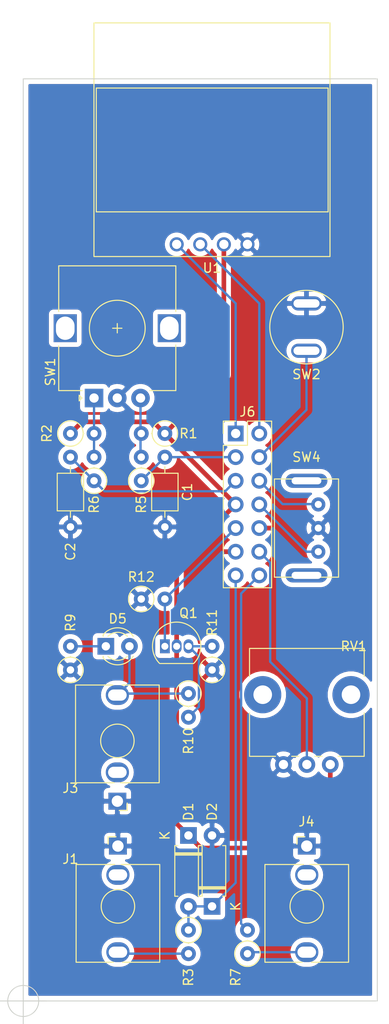
<source format=kicad_pcb>
(kicad_pcb (version 20171130) (host pcbnew "(5.1.8-0-10_14)")

  (general
    (thickness 1.6)
    (drawings 5)
    (tracks 62)
    (zones 0)
    (modules 25)
    (nets 24)
  )

  (page A4)
  (layers
    (0 F.Cu signal)
    (31 B.Cu signal)
    (32 B.Adhes user)
    (33 F.Adhes user)
    (34 B.Paste user)
    (35 F.Paste user)
    (36 B.SilkS user)
    (37 F.SilkS user)
    (38 B.Mask user)
    (39 F.Mask user)
    (40 Dwgs.User user)
    (41 Cmts.User user)
    (42 Eco1.User user)
    (43 Eco2.User user)
    (44 Edge.Cuts user)
    (45 Margin user)
    (46 B.CrtYd user)
    (47 F.CrtYd user)
    (48 B.Fab user)
    (49 F.Fab user)
  )

  (setup
    (last_trace_width 0.25)
    (user_trace_width 0.5)
    (trace_clearance 0.2)
    (zone_clearance 0.508)
    (zone_45_only no)
    (trace_min 0.2)
    (via_size 0.8)
    (via_drill 0.4)
    (via_min_size 0.4)
    (via_min_drill 0.3)
    (uvia_size 0.3)
    (uvia_drill 0.1)
    (uvias_allowed no)
    (uvia_min_size 0.2)
    (uvia_min_drill 0.1)
    (edge_width 0.1)
    (segment_width 0.2)
    (pcb_text_width 0.3)
    (pcb_text_size 1.5 1.5)
    (mod_edge_width 0.15)
    (mod_text_size 1 1)
    (mod_text_width 0.15)
    (pad_size 1.524 1.524)
    (pad_drill 0.762)
    (pad_to_mask_clearance 0)
    (aux_axis_origin 68.58 149.86)
    (grid_origin 68.58 149.86)
    (visible_elements FFFFFF7F)
    (pcbplotparams
      (layerselection 0x010fc_ffffffff)
      (usegerberextensions false)
      (usegerberattributes true)
      (usegerberadvancedattributes true)
      (creategerberjobfile true)
      (excludeedgelayer true)
      (linewidth 0.100000)
      (plotframeref false)
      (viasonmask false)
      (mode 1)
      (useauxorigin false)
      (hpglpennumber 1)
      (hpglpenspeed 20)
      (hpglpendiameter 15.000000)
      (psnegative false)
      (psa4output false)
      (plotreference true)
      (plotvalue true)
      (plotinvisibletext false)
      (padsonsilk false)
      (subtractmaskfromsilk false)
      (outputformat 1)
      (mirror false)
      (drillshape 1)
      (scaleselection 1)
      (outputdirectory ""))
  )

  (net 0 "")
  (net 1 /Sheet628BAE91/re_2)
  (net 2 GND)
  (net 3 /Sheet628BAE91/re_1)
  (net 4 +5V)
  (net 5 /Sheet628BAE91/audio_in_1)
  (net 6 "Net-(D5-Pad1)")
  (net 7 "Net-(D5-Pad2)")
  (net 8 "Net-(J1-PadTN)")
  (net 9 "Net-(J1-PadT)")
  (net 10 "Net-(J3-PadTN)")
  (net 11 "Net-(J4-PadT)")
  (net 12 "Net-(J4-PadTN)")
  (net 13 /Sheet628BAE91/audio_out_1)
  (net 14 /Sheet628BAE91/i2c_clk)
  (net 15 /Sheet628BAE91/i2c_data)
  (net 16 /Sheet628BAE91/btn_enter)
  (net 17 /Sheet628BAE91/gate)
  (net 18 "Net-(Q1-Pad3)")
  (net 19 "Net-(R1-Pad2)")
  (net 20 "Net-(R2-Pad2)")
  (net 21 /Sheet628BAE91/TM_off)
  (net 22 /Sheet628BAE91/TM_on)
  (net 23 /Sheet628BAE91/TM_pot)

  (net_class Default "これはデフォルトのネット クラスです。"
    (clearance 0.2)
    (trace_width 0.25)
    (via_dia 0.8)
    (via_drill 0.4)
    (uvia_dia 0.3)
    (uvia_drill 0.1)
    (add_net +5V)
    (add_net /Sheet628BAE91/TM_off)
    (add_net /Sheet628BAE91/TM_on)
    (add_net /Sheet628BAE91/TM_pot)
    (add_net /Sheet628BAE91/audio_in_1)
    (add_net /Sheet628BAE91/audio_out_1)
    (add_net /Sheet628BAE91/btn_enter)
    (add_net /Sheet628BAE91/gate)
    (add_net /Sheet628BAE91/i2c_clk)
    (add_net /Sheet628BAE91/i2c_data)
    (add_net /Sheet628BAE91/re_1)
    (add_net /Sheet628BAE91/re_2)
    (add_net GND)
    (add_net "Net-(D5-Pad1)")
    (add_net "Net-(D5-Pad2)")
    (add_net "Net-(J1-PadT)")
    (add_net "Net-(J1-PadTN)")
    (add_net "Net-(J3-PadTN)")
    (add_net "Net-(J4-PadT)")
    (add_net "Net-(J4-PadTN)")
    (add_net "Net-(Q1-Pad3)")
    (add_net "Net-(R1-Pad2)")
    (add_net "Net-(R2-Pad2)")
  )

  (module Capacitor_THT:C_Axial_L3.8mm_D2.6mm_P7.50mm_Horizontal (layer F.Cu) (tedit 5AE50EF0) (tstamp 6229C2FD)
    (at 83.82 91.44 270)
    (descr "C, Axial series, Axial, Horizontal, pin pitch=7.5mm, , length*diameter=3.8*2.6mm^2, http://www.vishay.com/docs/45231/arseries.pdf")
    (tags "C Axial series Axial Horizontal pin pitch 7.5mm  length 3.8mm diameter 2.6mm")
    (path /628BAE92/628DD5F4)
    (fp_text reference C1 (at 3.75 -2.42 90) (layer F.SilkS)
      (effects (font (size 1 1) (thickness 0.15)))
    )
    (fp_text value 0.1u (at 3.75 2.42 90) (layer F.Fab)
      (effects (font (size 1 1) (thickness 0.15)))
    )
    (fp_line (start 1.85 -1.3) (end 1.85 1.3) (layer F.Fab) (width 0.1))
    (fp_line (start 1.85 1.3) (end 5.65 1.3) (layer F.Fab) (width 0.1))
    (fp_line (start 5.65 1.3) (end 5.65 -1.3) (layer F.Fab) (width 0.1))
    (fp_line (start 5.65 -1.3) (end 1.85 -1.3) (layer F.Fab) (width 0.1))
    (fp_line (start 0 0) (end 1.85 0) (layer F.Fab) (width 0.1))
    (fp_line (start 7.5 0) (end 5.65 0) (layer F.Fab) (width 0.1))
    (fp_line (start 1.73 -1.42) (end 1.73 1.42) (layer F.SilkS) (width 0.12))
    (fp_line (start 1.73 1.42) (end 5.77 1.42) (layer F.SilkS) (width 0.12))
    (fp_line (start 5.77 1.42) (end 5.77 -1.42) (layer F.SilkS) (width 0.12))
    (fp_line (start 5.77 -1.42) (end 1.73 -1.42) (layer F.SilkS) (width 0.12))
    (fp_line (start 1.04 0) (end 1.73 0) (layer F.SilkS) (width 0.12))
    (fp_line (start 6.46 0) (end 5.77 0) (layer F.SilkS) (width 0.12))
    (fp_line (start -1.05 -1.55) (end -1.05 1.55) (layer F.CrtYd) (width 0.05))
    (fp_line (start -1.05 1.55) (end 8.55 1.55) (layer F.CrtYd) (width 0.05))
    (fp_line (start 8.55 1.55) (end 8.55 -1.55) (layer F.CrtYd) (width 0.05))
    (fp_line (start 8.55 -1.55) (end -1.05 -1.55) (layer F.CrtYd) (width 0.05))
    (fp_text user %R (at 3.75 0 90) (layer F.Fab)
      (effects (font (size 0.76 0.76) (thickness 0.114)))
    )
    (pad 1 thru_hole circle (at 0 0 270) (size 1.6 1.6) (drill 0.8) (layers *.Cu *.Mask)
      (net 1 /Sheet628BAE91/re_2))
    (pad 2 thru_hole oval (at 7.5 0 270) (size 1.6 1.6) (drill 0.8) (layers *.Cu *.Mask)
      (net 2 GND))
    (model ${KISYS3DMOD}/Capacitor_THT.3dshapes/C_Axial_L3.8mm_D2.6mm_P7.50mm_Horizontal.wrl
      (at (xyz 0 0 0))
      (scale (xyz 1 1 1))
      (rotate (xyz 0 0 0))
    )
  )

  (module Capacitor_THT:C_Axial_L3.8mm_D2.6mm_P7.50mm_Horizontal (layer F.Cu) (tedit 5AE50EF0) (tstamp 6229C314)
    (at 73.66 91.44 270)
    (descr "C, Axial series, Axial, Horizontal, pin pitch=7.5mm, , length*diameter=3.8*2.6mm^2, http://www.vishay.com/docs/45231/arseries.pdf")
    (tags "C Axial series Axial Horizontal pin pitch 7.5mm  length 3.8mm diameter 2.6mm")
    (path /628BAE92/628DD5FA)
    (fp_text reference C2 (at 10.16 0 90) (layer F.SilkS)
      (effects (font (size 1 1) (thickness 0.15)))
    )
    (fp_text value 0.1u (at 3.75 2.42 90) (layer F.Fab)
      (effects (font (size 1 1) (thickness 0.15)))
    )
    (fp_line (start 8.55 -1.55) (end -1.05 -1.55) (layer F.CrtYd) (width 0.05))
    (fp_line (start 8.55 1.55) (end 8.55 -1.55) (layer F.CrtYd) (width 0.05))
    (fp_line (start -1.05 1.55) (end 8.55 1.55) (layer F.CrtYd) (width 0.05))
    (fp_line (start -1.05 -1.55) (end -1.05 1.55) (layer F.CrtYd) (width 0.05))
    (fp_line (start 6.46 0) (end 5.77 0) (layer F.SilkS) (width 0.12))
    (fp_line (start 1.04 0) (end 1.73 0) (layer F.SilkS) (width 0.12))
    (fp_line (start 5.77 -1.42) (end 1.73 -1.42) (layer F.SilkS) (width 0.12))
    (fp_line (start 5.77 1.42) (end 5.77 -1.42) (layer F.SilkS) (width 0.12))
    (fp_line (start 1.73 1.42) (end 5.77 1.42) (layer F.SilkS) (width 0.12))
    (fp_line (start 1.73 -1.42) (end 1.73 1.42) (layer F.SilkS) (width 0.12))
    (fp_line (start 7.5 0) (end 5.65 0) (layer F.Fab) (width 0.1))
    (fp_line (start 0 0) (end 1.85 0) (layer F.Fab) (width 0.1))
    (fp_line (start 5.65 -1.3) (end 1.85 -1.3) (layer F.Fab) (width 0.1))
    (fp_line (start 5.65 1.3) (end 5.65 -1.3) (layer F.Fab) (width 0.1))
    (fp_line (start 1.85 1.3) (end 5.65 1.3) (layer F.Fab) (width 0.1))
    (fp_line (start 1.85 -1.3) (end 1.85 1.3) (layer F.Fab) (width 0.1))
    (fp_text user %R (at 3.75 0 90) (layer F.Fab)
      (effects (font (size 0.76 0.76) (thickness 0.114)))
    )
    (pad 2 thru_hole oval (at 7.5 0 270) (size 1.6 1.6) (drill 0.8) (layers *.Cu *.Mask)
      (net 2 GND))
    (pad 1 thru_hole circle (at 0 0 270) (size 1.6 1.6) (drill 0.8) (layers *.Cu *.Mask)
      (net 3 /Sheet628BAE91/re_1))
    (model ${KISYS3DMOD}/Capacitor_THT.3dshapes/C_Axial_L3.8mm_D2.6mm_P7.50mm_Horizontal.wrl
      (at (xyz 0 0 0))
      (scale (xyz 1 1 1))
      (rotate (xyz 0 0 0))
    )
  )

  (module Diode_THT:D_A-405_P7.62mm_Horizontal (layer F.Cu) (tedit 5AE50CD5) (tstamp 6229C333)
    (at 86.36 132.08 270)
    (descr "Diode, A-405 series, Axial, Horizontal, pin pitch=7.62mm, , length*diameter=5.2*2.7mm^2, , http://www.diodes.com/_files/packages/A-405.pdf")
    (tags "Diode A-405 series Axial Horizontal pin pitch 7.62mm  length 5.2mm diameter 2.7mm")
    (path /628BAE92/628C7EBF)
    (fp_text reference D1 (at -2.54 0 90) (layer F.SilkS)
      (effects (font (size 1 1) (thickness 0.15)))
    )
    (fp_text value D (at 3.81 2.47 90) (layer F.Fab)
      (effects (font (size 1 1) (thickness 0.15)))
    )
    (fp_line (start 1.21 -1.35) (end 1.21 1.35) (layer F.Fab) (width 0.1))
    (fp_line (start 1.21 1.35) (end 6.41 1.35) (layer F.Fab) (width 0.1))
    (fp_line (start 6.41 1.35) (end 6.41 -1.35) (layer F.Fab) (width 0.1))
    (fp_line (start 6.41 -1.35) (end 1.21 -1.35) (layer F.Fab) (width 0.1))
    (fp_line (start 0 0) (end 1.21 0) (layer F.Fab) (width 0.1))
    (fp_line (start 7.62 0) (end 6.41 0) (layer F.Fab) (width 0.1))
    (fp_line (start 1.99 -1.35) (end 1.99 1.35) (layer F.Fab) (width 0.1))
    (fp_line (start 2.09 -1.35) (end 2.09 1.35) (layer F.Fab) (width 0.1))
    (fp_line (start 1.89 -1.35) (end 1.89 1.35) (layer F.Fab) (width 0.1))
    (fp_line (start 1.09 -1.14) (end 1.09 -1.47) (layer F.SilkS) (width 0.12))
    (fp_line (start 1.09 -1.47) (end 6.53 -1.47) (layer F.SilkS) (width 0.12))
    (fp_line (start 6.53 -1.47) (end 6.53 -1.14) (layer F.SilkS) (width 0.12))
    (fp_line (start 1.09 1.14) (end 1.09 1.47) (layer F.SilkS) (width 0.12))
    (fp_line (start 1.09 1.47) (end 6.53 1.47) (layer F.SilkS) (width 0.12))
    (fp_line (start 6.53 1.47) (end 6.53 1.14) (layer F.SilkS) (width 0.12))
    (fp_line (start 1.99 -1.47) (end 1.99 1.47) (layer F.SilkS) (width 0.12))
    (fp_line (start 2.11 -1.47) (end 2.11 1.47) (layer F.SilkS) (width 0.12))
    (fp_line (start 1.87 -1.47) (end 1.87 1.47) (layer F.SilkS) (width 0.12))
    (fp_line (start -1.15 -1.6) (end -1.15 1.6) (layer F.CrtYd) (width 0.05))
    (fp_line (start -1.15 1.6) (end 8.77 1.6) (layer F.CrtYd) (width 0.05))
    (fp_line (start 8.77 1.6) (end 8.77 -1.6) (layer F.CrtYd) (width 0.05))
    (fp_line (start 8.77 -1.6) (end -1.15 -1.6) (layer F.CrtYd) (width 0.05))
    (fp_text user %R (at 4.2 0 90) (layer F.Fab)
      (effects (font (size 1 1) (thickness 0.15)))
    )
    (fp_text user K (at 0 -1.9 90) (layer F.Fab)
      (effects (font (size 1 1) (thickness 0.15)))
    )
    (fp_text user K (at 0 2.54 90) (layer F.SilkS)
      (effects (font (size 1 1) (thickness 0.15)))
    )
    (pad 1 thru_hole rect (at 0 0 270) (size 1.8 1.8) (drill 0.9) (layers *.Cu *.Mask)
      (net 4 +5V))
    (pad 2 thru_hole oval (at 7.62 0 270) (size 1.8 1.8) (drill 0.9) (layers *.Cu *.Mask)
      (net 5 /Sheet628BAE91/audio_in_1))
    (model ${KISYS3DMOD}/Diode_THT.3dshapes/D_A-405_P7.62mm_Horizontal.wrl
      (at (xyz 0 0 0))
      (scale (xyz 1 1 1))
      (rotate (xyz 0 0 0))
    )
  )

  (module Diode_THT:D_A-405_P7.62mm_Horizontal (layer F.Cu) (tedit 5AE50CD5) (tstamp 6229C352)
    (at 88.9 139.7 90)
    (descr "Diode, A-405 series, Axial, Horizontal, pin pitch=7.62mm, , length*diameter=5.2*2.7mm^2, , http://www.diodes.com/_files/packages/A-405.pdf")
    (tags "Diode A-405 series Axial Horizontal pin pitch 7.62mm  length 5.2mm diameter 2.7mm")
    (path /628BAE92/628C7EC5)
    (fp_text reference D2 (at 10.16 0 90) (layer F.SilkS)
      (effects (font (size 1 1) (thickness 0.15)))
    )
    (fp_text value D (at 3.81 2.47 90) (layer F.Fab)
      (effects (font (size 1 1) (thickness 0.15)))
    )
    (fp_line (start 8.77 -1.6) (end -1.15 -1.6) (layer F.CrtYd) (width 0.05))
    (fp_line (start 8.77 1.6) (end 8.77 -1.6) (layer F.CrtYd) (width 0.05))
    (fp_line (start -1.15 1.6) (end 8.77 1.6) (layer F.CrtYd) (width 0.05))
    (fp_line (start -1.15 -1.6) (end -1.15 1.6) (layer F.CrtYd) (width 0.05))
    (fp_line (start 1.87 -1.47) (end 1.87 1.47) (layer F.SilkS) (width 0.12))
    (fp_line (start 2.11 -1.47) (end 2.11 1.47) (layer F.SilkS) (width 0.12))
    (fp_line (start 1.99 -1.47) (end 1.99 1.47) (layer F.SilkS) (width 0.12))
    (fp_line (start 6.53 1.47) (end 6.53 1.14) (layer F.SilkS) (width 0.12))
    (fp_line (start 1.09 1.47) (end 6.53 1.47) (layer F.SilkS) (width 0.12))
    (fp_line (start 1.09 1.14) (end 1.09 1.47) (layer F.SilkS) (width 0.12))
    (fp_line (start 6.53 -1.47) (end 6.53 -1.14) (layer F.SilkS) (width 0.12))
    (fp_line (start 1.09 -1.47) (end 6.53 -1.47) (layer F.SilkS) (width 0.12))
    (fp_line (start 1.09 -1.14) (end 1.09 -1.47) (layer F.SilkS) (width 0.12))
    (fp_line (start 1.89 -1.35) (end 1.89 1.35) (layer F.Fab) (width 0.1))
    (fp_line (start 2.09 -1.35) (end 2.09 1.35) (layer F.Fab) (width 0.1))
    (fp_line (start 1.99 -1.35) (end 1.99 1.35) (layer F.Fab) (width 0.1))
    (fp_line (start 7.62 0) (end 6.41 0) (layer F.Fab) (width 0.1))
    (fp_line (start 0 0) (end 1.21 0) (layer F.Fab) (width 0.1))
    (fp_line (start 6.41 -1.35) (end 1.21 -1.35) (layer F.Fab) (width 0.1))
    (fp_line (start 6.41 1.35) (end 6.41 -1.35) (layer F.Fab) (width 0.1))
    (fp_line (start 1.21 1.35) (end 6.41 1.35) (layer F.Fab) (width 0.1))
    (fp_line (start 1.21 -1.35) (end 1.21 1.35) (layer F.Fab) (width 0.1))
    (fp_text user K (at 0 2.54 90) (layer F.SilkS)
      (effects (font (size 1 1) (thickness 0.15)))
    )
    (fp_text user K (at 0 -1.9 90) (layer F.Fab)
      (effects (font (size 1 1) (thickness 0.15)))
    )
    (fp_text user %R (at 4.2 0 90) (layer F.Fab)
      (effects (font (size 1 1) (thickness 0.15)))
    )
    (pad 2 thru_hole oval (at 7.62 0 90) (size 1.8 1.8) (drill 0.9) (layers *.Cu *.Mask)
      (net 2 GND))
    (pad 1 thru_hole rect (at 0 0 90) (size 1.8 1.8) (drill 0.9) (layers *.Cu *.Mask)
      (net 5 /Sheet628BAE91/audio_in_1))
    (model ${KISYS3DMOD}/Diode_THT.3dshapes/D_A-405_P7.62mm_Horizontal.wrl
      (at (xyz 0 0 0))
      (scale (xyz 1 1 1))
      (rotate (xyz 0 0 0))
    )
  )

  (module LED_THT:LED_D3.0mm (layer F.Cu) (tedit 587A3A7B) (tstamp 6229C3A3)
    (at 77.47 111.76)
    (descr "LED, diameter 3.0mm, 2 pins")
    (tags "LED diameter 3.0mm 2 pins")
    (path /628BAE92/628E45B5)
    (fp_text reference D5 (at 1.27 -2.96) (layer F.SilkS)
      (effects (font (size 1 1) (thickness 0.15)))
    )
    (fp_text value LED (at 1.27 2.96) (layer F.Fab)
      (effects (font (size 1 1) (thickness 0.15)))
    )
    (fp_circle (center 1.27 0) (end 2.77 0) (layer F.Fab) (width 0.1))
    (fp_line (start -0.23 -1.16619) (end -0.23 1.16619) (layer F.Fab) (width 0.1))
    (fp_line (start -0.29 -1.236) (end -0.29 -1.08) (layer F.SilkS) (width 0.12))
    (fp_line (start -0.29 1.08) (end -0.29 1.236) (layer F.SilkS) (width 0.12))
    (fp_line (start -1.15 -2.25) (end -1.15 2.25) (layer F.CrtYd) (width 0.05))
    (fp_line (start -1.15 2.25) (end 3.7 2.25) (layer F.CrtYd) (width 0.05))
    (fp_line (start 3.7 2.25) (end 3.7 -2.25) (layer F.CrtYd) (width 0.05))
    (fp_line (start 3.7 -2.25) (end -1.15 -2.25) (layer F.CrtYd) (width 0.05))
    (fp_arc (start 1.27 0) (end -0.23 -1.16619) (angle 284.3) (layer F.Fab) (width 0.1))
    (fp_arc (start 1.27 0) (end -0.29 -1.235516) (angle 108.8) (layer F.SilkS) (width 0.12))
    (fp_arc (start 1.27 0) (end -0.29 1.235516) (angle -108.8) (layer F.SilkS) (width 0.12))
    (fp_arc (start 1.27 0) (end 0.229039 -1.08) (angle 87.9) (layer F.SilkS) (width 0.12))
    (fp_arc (start 1.27 0) (end 0.229039 1.08) (angle -87.9) (layer F.SilkS) (width 0.12))
    (pad 1 thru_hole rect (at 0 0) (size 1.8 1.8) (drill 0.9) (layers *.Cu *.Mask)
      (net 6 "Net-(D5-Pad1)"))
    (pad 2 thru_hole circle (at 2.54 0) (size 1.8 1.8) (drill 0.9) (layers *.Cu *.Mask)
      (net 7 "Net-(D5-Pad2)"))
    (model ${KISYS3DMOD}/LED_THT.3dshapes/LED_D3.0mm.wrl
      (at (xyz 0 0 0))
      (scale (xyz 1 1 1))
      (rotate (xyz 0 0 0))
    )
  )

  (module Attenuverter:mono_jack_3.5mm (layer F.Cu) (tedit 60FEAA3E) (tstamp 6229C3C4)
    (at 78.74 139.7)
    (path /628BAE92/628C7ECB)
    (fp_text reference J1 (at -5.08 -5.08) (layer F.SilkS)
      (effects (font (size 1 1) (thickness 0.15)))
    )
    (fp_text value Audio_in (at -0.03 7.11) (layer F.Fab)
      (effects (font (size 1 1) (thickness 0.15)))
    )
    (fp_line (start -1.03 -7.48) (end -0.17 -7.48) (layer F.SilkS) (width 0.12))
    (fp_line (start -0.47 6) (end -4.47 6) (layer F.SilkS) (width 0.12))
    (fp_line (start 5.03 -7.9) (end -4.97 -7.9) (layer F.CrtYd) (width 0.05))
    (fp_line (start 5.03 6.5) (end 5.03 -7.9) (layer F.CrtYd) (width 0.05))
    (fp_line (start 5.03 6.5) (end -4.97 6.5) (layer F.CrtYd) (width 0.05))
    (fp_line (start 4.53 -4.45) (end -4.47 -4.45) (layer F.Fab) (width 0.1))
    (fp_line (start 4.53 6) (end -4.47 6) (layer F.Fab) (width 0.1))
    (fp_line (start 4.53 6) (end 4.53 -4.4) (layer F.Fab) (width 0.1))
    (fp_line (start -4.97 6.5) (end -4.97 -7.9) (layer F.CrtYd) (width 0.05))
    (fp_line (start -4.47 6) (end -4.47 -4.4) (layer F.Fab) (width 0.1))
    (fp_line (start -4.47 -4.5) (end -4.47 6) (layer F.SilkS) (width 0.12))
    (fp_line (start 4.53 -4.5) (end 4.53 6) (layer F.SilkS) (width 0.12))
    (fp_circle (center 0.03 0) (end 1.53 0) (layer Dwgs.User) (width 0.12))
    (fp_line (start 0.12 1.48) (end 1.51 0.09) (layer Dwgs.User) (width 0.12))
    (fp_line (start -1.39 0.395) (end 0.43 -1.42) (layer Dwgs.User) (width 0.12))
    (fp_line (start -1.38 -0.46) (end -0.43 -1.41) (layer Dwgs.User) (width 0.12))
    (fp_line (start -0.55 1.35) (end 1.39 -0.59) (layer Dwgs.User) (width 0.12))
    (fp_line (start -1.04 1.01) (end 1.04 -1.07) (layer Dwgs.User) (width 0.12))
    (fp_line (start 4.53 6) (end 0.53 6) (layer F.SilkS) (width 0.12))
    (fp_circle (center 0.03 0) (end 1.83 0) (layer F.SilkS) (width 0.12))
    (fp_line (start -1.03 -7.48) (end -1.03 -6.68) (layer F.SilkS) (width 0.12))
    (fp_circle (center 0.03 0) (end 1.83 0) (layer F.Fab) (width 0.1))
    (fp_line (start 0.03 -6.48) (end 0.03 -4.45) (layer F.Fab) (width 0.1))
    (fp_line (start -0.32 -4.5) (end -4.47 -4.5) (layer F.SilkS) (width 0.12))
    (fp_line (start 4.53 -4.5) (end 0.38 -4.5) (layer F.SilkS) (width 0.12))
    (fp_text user KEEPOUT (at 0.03 0) (layer Cmts.User)
      (effects (font (size 0.4 0.4) (thickness 0.051)))
    )
    (pad TN thru_hole oval (at 0.03 -3.38 180) (size 2.5 2.13) (drill oval 2 1.2) (layers *.Cu *.Mask)
      (net 8 "Net-(J1-PadTN)"))
    (pad T thru_hole oval (at 0.03 4.92 180) (size 2.5 2.13) (drill oval 2 1.2) (layers *.Cu *.Mask)
      (net 9 "Net-(J1-PadT)"))
    (pad S thru_hole rect (at 0.03 -6.48 180) (size 1.93 1.83) (drill 1.22) (layers *.Cu *.Mask)
      (net 2 GND))
  )

  (module Attenuverter:mono_jack_3.5mm (layer F.Cu) (tedit 60FEAA3E) (tstamp 6229C3FA)
    (at 78.74 121.92 180)
    (path /628BAE92/628E459C)
    (fp_text reference J3 (at 5.08 -5.08) (layer F.SilkS)
      (effects (font (size 1 1) (thickness 0.15)))
    )
    (fp_text value gate_in (at -0.03 7.11) (layer F.Fab)
      (effects (font (size 1 1) (thickness 0.15)))
    )
    (fp_line (start -1.03 -7.48) (end -0.17 -7.48) (layer F.SilkS) (width 0.12))
    (fp_line (start -0.47 6) (end -4.47 6) (layer F.SilkS) (width 0.12))
    (fp_line (start 5.03 -7.9) (end -4.97 -7.9) (layer F.CrtYd) (width 0.05))
    (fp_line (start 5.03 6.5) (end 5.03 -7.9) (layer F.CrtYd) (width 0.05))
    (fp_line (start 5.03 6.5) (end -4.97 6.5) (layer F.CrtYd) (width 0.05))
    (fp_line (start 4.53 -4.45) (end -4.47 -4.45) (layer F.Fab) (width 0.1))
    (fp_line (start 4.53 6) (end -4.47 6) (layer F.Fab) (width 0.1))
    (fp_line (start 4.53 6) (end 4.53 -4.4) (layer F.Fab) (width 0.1))
    (fp_line (start -4.97 6.5) (end -4.97 -7.9) (layer F.CrtYd) (width 0.05))
    (fp_line (start -4.47 6) (end -4.47 -4.4) (layer F.Fab) (width 0.1))
    (fp_line (start -4.47 -4.5) (end -4.47 6) (layer F.SilkS) (width 0.12))
    (fp_line (start 4.53 -4.5) (end 4.53 6) (layer F.SilkS) (width 0.12))
    (fp_circle (center 0.03 0) (end 1.53 0) (layer Dwgs.User) (width 0.12))
    (fp_line (start 0.12 1.48) (end 1.51 0.09) (layer Dwgs.User) (width 0.12))
    (fp_line (start -1.39 0.395) (end 0.43 -1.42) (layer Dwgs.User) (width 0.12))
    (fp_line (start -1.38 -0.46) (end -0.43 -1.41) (layer Dwgs.User) (width 0.12))
    (fp_line (start -0.55 1.35) (end 1.39 -0.59) (layer Dwgs.User) (width 0.12))
    (fp_line (start -1.04 1.01) (end 1.04 -1.07) (layer Dwgs.User) (width 0.12))
    (fp_line (start 4.53 6) (end 0.53 6) (layer F.SilkS) (width 0.12))
    (fp_circle (center 0.03 0) (end 1.83 0) (layer F.SilkS) (width 0.12))
    (fp_line (start -1.03 -7.48) (end -1.03 -6.68) (layer F.SilkS) (width 0.12))
    (fp_circle (center 0.03 0) (end 1.83 0) (layer F.Fab) (width 0.1))
    (fp_line (start 0.03 -6.48) (end 0.03 -4.45) (layer F.Fab) (width 0.1))
    (fp_line (start -0.32 -4.5) (end -4.47 -4.5) (layer F.SilkS) (width 0.12))
    (fp_line (start 4.53 -4.5) (end 0.38 -4.5) (layer F.SilkS) (width 0.12))
    (fp_text user KEEPOUT (at 0.03 0) (layer Cmts.User)
      (effects (font (size 0.4 0.4) (thickness 0.051)))
    )
    (pad TN thru_hole oval (at 0.03 -3.38) (size 2.5 2.13) (drill oval 2 1.2) (layers *.Cu *.Mask)
      (net 10 "Net-(J3-PadTN)"))
    (pad T thru_hole oval (at 0.03 4.92) (size 2.5 2.13) (drill oval 2 1.2) (layers *.Cu *.Mask)
      (net 7 "Net-(D5-Pad2)"))
    (pad S thru_hole rect (at 0.03 -6.48) (size 1.93 1.83) (drill 1.22) (layers *.Cu *.Mask)
      (net 2 GND))
  )

  (module Attenuverter:mono_jack_3.5mm (layer F.Cu) (tedit 60FEAA3E) (tstamp 6229C41B)
    (at 99.06 139.7)
    (path /628BAE92/628CEF6F)
    (fp_text reference J4 (at 0 -9.1) (layer F.SilkS)
      (effects (font (size 1 1) (thickness 0.15)))
    )
    (fp_text value Audio_out (at -0.03 7.11) (layer F.Fab)
      (effects (font (size 1 1) (thickness 0.15)))
    )
    (fp_line (start 4.53 -4.5) (end 0.38 -4.5) (layer F.SilkS) (width 0.12))
    (fp_line (start -0.32 -4.5) (end -4.47 -4.5) (layer F.SilkS) (width 0.12))
    (fp_line (start 0.03 -6.48) (end 0.03 -4.45) (layer F.Fab) (width 0.1))
    (fp_circle (center 0.03 0) (end 1.83 0) (layer F.Fab) (width 0.1))
    (fp_line (start -1.03 -7.48) (end -1.03 -6.68) (layer F.SilkS) (width 0.12))
    (fp_circle (center 0.03 0) (end 1.83 0) (layer F.SilkS) (width 0.12))
    (fp_line (start 4.53 6) (end 0.53 6) (layer F.SilkS) (width 0.12))
    (fp_line (start -1.04 1.01) (end 1.04 -1.07) (layer Dwgs.User) (width 0.12))
    (fp_line (start -0.55 1.35) (end 1.39 -0.59) (layer Dwgs.User) (width 0.12))
    (fp_line (start -1.38 -0.46) (end -0.43 -1.41) (layer Dwgs.User) (width 0.12))
    (fp_line (start -1.39 0.395) (end 0.43 -1.42) (layer Dwgs.User) (width 0.12))
    (fp_line (start 0.12 1.48) (end 1.51 0.09) (layer Dwgs.User) (width 0.12))
    (fp_circle (center 0.03 0) (end 1.53 0) (layer Dwgs.User) (width 0.12))
    (fp_line (start 4.53 -4.5) (end 4.53 6) (layer F.SilkS) (width 0.12))
    (fp_line (start -4.47 -4.5) (end -4.47 6) (layer F.SilkS) (width 0.12))
    (fp_line (start -4.47 6) (end -4.47 -4.4) (layer F.Fab) (width 0.1))
    (fp_line (start -4.97 6.5) (end -4.97 -7.9) (layer F.CrtYd) (width 0.05))
    (fp_line (start 4.53 6) (end 4.53 -4.4) (layer F.Fab) (width 0.1))
    (fp_line (start 4.53 6) (end -4.47 6) (layer F.Fab) (width 0.1))
    (fp_line (start 4.53 -4.45) (end -4.47 -4.45) (layer F.Fab) (width 0.1))
    (fp_line (start 5.03 6.5) (end -4.97 6.5) (layer F.CrtYd) (width 0.05))
    (fp_line (start 5.03 6.5) (end 5.03 -7.9) (layer F.CrtYd) (width 0.05))
    (fp_line (start 5.03 -7.9) (end -4.97 -7.9) (layer F.CrtYd) (width 0.05))
    (fp_line (start -0.47 6) (end -4.47 6) (layer F.SilkS) (width 0.12))
    (fp_line (start -1.03 -7.48) (end -0.17 -7.48) (layer F.SilkS) (width 0.12))
    (fp_text user KEEPOUT (at 0.03 0) (layer Cmts.User)
      (effects (font (size 0.4 0.4) (thickness 0.051)))
    )
    (pad S thru_hole rect (at 0.03 -6.48 180) (size 1.93 1.83) (drill 1.22) (layers *.Cu *.Mask)
      (net 2 GND))
    (pad T thru_hole oval (at 0.03 4.92 180) (size 2.5 2.13) (drill oval 2 1.2) (layers *.Cu *.Mask)
      (net 11 "Net-(J4-PadT)"))
    (pad TN thru_hole oval (at 0.03 -3.38 180) (size 2.5 2.13) (drill oval 2 1.2) (layers *.Cu *.Mask)
      (net 12 "Net-(J4-PadTN)"))
  )

  (module Package_TO_SOT_THT:TO-92_Inline (layer F.Cu) (tedit 5A1DD157) (tstamp 6229C464)
    (at 83.82 111.76)
    (descr "TO-92 leads in-line, narrow, oval pads, drill 0.75mm (see NXP sot054_po.pdf)")
    (tags "to-92 sc-43 sc-43a sot54 PA33 transistor")
    (path /628BAE92/628E456C)
    (fp_text reference Q1 (at 2.54 -3.56) (layer F.SilkS)
      (effects (font (size 1 1) (thickness 0.15)))
    )
    (fp_text value 2SC1815 (at 1.27 2.79) (layer F.Fab)
      (effects (font (size 1 1) (thickness 0.15)))
    )
    (fp_line (start -0.53 1.85) (end 3.07 1.85) (layer F.SilkS) (width 0.12))
    (fp_line (start -0.5 1.75) (end 3 1.75) (layer F.Fab) (width 0.1))
    (fp_line (start -1.46 -2.73) (end 4 -2.73) (layer F.CrtYd) (width 0.05))
    (fp_line (start -1.46 -2.73) (end -1.46 2.01) (layer F.CrtYd) (width 0.05))
    (fp_line (start 4 2.01) (end 4 -2.73) (layer F.CrtYd) (width 0.05))
    (fp_line (start 4 2.01) (end -1.46 2.01) (layer F.CrtYd) (width 0.05))
    (fp_text user %R (at 1.27 0) (layer F.Fab)
      (effects (font (size 1 1) (thickness 0.15)))
    )
    (fp_arc (start 1.27 0) (end 1.27 -2.48) (angle 135) (layer F.Fab) (width 0.1))
    (fp_arc (start 1.27 0) (end 1.27 -2.6) (angle -135) (layer F.SilkS) (width 0.12))
    (fp_arc (start 1.27 0) (end 1.27 -2.48) (angle -135) (layer F.Fab) (width 0.1))
    (fp_arc (start 1.27 0) (end 1.27 -2.6) (angle 135) (layer F.SilkS) (width 0.12))
    (pad 2 thru_hole oval (at 1.27 0) (size 1.05 1.5) (drill 0.75) (layers *.Cu *.Mask)
      (net 4 +5V))
    (pad 3 thru_hole oval (at 2.54 0) (size 1.05 1.5) (drill 0.75) (layers *.Cu *.Mask)
      (net 18 "Net-(Q1-Pad3)"))
    (pad 1 thru_hole rect (at 0 0) (size 1.05 1.5) (drill 0.75) (layers *.Cu *.Mask)
      (net 17 /Sheet628BAE91/gate))
    (model ${KISYS3DMOD}/Package_TO_SOT_THT.3dshapes/TO-92_Inline.wrl
      (at (xyz 0 0 0))
      (scale (xyz 1 1 1))
      (rotate (xyz 0 0 0))
    )
  )

  (module Rotary_Encoder:RotaryEncoder_Alps_EC12E_Vertical_H20mm (layer F.Cu) (tedit 5A64F4AE) (tstamp 6229C59B)
    (at 76.2 85.09 90)
    (descr "Alps rotary encoder, EC12E..., vertical shaft, http://www.alps.com/prod/info/E/HTML/Encoder/Incremental/EC12E/EC12E1240405.html")
    (tags "rotary encoder")
    (path /628BAE92/628DD5C4)
    (fp_text reference SW1 (at 2.8 -4.7 90) (layer F.SilkS)
      (effects (font (size 1 1) (thickness 0.15)))
    )
    (fp_text value command (at 7.5 10.4 90) (layer F.Fab)
      (effects (font (size 1 1) (thickness 0.15)))
    )
    (fp_line (start 7 2.5) (end 8 2.5) (layer F.SilkS) (width 0.12))
    (fp_line (start 7.5 2) (end 7.5 3) (layer F.SilkS) (width 0.12))
    (fp_line (start 4.5 2.5) (end 10.5 2.5) (layer F.Fab) (width 0.12))
    (fp_line (start 7.5 -0.5) (end 7.5 5.5) (layer F.Fab) (width 0.12))
    (fp_line (start 0.3 -1.6) (end 0 -1.3) (layer F.SilkS) (width 0.12))
    (fp_line (start -0.3 -1.6) (end 0.3 -1.6) (layer F.SilkS) (width 0.12))
    (fp_line (start 0 -1.3) (end -0.3 -1.6) (layer F.SilkS) (width 0.12))
    (fp_line (start 0.8 -3.8) (end 0.8 -1.3) (layer F.SilkS) (width 0.12))
    (fp_line (start 5.6 -3.8) (end 0.8 -3.8) (layer F.SilkS) (width 0.12))
    (fp_line (start 0.8 8.8) (end 0.8 6) (layer F.SilkS) (width 0.12))
    (fp_line (start 5.7 8.8) (end 0.8 8.8) (layer F.SilkS) (width 0.12))
    (fp_line (start 14.2 8.8) (end 9.3 8.8) (layer F.SilkS) (width 0.12))
    (fp_line (start 14.2 -3.8) (end 14.2 8.8) (layer F.SilkS) (width 0.12))
    (fp_line (start 9.3 -3.8) (end 14.2 -3.8) (layer F.SilkS) (width 0.12))
    (fp_line (start 0.9 -2.6) (end 1.9 -3.7) (layer F.Fab) (width 0.12))
    (fp_line (start 0.9 8.7) (end 0.9 -2.6) (layer F.Fab) (width 0.12))
    (fp_line (start 14.1 8.7) (end 0.9 8.7) (layer F.Fab) (width 0.12))
    (fp_line (start 14.1 -3.7) (end 14.1 8.7) (layer F.Fab) (width 0.12))
    (fp_line (start 1.9 -3.7) (end 14.1 -3.7) (layer F.Fab) (width 0.12))
    (fp_line (start -1.25 -4.6) (end 14.35 -4.6) (layer F.CrtYd) (width 0.05))
    (fp_line (start -1.25 -4.6) (end -1.25 9.6) (layer F.CrtYd) (width 0.05))
    (fp_line (start 14.35 9.6) (end 14.35 -4.6) (layer F.CrtYd) (width 0.05))
    (fp_line (start 14.35 9.6) (end -1.25 9.6) (layer F.CrtYd) (width 0.05))
    (fp_circle (center 7.5 2.5) (end 10.5 2.5) (layer F.SilkS) (width 0.12))
    (fp_circle (center 7.5 2.5) (end 10.5 2.5) (layer F.Fab) (width 0.12))
    (fp_text user %R (at 11.5 6.6 90) (layer F.Fab)
      (effects (font (size 1 1) (thickness 0.15)))
    )
    (pad MP thru_hole rect (at 7.5 8.1 90) (size 3 2.5) (drill oval 2.5 2) (layers *.Cu *.Mask))
    (pad MP thru_hole rect (at 7.5 -3.1 90) (size 3 2.5) (drill oval 2.5 2) (layers *.Cu *.Mask))
    (pad B thru_hole circle (at 0 5 90) (size 2 2) (drill 1) (layers *.Cu *.Mask)
      (net 19 "Net-(R1-Pad2)"))
    (pad C thru_hole circle (at 0 2.5 90) (size 2 2) (drill 1) (layers *.Cu *.Mask)
      (net 2 GND))
    (pad A thru_hole rect (at 0 0 90) (size 2 2) (drill 1) (layers *.Cu *.Mask)
      (net 20 "Net-(R2-Pad2)"))
    (model ${KISYS3DMOD}/Rotary_Encoder.3dshapes/RotaryEncoder_Alps_EC12E_Vertical_H20mm.wrl
      (at (xyz 0 0 0))
      (scale (xyz 1 1 1))
      (rotate (xyz 0 0 0))
    )
  )

  (module Attenuverter:push_button (layer F.Cu) (tedit 61069CBB) (tstamp 6229C5A2)
    (at 99.06 77.47)
    (path /628BAE92/628DD5BE)
    (fp_text reference SW2 (at 0 5.08) (layer F.SilkS)
      (effects (font (size 1 1) (thickness 0.15)))
    )
    (fp_text value btn_enter (at 0 -5.08) (layer F.Fab)
      (effects (font (size 1 1) (thickness 0.15)))
    )
    (fp_circle (center 0 0) (end 3.95 0) (layer F.SilkS) (width 0.12))
    (pad 1 thru_hole oval (at 0 -2.54) (size 3.3 1.524) (drill oval 2.8 0.9) (layers *.Cu *.Mask)
      (net 2 GND))
    (pad 2 thru_hole oval (at 0 2.54) (size 3.3 1.524) (drill oval 2.8 0.9) (layers *.Cu *.Mask)
      (net 16 /Sheet628BAE91/btn_enter))
  )

  (module Attenuverter:aki_OLED_0.96in (layer F.Cu) (tedit 622946B7) (tstamp 6229C5B6)
    (at 88.9 58.42 180)
    (path /628BAE92/628DD622)
    (fp_text reference U1 (at 0 -12.7) (layer F.SilkS)
      (effects (font (size 1 1) (thickness 0.15)))
    )
    (fp_text value OLED_Display_SSD1306 (at 0 15.24) (layer F.Fab)
      (effects (font (size 1 1) (thickness 0.15)))
    )
    (fp_line (start 12.46 6.63) (end 12.46 -6.67) (layer F.SilkS) (width 0.12))
    (fp_line (start -12.49 6.63) (end 12.46 6.63) (layer F.SilkS) (width 0.12))
    (fp_line (start -12.49 -6.67) (end -12.49 6.63) (layer F.SilkS) (width 0.12))
    (fp_line (start -12.49 -6.67) (end 12.46 -6.67) (layer F.SilkS) (width 0.12))
    (fp_line (start -12.69 13.63) (end 12.66 13.63) (layer F.SilkS) (width 0.12))
    (fp_line (start 12.71 -11.47) (end 12.71 13.63) (layer F.SilkS) (width 0.12))
    (fp_line (start -12.69 -11.47) (end -12.69 13.63) (layer F.SilkS) (width 0.12))
    (fp_line (start -12.69 -11.47) (end 12.66 -11.47) (layer F.SilkS) (width 0.12))
    (fp_circle (center -10.84 -9.62) (end -10.078 -9.62) (layer Dwgs.User) (width 0.12))
    (fp_circle (center 10.81 -9.62) (end 11.572 -9.62) (layer Dwgs.User) (width 0.12))
    (fp_circle (center 10.81 11.78) (end 11.572 11.78) (layer Dwgs.User) (width 0.12))
    (fp_circle (center -10.84 11.78) (end -10.078 11.78) (layer Dwgs.User) (width 0.12))
    (pad 1 thru_hole circle (at -3.81 -10.16 180) (size 1.524 1.524) (drill 1) (layers *.Cu *.Mask)
      (net 2 GND))
    (pad 2 thru_hole circle (at -1.27 -10.16 180) (size 1.524 1.524) (drill 1) (layers *.Cu *.Mask)
      (net 4 +5V))
    (pad 3 thru_hole circle (at 1.27 -10.16 180) (size 1.524 1.524) (drill 1) (layers *.Cu *.Mask)
      (net 14 /Sheet628BAE91/i2c_clk))
    (pad 4 thru_hole circle (at 3.81 -10.16 180) (size 1.524 1.524) (drill 1) (layers *.Cu *.Mask)
      (net 15 /Sheet628BAE91/i2c_data))
  )

  (module Resistor_THT:R_Axial_DIN0207_L6.3mm_D2.5mm_P2.54mm_Vertical (layer F.Cu) (tedit 5AE5139B) (tstamp 6229D657)
    (at 83.82 88.9 180)
    (descr "Resistor, Axial_DIN0207 series, Axial, Vertical, pin pitch=2.54mm, 0.25W = 1/4W, length*diameter=6.3*2.5mm^2, http://cdn-reichelt.de/documents/datenblatt/B400/1_4W%23YAG.pdf")
    (tags "Resistor Axial_DIN0207 series Axial Vertical pin pitch 2.54mm 0.25W = 1/4W length 6.3mm diameter 2.5mm")
    (path /628BAE92/628DD5D0)
    (fp_text reference R1 (at -2.54 0) (layer F.SilkS)
      (effects (font (size 1 1) (thickness 0.15)))
    )
    (fp_text value 10k (at 1.27 2.37) (layer F.Fab)
      (effects (font (size 1 1) (thickness 0.15)))
    )
    (fp_circle (center 0 0) (end 1.25 0) (layer F.Fab) (width 0.1))
    (fp_circle (center 0 0) (end 1.37 0) (layer F.SilkS) (width 0.12))
    (fp_line (start 0 0) (end 2.54 0) (layer F.Fab) (width 0.1))
    (fp_line (start 1.37 0) (end 1.44 0) (layer F.SilkS) (width 0.12))
    (fp_line (start -1.5 -1.5) (end -1.5 1.5) (layer F.CrtYd) (width 0.05))
    (fp_line (start -1.5 1.5) (end 3.59 1.5) (layer F.CrtYd) (width 0.05))
    (fp_line (start 3.59 1.5) (end 3.59 -1.5) (layer F.CrtYd) (width 0.05))
    (fp_line (start 3.59 -1.5) (end -1.5 -1.5) (layer F.CrtYd) (width 0.05))
    (fp_text user %R (at 1.27 -2.37) (layer F.Fab)
      (effects (font (size 1 1) (thickness 0.15)))
    )
    (pad 1 thru_hole circle (at 0 0 180) (size 1.6 1.6) (drill 0.8) (layers *.Cu *.Mask)
      (net 4 +5V))
    (pad 2 thru_hole oval (at 2.54 0 180) (size 1.6 1.6) (drill 0.8) (layers *.Cu *.Mask)
      (net 19 "Net-(R1-Pad2)"))
    (model ${KISYS3DMOD}/Resistor_THT.3dshapes/R_Axial_DIN0207_L6.3mm_D2.5mm_P2.54mm_Vertical.wrl
      (at (xyz 0 0 0))
      (scale (xyz 1 1 1))
      (rotate (xyz 0 0 0))
    )
  )

  (module Resistor_THT:R_Axial_DIN0207_L6.3mm_D2.5mm_P2.54mm_Vertical (layer F.Cu) (tedit 5AE5139B) (tstamp 6229D665)
    (at 73.66 88.9)
    (descr "Resistor, Axial_DIN0207 series, Axial, Vertical, pin pitch=2.54mm, 0.25W = 1/4W, length*diameter=6.3*2.5mm^2, http://cdn-reichelt.de/documents/datenblatt/B400/1_4W%23YAG.pdf")
    (tags "Resistor Axial_DIN0207 series Axial Vertical pin pitch 2.54mm 0.25W = 1/4W length 6.3mm diameter 2.5mm")
    (path /628BAE92/628DD5D6)
    (fp_text reference R2 (at -2.54 0 90) (layer F.SilkS)
      (effects (font (size 1 1) (thickness 0.15)))
    )
    (fp_text value 10k (at 1.27 2.37) (layer F.Fab)
      (effects (font (size 1 1) (thickness 0.15)))
    )
    (fp_line (start 3.59 -1.5) (end -1.5 -1.5) (layer F.CrtYd) (width 0.05))
    (fp_line (start 3.59 1.5) (end 3.59 -1.5) (layer F.CrtYd) (width 0.05))
    (fp_line (start -1.5 1.5) (end 3.59 1.5) (layer F.CrtYd) (width 0.05))
    (fp_line (start -1.5 -1.5) (end -1.5 1.5) (layer F.CrtYd) (width 0.05))
    (fp_line (start 1.37 0) (end 1.44 0) (layer F.SilkS) (width 0.12))
    (fp_line (start 0 0) (end 2.54 0) (layer F.Fab) (width 0.1))
    (fp_circle (center 0 0) (end 1.37 0) (layer F.SilkS) (width 0.12))
    (fp_circle (center 0 0) (end 1.25 0) (layer F.Fab) (width 0.1))
    (fp_text user %R (at 1.27 -2.37) (layer F.Fab)
      (effects (font (size 1 1) (thickness 0.15)))
    )
    (pad 2 thru_hole oval (at 2.54 0) (size 1.6 1.6) (drill 0.8) (layers *.Cu *.Mask)
      (net 20 "Net-(R2-Pad2)"))
    (pad 1 thru_hole circle (at 0 0) (size 1.6 1.6) (drill 0.8) (layers *.Cu *.Mask)
      (net 4 +5V))
    (model ${KISYS3DMOD}/Resistor_THT.3dshapes/R_Axial_DIN0207_L6.3mm_D2.5mm_P2.54mm_Vertical.wrl
      (at (xyz 0 0 0))
      (scale (xyz 1 1 1))
      (rotate (xyz 0 0 0))
    )
  )

  (module Resistor_THT:R_Axial_DIN0207_L6.3mm_D2.5mm_P2.54mm_Vertical (layer F.Cu) (tedit 5AE5139B) (tstamp 6229D673)
    (at 86.36 142.24 270)
    (descr "Resistor, Axial_DIN0207 series, Axial, Vertical, pin pitch=2.54mm, 0.25W = 1/4W, length*diameter=6.3*2.5mm^2, http://cdn-reichelt.de/documents/datenblatt/B400/1_4W%23YAG.pdf")
    (tags "Resistor Axial_DIN0207 series Axial Vertical pin pitch 2.54mm 0.25W = 1/4W length 6.3mm diameter 2.5mm")
    (path /628BAE92/628C7EDD)
    (fp_text reference R3 (at 5.08 0 90) (layer F.SilkS)
      (effects (font (size 1 1) (thickness 0.15)))
    )
    (fp_text value 100k (at 1.27 2.37 90) (layer F.Fab)
      (effects (font (size 1 1) (thickness 0.15)))
    )
    (fp_circle (center 0 0) (end 1.25 0) (layer F.Fab) (width 0.1))
    (fp_circle (center 0 0) (end 1.37 0) (layer F.SilkS) (width 0.12))
    (fp_line (start 0 0) (end 2.54 0) (layer F.Fab) (width 0.1))
    (fp_line (start 1.37 0) (end 1.44 0) (layer F.SilkS) (width 0.12))
    (fp_line (start -1.5 -1.5) (end -1.5 1.5) (layer F.CrtYd) (width 0.05))
    (fp_line (start -1.5 1.5) (end 3.59 1.5) (layer F.CrtYd) (width 0.05))
    (fp_line (start 3.59 1.5) (end 3.59 -1.5) (layer F.CrtYd) (width 0.05))
    (fp_line (start 3.59 -1.5) (end -1.5 -1.5) (layer F.CrtYd) (width 0.05))
    (fp_text user %R (at 1.27 -2.37 90) (layer F.Fab)
      (effects (font (size 1 1) (thickness 0.15)))
    )
    (pad 1 thru_hole circle (at 0 0 270) (size 1.6 1.6) (drill 0.8) (layers *.Cu *.Mask)
      (net 5 /Sheet628BAE91/audio_in_1))
    (pad 2 thru_hole oval (at 2.54 0 270) (size 1.6 1.6) (drill 0.8) (layers *.Cu *.Mask)
      (net 9 "Net-(J1-PadT)"))
    (model ${KISYS3DMOD}/Resistor_THT.3dshapes/R_Axial_DIN0207_L6.3mm_D2.5mm_P2.54mm_Vertical.wrl
      (at (xyz 0 0 0))
      (scale (xyz 1 1 1))
      (rotate (xyz 0 0 0))
    )
  )

  (module Resistor_THT:R_Axial_DIN0207_L6.3mm_D2.5mm_P2.54mm_Vertical (layer F.Cu) (tedit 5AE5139B) (tstamp 6229D68F)
    (at 81.28 93.98 90)
    (descr "Resistor, Axial_DIN0207 series, Axial, Vertical, pin pitch=2.54mm, 0.25W = 1/4W, length*diameter=6.3*2.5mm^2, http://cdn-reichelt.de/documents/datenblatt/B400/1_4W%23YAG.pdf")
    (tags "Resistor Axial_DIN0207 series Axial Vertical pin pitch 2.54mm 0.25W = 1/4W length 6.3mm diameter 2.5mm")
    (path /628BAE92/628DD5E8)
    (fp_text reference R5 (at -2.54 0 90) (layer F.SilkS)
      (effects (font (size 1 1) (thickness 0.15)))
    )
    (fp_text value 10k (at 1.27 2.37 90) (layer F.Fab)
      (effects (font (size 1 1) (thickness 0.15)))
    )
    (fp_circle (center 0 0) (end 1.25 0) (layer F.Fab) (width 0.1))
    (fp_circle (center 0 0) (end 1.37 0) (layer F.SilkS) (width 0.12))
    (fp_line (start 0 0) (end 2.54 0) (layer F.Fab) (width 0.1))
    (fp_line (start 1.37 0) (end 1.44 0) (layer F.SilkS) (width 0.12))
    (fp_line (start -1.5 -1.5) (end -1.5 1.5) (layer F.CrtYd) (width 0.05))
    (fp_line (start -1.5 1.5) (end 3.59 1.5) (layer F.CrtYd) (width 0.05))
    (fp_line (start 3.59 1.5) (end 3.59 -1.5) (layer F.CrtYd) (width 0.05))
    (fp_line (start 3.59 -1.5) (end -1.5 -1.5) (layer F.CrtYd) (width 0.05))
    (fp_text user %R (at 1.27 -2.37 90) (layer F.Fab)
      (effects (font (size 1 1) (thickness 0.15)))
    )
    (pad 1 thru_hole circle (at 0 0 90) (size 1.6 1.6) (drill 0.8) (layers *.Cu *.Mask)
      (net 1 /Sheet628BAE91/re_2))
    (pad 2 thru_hole oval (at 2.54 0 90) (size 1.6 1.6) (drill 0.8) (layers *.Cu *.Mask)
      (net 19 "Net-(R1-Pad2)"))
    (model ${KISYS3DMOD}/Resistor_THT.3dshapes/R_Axial_DIN0207_L6.3mm_D2.5mm_P2.54mm_Vertical.wrl
      (at (xyz 0 0 0))
      (scale (xyz 1 1 1))
      (rotate (xyz 0 0 0))
    )
  )

  (module Resistor_THT:R_Axial_DIN0207_L6.3mm_D2.5mm_P2.54mm_Vertical (layer F.Cu) (tedit 5AE5139B) (tstamp 6229D69D)
    (at 76.2 93.98 90)
    (descr "Resistor, Axial_DIN0207 series, Axial, Vertical, pin pitch=2.54mm, 0.25W = 1/4W, length*diameter=6.3*2.5mm^2, http://cdn-reichelt.de/documents/datenblatt/B400/1_4W%23YAG.pdf")
    (tags "Resistor Axial_DIN0207 series Axial Vertical pin pitch 2.54mm 0.25W = 1/4W length 6.3mm diameter 2.5mm")
    (path /628BAE92/628DD5EE)
    (fp_text reference R6 (at -2.54 0 90) (layer F.SilkS)
      (effects (font (size 1 1) (thickness 0.15)))
    )
    (fp_text value 10k (at 1.27 2.37 90) (layer F.Fab)
      (effects (font (size 1 1) (thickness 0.15)))
    )
    (fp_line (start 3.59 -1.5) (end -1.5 -1.5) (layer F.CrtYd) (width 0.05))
    (fp_line (start 3.59 1.5) (end 3.59 -1.5) (layer F.CrtYd) (width 0.05))
    (fp_line (start -1.5 1.5) (end 3.59 1.5) (layer F.CrtYd) (width 0.05))
    (fp_line (start -1.5 -1.5) (end -1.5 1.5) (layer F.CrtYd) (width 0.05))
    (fp_line (start 1.37 0) (end 1.44 0) (layer F.SilkS) (width 0.12))
    (fp_line (start 0 0) (end 2.54 0) (layer F.Fab) (width 0.1))
    (fp_circle (center 0 0) (end 1.37 0) (layer F.SilkS) (width 0.12))
    (fp_circle (center 0 0) (end 1.25 0) (layer F.Fab) (width 0.1))
    (fp_text user %R (at 1.27 -2.37 90) (layer F.Fab)
      (effects (font (size 1 1) (thickness 0.15)))
    )
    (pad 2 thru_hole oval (at 2.54 0 90) (size 1.6 1.6) (drill 0.8) (layers *.Cu *.Mask)
      (net 20 "Net-(R2-Pad2)"))
    (pad 1 thru_hole circle (at 0 0 90) (size 1.6 1.6) (drill 0.8) (layers *.Cu *.Mask)
      (net 3 /Sheet628BAE91/re_1))
    (model ${KISYS3DMOD}/Resistor_THT.3dshapes/R_Axial_DIN0207_L6.3mm_D2.5mm_P2.54mm_Vertical.wrl
      (at (xyz 0 0 0))
      (scale (xyz 1 1 1))
      (rotate (xyz 0 0 0))
    )
  )

  (module Resistor_THT:R_Axial_DIN0207_L6.3mm_D2.5mm_P2.54mm_Vertical (layer F.Cu) (tedit 5AE5139B) (tstamp 6229D6AB)
    (at 92.71 144.78 90)
    (descr "Resistor, Axial_DIN0207 series, Axial, Vertical, pin pitch=2.54mm, 0.25W = 1/4W, length*diameter=6.3*2.5mm^2, http://cdn-reichelt.de/documents/datenblatt/B400/1_4W%23YAG.pdf")
    (tags "Resistor Axial_DIN0207 series Axial Vertical pin pitch 2.54mm 0.25W = 1/4W length 6.3mm diameter 2.5mm")
    (path /628BAE92/628CEF63)
    (fp_text reference R7 (at -2.54 -1.27 90) (layer F.SilkS)
      (effects (font (size 1 1) (thickness 0.15)))
    )
    (fp_text value 1k (at 1.27 2.37 90) (layer F.Fab)
      (effects (font (size 1 1) (thickness 0.15)))
    )
    (fp_circle (center 0 0) (end 1.25 0) (layer F.Fab) (width 0.1))
    (fp_circle (center 0 0) (end 1.37 0) (layer F.SilkS) (width 0.12))
    (fp_line (start 0 0) (end 2.54 0) (layer F.Fab) (width 0.1))
    (fp_line (start 1.37 0) (end 1.44 0) (layer F.SilkS) (width 0.12))
    (fp_line (start -1.5 -1.5) (end -1.5 1.5) (layer F.CrtYd) (width 0.05))
    (fp_line (start -1.5 1.5) (end 3.59 1.5) (layer F.CrtYd) (width 0.05))
    (fp_line (start 3.59 1.5) (end 3.59 -1.5) (layer F.CrtYd) (width 0.05))
    (fp_line (start 3.59 -1.5) (end -1.5 -1.5) (layer F.CrtYd) (width 0.05))
    (fp_text user %R (at 1.27 -2.37 90) (layer F.Fab)
      (effects (font (size 1 1) (thickness 0.15)))
    )
    (pad 1 thru_hole circle (at 0 0 90) (size 1.6 1.6) (drill 0.8) (layers *.Cu *.Mask)
      (net 11 "Net-(J4-PadT)"))
    (pad 2 thru_hole oval (at 2.54 0 90) (size 1.6 1.6) (drill 0.8) (layers *.Cu *.Mask)
      (net 13 /Sheet628BAE91/audio_out_1))
    (model ${KISYS3DMOD}/Resistor_THT.3dshapes/R_Axial_DIN0207_L6.3mm_D2.5mm_P2.54mm_Vertical.wrl
      (at (xyz 0 0 0))
      (scale (xyz 1 1 1))
      (rotate (xyz 0 0 0))
    )
  )

  (module Resistor_THT:R_Axial_DIN0207_L6.3mm_D2.5mm_P2.54mm_Vertical (layer F.Cu) (tedit 5AE5139B) (tstamp 6229D6C7)
    (at 73.66 114.3 90)
    (descr "Resistor, Axial_DIN0207 series, Axial, Vertical, pin pitch=2.54mm, 0.25W = 1/4W, length*diameter=6.3*2.5mm^2, http://cdn-reichelt.de/documents/datenblatt/B400/1_4W%23YAG.pdf")
    (tags "Resistor Axial_DIN0207 series Axial Vertical pin pitch 2.54mm 0.25W = 1/4W length 6.3mm diameter 2.5mm")
    (path /628BAE92/628E45A9)
    (fp_text reference R9 (at 5.08 0 90) (layer F.SilkS)
      (effects (font (size 1 1) (thickness 0.15)))
    )
    (fp_text value 10k (at 1.27 2.37 90) (layer F.Fab)
      (effects (font (size 1 1) (thickness 0.15)))
    )
    (fp_line (start 3.59 -1.5) (end -1.5 -1.5) (layer F.CrtYd) (width 0.05))
    (fp_line (start 3.59 1.5) (end 3.59 -1.5) (layer F.CrtYd) (width 0.05))
    (fp_line (start -1.5 1.5) (end 3.59 1.5) (layer F.CrtYd) (width 0.05))
    (fp_line (start -1.5 -1.5) (end -1.5 1.5) (layer F.CrtYd) (width 0.05))
    (fp_line (start 1.37 0) (end 1.44 0) (layer F.SilkS) (width 0.12))
    (fp_line (start 0 0) (end 2.54 0) (layer F.Fab) (width 0.1))
    (fp_circle (center 0 0) (end 1.37 0) (layer F.SilkS) (width 0.12))
    (fp_circle (center 0 0) (end 1.25 0) (layer F.Fab) (width 0.1))
    (fp_text user %R (at 1.27 -2.37 90) (layer F.Fab)
      (effects (font (size 1 1) (thickness 0.15)))
    )
    (pad 2 thru_hole oval (at 2.54 0 90) (size 1.6 1.6) (drill 0.8) (layers *.Cu *.Mask)
      (net 6 "Net-(D5-Pad1)"))
    (pad 1 thru_hole circle (at 0 0 90) (size 1.6 1.6) (drill 0.8) (layers *.Cu *.Mask)
      (net 2 GND))
    (model ${KISYS3DMOD}/Resistor_THT.3dshapes/R_Axial_DIN0207_L6.3mm_D2.5mm_P2.54mm_Vertical.wrl
      (at (xyz 0 0 0))
      (scale (xyz 1 1 1))
      (rotate (xyz 0 0 0))
    )
  )

  (module Resistor_THT:R_Axial_DIN0207_L6.3mm_D2.5mm_P2.54mm_Vertical (layer F.Cu) (tedit 5AE5139B) (tstamp 6229D6D5)
    (at 86.36 116.84 270)
    (descr "Resistor, Axial_DIN0207 series, Axial, Vertical, pin pitch=2.54mm, 0.25W = 1/4W, length*diameter=6.3*2.5mm^2, http://cdn-reichelt.de/documents/datenblatt/B400/1_4W%23YAG.pdf")
    (tags "Resistor Axial_DIN0207 series Axial Vertical pin pitch 2.54mm 0.25W = 1/4W length 6.3mm diameter 2.5mm")
    (path /628BAE92/628E4578)
    (fp_text reference R10 (at 5.08 0 90) (layer F.SilkS)
      (effects (font (size 1 1) (thickness 0.15)))
    )
    (fp_text value 100k (at 1.27 2.37 90) (layer F.Fab)
      (effects (font (size 1 1) (thickness 0.15)))
    )
    (fp_line (start 3.59 -1.5) (end -1.5 -1.5) (layer F.CrtYd) (width 0.05))
    (fp_line (start 3.59 1.5) (end 3.59 -1.5) (layer F.CrtYd) (width 0.05))
    (fp_line (start -1.5 1.5) (end 3.59 1.5) (layer F.CrtYd) (width 0.05))
    (fp_line (start -1.5 -1.5) (end -1.5 1.5) (layer F.CrtYd) (width 0.05))
    (fp_line (start 1.37 0) (end 1.44 0) (layer F.SilkS) (width 0.12))
    (fp_line (start 0 0) (end 2.54 0) (layer F.Fab) (width 0.1))
    (fp_circle (center 0 0) (end 1.37 0) (layer F.SilkS) (width 0.12))
    (fp_circle (center 0 0) (end 1.25 0) (layer F.Fab) (width 0.1))
    (fp_text user %R (at 1.27 -2.37 90) (layer F.Fab)
      (effects (font (size 1 1) (thickness 0.15)))
    )
    (pad 2 thru_hole oval (at 2.54 0 270) (size 1.6 1.6) (drill 0.8) (layers *.Cu *.Mask)
      (net 18 "Net-(Q1-Pad3)"))
    (pad 1 thru_hole circle (at 0 0 270) (size 1.6 1.6) (drill 0.8) (layers *.Cu *.Mask)
      (net 7 "Net-(D5-Pad2)"))
    (model ${KISYS3DMOD}/Resistor_THT.3dshapes/R_Axial_DIN0207_L6.3mm_D2.5mm_P2.54mm_Vertical.wrl
      (at (xyz 0 0 0))
      (scale (xyz 1 1 1))
      (rotate (xyz 0 0 0))
    )
  )

  (module Resistor_THT:R_Axial_DIN0207_L6.3mm_D2.5mm_P2.54mm_Vertical (layer F.Cu) (tedit 5AE5139B) (tstamp 6229D6E3)
    (at 88.9 114.3 90)
    (descr "Resistor, Axial_DIN0207 series, Axial, Vertical, pin pitch=2.54mm, 0.25W = 1/4W, length*diameter=6.3*2.5mm^2, http://cdn-reichelt.de/documents/datenblatt/B400/1_4W%23YAG.pdf")
    (tags "Resistor Axial_DIN0207 series Axial Vertical pin pitch 2.54mm 0.25W = 1/4W length 6.3mm diameter 2.5mm")
    (path /628BAE92/628E4572)
    (fp_text reference R11 (at 5.08 0 90) (layer F.SilkS)
      (effects (font (size 1 1) (thickness 0.15)))
    )
    (fp_text value 100k (at 1.27 2.37 90) (layer F.Fab)
      (effects (font (size 1 1) (thickness 0.15)))
    )
    (fp_circle (center 0 0) (end 1.25 0) (layer F.Fab) (width 0.1))
    (fp_circle (center 0 0) (end 1.37 0) (layer F.SilkS) (width 0.12))
    (fp_line (start 0 0) (end 2.54 0) (layer F.Fab) (width 0.1))
    (fp_line (start 1.37 0) (end 1.44 0) (layer F.SilkS) (width 0.12))
    (fp_line (start -1.5 -1.5) (end -1.5 1.5) (layer F.CrtYd) (width 0.05))
    (fp_line (start -1.5 1.5) (end 3.59 1.5) (layer F.CrtYd) (width 0.05))
    (fp_line (start 3.59 1.5) (end 3.59 -1.5) (layer F.CrtYd) (width 0.05))
    (fp_line (start 3.59 -1.5) (end -1.5 -1.5) (layer F.CrtYd) (width 0.05))
    (fp_text user %R (at 1.27 -2.37 90) (layer F.Fab)
      (effects (font (size 1 1) (thickness 0.15)))
    )
    (pad 1 thru_hole circle (at 0 0 90) (size 1.6 1.6) (drill 0.8) (layers *.Cu *.Mask)
      (net 2 GND))
    (pad 2 thru_hole oval (at 2.54 0 90) (size 1.6 1.6) (drill 0.8) (layers *.Cu *.Mask)
      (net 18 "Net-(Q1-Pad3)"))
    (model ${KISYS3DMOD}/Resistor_THT.3dshapes/R_Axial_DIN0207_L6.3mm_D2.5mm_P2.54mm_Vertical.wrl
      (at (xyz 0 0 0))
      (scale (xyz 1 1 1))
      (rotate (xyz 0 0 0))
    )
  )

  (module Resistor_THT:R_Axial_DIN0207_L6.3mm_D2.5mm_P2.54mm_Vertical (layer F.Cu) (tedit 5AE5139B) (tstamp 6229D6F1)
    (at 81.28 106.68)
    (descr "Resistor, Axial_DIN0207 series, Axial, Vertical, pin pitch=2.54mm, 0.25W = 1/4W, length*diameter=6.3*2.5mm^2, http://cdn-reichelt.de/documents/datenblatt/B400/1_4W%23YAG.pdf")
    (tags "Resistor Axial_DIN0207 series Axial Vertical pin pitch 2.54mm 0.25W = 1/4W length 6.3mm diameter 2.5mm")
    (path /628BAE92/628E4592)
    (fp_text reference R12 (at 0 -2.37) (layer F.SilkS)
      (effects (font (size 1 1) (thickness 0.15)))
    )
    (fp_text value 100k (at 1.27 2.37) (layer F.Fab)
      (effects (font (size 1 1) (thickness 0.15)))
    )
    (fp_circle (center 0 0) (end 1.25 0) (layer F.Fab) (width 0.1))
    (fp_circle (center 0 0) (end 1.37 0) (layer F.SilkS) (width 0.12))
    (fp_line (start 0 0) (end 2.54 0) (layer F.Fab) (width 0.1))
    (fp_line (start 1.37 0) (end 1.44 0) (layer F.SilkS) (width 0.12))
    (fp_line (start -1.5 -1.5) (end -1.5 1.5) (layer F.CrtYd) (width 0.05))
    (fp_line (start -1.5 1.5) (end 3.59 1.5) (layer F.CrtYd) (width 0.05))
    (fp_line (start 3.59 1.5) (end 3.59 -1.5) (layer F.CrtYd) (width 0.05))
    (fp_line (start 3.59 -1.5) (end -1.5 -1.5) (layer F.CrtYd) (width 0.05))
    (fp_text user %R (at 1.27 -2.37) (layer F.Fab)
      (effects (font (size 1 1) (thickness 0.15)))
    )
    (pad 1 thru_hole circle (at 0 0) (size 1.6 1.6) (drill 0.8) (layers *.Cu *.Mask)
      (net 2 GND))
    (pad 2 thru_hole oval (at 2.54 0) (size 1.6 1.6) (drill 0.8) (layers *.Cu *.Mask)
      (net 17 /Sheet628BAE91/gate))
    (model ${KISYS3DMOD}/Resistor_THT.3dshapes/R_Axial_DIN0207_L6.3mm_D2.5mm_P2.54mm_Vertical.wrl
      (at (xyz 0 0 0))
      (scale (xyz 1 1 1))
      (rotate (xyz 0 0 0))
    )
  )

  (module Connector_PinHeader_2.54mm:PinHeader_2x07_P2.54mm_Vertical (layer F.Cu) (tedit 59FED5CC) (tstamp 622A9DA8)
    (at 91.44 88.9)
    (descr "Through hole straight pin header, 2x07, 2.54mm pitch, double rows")
    (tags "Through hole pin header THT 2x07 2.54mm double row")
    (path /628BAE92/62A67888)
    (fp_text reference J6 (at 1.27 -2.33) (layer F.SilkS)
      (effects (font (size 1 1) (thickness 0.15)))
    )
    (fp_text value Conn_02x07_Odd_Even (at 1.27 17.57) (layer F.Fab)
      (effects (font (size 1 1) (thickness 0.15)))
    )
    (fp_line (start 0 -1.27) (end 3.81 -1.27) (layer F.Fab) (width 0.1))
    (fp_line (start 3.81 -1.27) (end 3.81 16.51) (layer F.Fab) (width 0.1))
    (fp_line (start 3.81 16.51) (end -1.27 16.51) (layer F.Fab) (width 0.1))
    (fp_line (start -1.27 16.51) (end -1.27 0) (layer F.Fab) (width 0.1))
    (fp_line (start -1.27 0) (end 0 -1.27) (layer F.Fab) (width 0.1))
    (fp_line (start -1.33 16.57) (end 3.87 16.57) (layer F.SilkS) (width 0.12))
    (fp_line (start -1.33 1.27) (end -1.33 16.57) (layer F.SilkS) (width 0.12))
    (fp_line (start 3.87 -1.33) (end 3.87 16.57) (layer F.SilkS) (width 0.12))
    (fp_line (start -1.33 1.27) (end 1.27 1.27) (layer F.SilkS) (width 0.12))
    (fp_line (start 1.27 1.27) (end 1.27 -1.33) (layer F.SilkS) (width 0.12))
    (fp_line (start 1.27 -1.33) (end 3.87 -1.33) (layer F.SilkS) (width 0.12))
    (fp_line (start -1.33 0) (end -1.33 -1.33) (layer F.SilkS) (width 0.12))
    (fp_line (start -1.33 -1.33) (end 0 -1.33) (layer F.SilkS) (width 0.12))
    (fp_line (start -1.8 -1.8) (end -1.8 17.05) (layer F.CrtYd) (width 0.05))
    (fp_line (start -1.8 17.05) (end 4.35 17.05) (layer F.CrtYd) (width 0.05))
    (fp_line (start 4.35 17.05) (end 4.35 -1.8) (layer F.CrtYd) (width 0.05))
    (fp_line (start 4.35 -1.8) (end -1.8 -1.8) (layer F.CrtYd) (width 0.05))
    (fp_text user %R (at 1.27 7.62 90) (layer F.Fab)
      (effects (font (size 1 1) (thickness 0.15)))
    )
    (pad 1 thru_hole rect (at 0 0) (size 1.7 1.7) (drill 1) (layers *.Cu *.Mask)
      (net 15 /Sheet628BAE91/i2c_data))
    (pad 2 thru_hole oval (at 2.54 0) (size 1.7 1.7) (drill 1) (layers *.Cu *.Mask)
      (net 14 /Sheet628BAE91/i2c_clk))
    (pad 3 thru_hole oval (at 0 2.54) (size 1.7 1.7) (drill 1) (layers *.Cu *.Mask)
      (net 1 /Sheet628BAE91/re_2))
    (pad 4 thru_hole oval (at 2.54 2.54) (size 1.7 1.7) (drill 1) (layers *.Cu *.Mask)
      (net 16 /Sheet628BAE91/btn_enter))
    (pad 5 thru_hole oval (at 0 5.08) (size 1.7 1.7) (drill 1) (layers *.Cu *.Mask)
      (net 3 /Sheet628BAE91/re_1))
    (pad 6 thru_hole oval (at 2.54 5.08) (size 1.7 1.7) (drill 1) (layers *.Cu *.Mask)
      (net 21 /Sheet628BAE91/TM_off))
    (pad 7 thru_hole oval (at 0 7.62) (size 1.7 1.7) (drill 1) (layers *.Cu *.Mask)
      (net 4 +5V))
    (pad 8 thru_hole oval (at 2.54 7.62) (size 1.7 1.7) (drill 1) (layers *.Cu *.Mask)
      (net 22 /Sheet628BAE91/TM_on))
    (pad 9 thru_hole oval (at 0 10.16) (size 1.7 1.7) (drill 1) (layers *.Cu *.Mask)
      (net 17 /Sheet628BAE91/gate))
    (pad 10 thru_hole oval (at 2.54 10.16) (size 1.7 1.7) (drill 1) (layers *.Cu *.Mask)
      (net 2 GND))
    (pad 11 thru_hole oval (at 0 12.7) (size 1.7 1.7) (drill 1) (layers *.Cu *.Mask)
      (net 2 GND))
    (pad 12 thru_hole oval (at 2.54 12.7) (size 1.7 1.7) (drill 1) (layers *.Cu *.Mask)
      (net 23 /Sheet628BAE91/TM_pot))
    (pad 13 thru_hole oval (at 0 15.24) (size 1.7 1.7) (drill 1) (layers *.Cu *.Mask)
      (net 5 /Sheet628BAE91/audio_in_1))
    (pad 14 thru_hole oval (at 2.54 15.24) (size 1.7 1.7) (drill 1) (layers *.Cu *.Mask)
      (net 13 /Sheet628BAE91/audio_out_1))
    (model ${KISYS3DMOD}/Connector_PinHeader_2.54mm.3dshapes/PinHeader_2x07_P2.54mm_Vertical.wrl
      (at (xyz 0 0 0))
      (scale (xyz 1 1 1))
      (rotate (xyz 0 0 0))
    )
  )

  (module Attenuverter:Potentiometer_Alps_RK09L_Single_Vertical (layer F.Cu) (tedit 60FF8D6E) (tstamp 622A9DC4)
    (at 101.6 124.46 90)
    (descr "Potentiometer, vertical, Alps RK09L Single, http://www.alps.com/prod/info/E/HTML/Potentiometer/RotaryPotentiometers/RK09L/RK09L_list.html")
    (tags "Potentiometer vertical Alps RK09L Single")
    (path /628BAE92/62A42FE4)
    (fp_text reference RV1 (at 12.7 2.54 180) (layer F.SilkS)
      (effects (font (size 1 1) (thickness 0.15)))
    )
    (fp_text value param (at 5.725 5.5 90) (layer F.Fab)
      (effects (font (size 1 1) (thickness 0.15)))
    )
    (fp_line (start 12.6 -9.5) (end -1.15 -9.5) (layer F.CrtYd) (width 0.05))
    (fp_line (start 12.6 4.5) (end 12.6 -9.5) (layer F.CrtYd) (width 0.05))
    (fp_line (start -1.15 4.5) (end 12.6 4.5) (layer F.CrtYd) (width 0.05))
    (fp_line (start -1.15 -9.5) (end -1.15 4.5) (layer F.CrtYd) (width 0.05))
    (fp_line (start 12.47 -8.67) (end 12.47 3.67) (layer F.SilkS) (width 0.12))
    (fp_line (start 0.88 0.87) (end 0.88 3.67) (layer F.SilkS) (width 0.12))
    (fp_line (start 0.88 -1.629) (end 0.88 -0.87) (layer F.SilkS) (width 0.12))
    (fp_line (start 0.88 -4.129) (end 0.88 -3.37) (layer F.SilkS) (width 0.12))
    (fp_line (start 0.88 -8.67) (end 0.88 -5.871) (layer F.SilkS) (width 0.12))
    (fp_line (start 9.455 3.67) (end 12.47 3.67) (layer F.SilkS) (width 0.12))
    (fp_line (start 0.88 3.67) (end 5.546 3.67) (layer F.SilkS) (width 0.12))
    (fp_line (start 9.455 -8.67) (end 12.47 -8.67) (layer F.SilkS) (width 0.12))
    (fp_line (start 0.88 -8.67) (end 5.546 -8.67) (layer F.SilkS) (width 0.12))
    (fp_line (start 12.35 -8.55) (end 1 -8.55) (layer F.Fab) (width 0.1))
    (fp_line (start 12.35 3.55) (end 12.35 -8.55) (layer F.Fab) (width 0.1))
    (fp_line (start 1 3.55) (end 12.35 3.55) (layer F.Fab) (width 0.1))
    (fp_line (start 1 -8.55) (end 1 3.55) (layer F.Fab) (width 0.1))
    (fp_circle (center 7.5 -2.5) (end 10.5 -2.5) (layer F.Fab) (width 0.1))
    (fp_text user %R (at 2 -2.5) (layer F.Fab)
      (effects (font (size 1 1) (thickness 0.15)))
    )
    (pad 3 thru_hole circle (at 0 0.02 90) (size 1.8 1.8) (drill 1) (layers *.Cu *.Mask)
      (net 4 +5V))
    (pad 2 thru_hole circle (at 0 -2.5 90) (size 1.8 1.8) (drill 1) (layers *.Cu *.Mask)
      (net 23 /Sheet628BAE91/TM_pot))
    (pad 1 thru_hole circle (at 0 -5.02 90) (size 1.8 1.8) (drill 1) (layers *.Cu *.Mask)
      (net 2 GND))
    (pad "" np_thru_hole circle (at 7.5 -7.25 90) (size 4 4) (drill 2) (layers *.Cu *.Mask))
    (pad "" np_thru_hole circle (at 7.5 2.25 90) (size 4 4) (drill 2) (layers *.Cu *.Mask))
    (model ${KISYS3DMOD}/Potentiometer_THT.3dshapes/Potentiometer_Alps_RK09L_Single_Vertical.wrl
      (at (xyz 0 0 0))
      (scale (xyz 1 1 1))
      (rotate (xyz 0 0 0))
    )
  )

  (module Attenuverter:SW_DPDT_Momentary (layer F.Cu) (tedit 622A995B) (tstamp 622A9DD2)
    (at 99.06 99.06 270)
    (path /628BAE92/62A48494)
    (fp_text reference SW4 (at -7.62 0 180) (layer F.SilkS)
      (effects (font (size 1 1) (thickness 0.15)))
    )
    (fp_text value write (at 0 5.08 90) (layer F.Fab)
      (effects (font (size 1 1) (thickness 0.15)))
    )
    (fp_circle (center 0 0) (end 2.9 0) (layer Dwgs.User) (width 0.12))
    (fp_line (start -5.275 3.45) (end 5.275 3.45) (layer F.SilkS) (width 0.12))
    (fp_line (start 5.275 -3.45) (end 5.275 3.45) (layer F.SilkS) (width 0.12))
    (fp_line (start -5.275 -3.45) (end 5.275 -3.45) (layer F.SilkS) (width 0.12))
    (fp_line (start -5.275 -3.45) (end -5.275 3.45) (layer F.SilkS) (width 0.12))
    (pad 1 thru_hole circle (at -2.54 -1.27 270) (size 1.524 1.524) (drill 0.762) (layers *.Cu *.Mask)
      (net 21 /Sheet628BAE91/TM_off))
    (pad 2 thru_hole circle (at 0 -1.27 270) (size 1.524 1.524) (drill 0.762) (layers *.Cu *.Mask)
      (net 2 GND))
    (pad 3 thru_hole circle (at 2.54 -1.27 270) (size 1.524 1.524) (drill 0.762) (layers *.Cu *.Mask)
      (net 22 /Sheet628BAE91/TM_on))
    (pad "" np_thru_hole oval (at 5.08 0) (size 4.5 1.524) (drill oval 3.2 0.762) (layers *.Cu *.Mask))
    (pad "" np_thru_hole oval (at -5.08 0) (size 4.5 1.524) (drill oval 3.2 0.762) (layers *.Cu *.Mask))
  )

  (target plus (at 68.58 149.86) (size 5) (width 0.1) (layer Edge.Cuts))
  (gr_line (start 106.68 50.8) (end 68.58 50.8) (layer Edge.Cuts) (width 0.1) (tstamp 6229B3E3))
  (gr_line (start 106.68 149.86) (end 106.68 50.8) (layer Edge.Cuts) (width 0.1))
  (gr_line (start 68.58 149.86) (end 106.68 149.86) (layer Edge.Cuts) (width 0.1))
  (gr_line (start 68.58 50.8) (end 68.58 149.86) (layer Edge.Cuts) (width 0.1))

  (segment (start 81.28 93.98) (end 83.82 91.44) (width 0.25) (layer B.Cu) (net 1))
  (segment (start 91.44 91.44) (end 83.82 91.44) (width 0.25) (layer B.Cu) (net 1))
  (segment (start 73.66 91.44) (end 76.2 93.98) (width 0.25) (layer B.Cu) (net 3))
  (segment (start 90.314999 95.105001) (end 91.44 93.98) (width 0.25) (layer B.Cu) (net 3))
  (segment (start 77.325001 95.105001) (end 90.314999 95.105001) (width 0.25) (layer B.Cu) (net 3))
  (segment (start 76.2 93.98) (end 77.325001 95.105001) (width 0.25) (layer B.Cu) (net 3))
  (segment (start 90.17 82.55) (end 83.82 88.9) (width 0.5) (layer F.Cu) (net 4))
  (segment (start 90.17 68.58) (end 90.17 82.55) (width 0.5) (layer F.Cu) (net 4))
  (segment (start 74.910001 87.649999) (end 73.66 88.9) (width 0.5) (layer F.Cu) (net 4))
  (segment (start 82.569999 87.649999) (end 74.910001 87.649999) (width 0.5) (layer F.Cu) (net 4))
  (segment (start 83.82 88.9) (end 82.569999 87.649999) (width 0.5) (layer F.Cu) (net 4))
  (segment (start 83.82 88.9) (end 91.44 96.52) (width 0.5) (layer F.Cu) (net 4))
  (segment (start 85.09 102.87) (end 85.09 111.76) (width 0.5) (layer F.Cu) (net 4))
  (segment (start 91.44 96.52) (end 85.09 102.87) (width 0.5) (layer F.Cu) (net 4))
  (segment (start 85.09 130.81) (end 86.36 132.08) (width 0.5) (layer F.Cu) (net 4))
  (segment (start 85.09 111.76) (end 85.09 130.81) (width 0.5) (layer F.Cu) (net 4))
  (segment (start 97.709999 130.890001) (end 100.269999 130.890001) (width 0.5) (layer F.Cu) (net 4))
  (segment (start 95.169999 133.430001) (end 97.709999 130.890001) (width 0.5) (layer F.Cu) (net 4))
  (segment (start 87.710001 133.430001) (end 95.169999 133.430001) (width 0.5) (layer F.Cu) (net 4))
  (segment (start 100.269999 130.890001) (end 101.62 129.54) (width 0.5) (layer F.Cu) (net 4))
  (segment (start 86.36 132.08) (end 87.710001 133.430001) (width 0.5) (layer F.Cu) (net 4))
  (segment (start 101.62 124.46) (end 101.62 129.52) (width 0.5) (layer F.Cu) (net 4))
  (segment (start 86.36 142.24) (end 86.36 139.7) (width 0.25) (layer B.Cu) (net 5))
  (segment (start 86.36 139.7) (end 88.9 139.7) (width 0.25) (layer B.Cu) (net 5))
  (segment (start 91.44 137.16) (end 88.9 139.7) (width 0.25) (layer B.Cu) (net 5))
  (segment (start 91.44 104.14) (end 91.44 137.16) (width 0.25) (layer B.Cu) (net 5))
  (segment (start 77.47 111.76) (end 73.66 111.76) (width 0.25) (layer B.Cu) (net 6))
  (segment (start 78.87 116.84) (end 78.71 117) (width 0.25) (layer B.Cu) (net 7))
  (segment (start 86.36 116.84) (end 78.87 116.84) (width 0.25) (layer B.Cu) (net 7))
  (segment (start 80.01 115.7) (end 78.71 117) (width 0.25) (layer B.Cu) (net 7))
  (segment (start 80.01 111.76) (end 80.01 115.7) (width 0.25) (layer B.Cu) (net 7))
  (segment (start 78.93 144.78) (end 78.77 144.62) (width 0.25) (layer B.Cu) (net 9))
  (segment (start 86.36 144.78) (end 78.93 144.78) (width 0.25) (layer B.Cu) (net 9))
  (segment (start 92.87 144.62) (end 92.71 144.78) (width 0.25) (layer B.Cu) (net 11))
  (segment (start 99.09 144.62) (end 92.87 144.62) (width 0.25) (layer B.Cu) (net 11))
  (segment (start 92.024999 141.554999) (end 92.71 142.24) (width 0.25) (layer B.Cu) (net 13))
  (segment (start 92.024999 106.095001) (end 92.024999 141.554999) (width 0.25) (layer B.Cu) (net 13))
  (segment (start 93.98 104.14) (end 92.024999 106.095001) (width 0.25) (layer B.Cu) (net 13))
  (segment (start 93.98 74.93) (end 87.63 68.58) (width 0.25) (layer B.Cu) (net 14))
  (segment (start 93.98 88.9) (end 93.98 74.93) (width 0.25) (layer B.Cu) (net 14))
  (segment (start 91.44 74.93) (end 85.09 68.58) (width 0.25) (layer B.Cu) (net 15))
  (segment (start 91.44 88.9) (end 91.44 74.93) (width 0.25) (layer B.Cu) (net 15))
  (segment (start 99.06 86.36) (end 99.06 80.01) (width 0.25) (layer B.Cu) (net 16))
  (segment (start 93.98 91.44) (end 99.06 86.36) (width 0.25) (layer B.Cu) (net 16))
  (segment (start 83.82 111.76) (end 83.82 106.68) (width 0.25) (layer B.Cu) (net 17))
  (segment (start 91.44 99.06) (end 83.82 106.68) (width 0.25) (layer B.Cu) (net 17))
  (segment (start 87.485001 118.254999) (end 87.485001 112.885001) (width 0.25) (layer B.Cu) (net 18))
  (segment (start 87.485001 112.885001) (end 86.36 111.76) (width 0.25) (layer B.Cu) (net 18))
  (segment (start 86.36 119.38) (end 87.485001 118.254999) (width 0.25) (layer B.Cu) (net 18))
  (segment (start 86.36 111.76) (end 88.9 111.76) (width 0.25) (layer B.Cu) (net 18))
  (segment (start 81.2 91.36) (end 81.28 91.44) (width 0.25) (layer B.Cu) (net 19))
  (segment (start 81.2 85.09) (end 81.2 91.36) (width 0.25) (layer B.Cu) (net 19))
  (segment (start 76.2 85.09) (end 76.2 91.44) (width 0.25) (layer B.Cu) (net 20))
  (segment (start 96.48499 96.48499) (end 93.98 93.98) (width 0.25) (layer B.Cu) (net 21))
  (segment (start 100.29499 96.48499) (end 100.33 96.52) (width 0.25) (layer B.Cu) (net 21))
  (segment (start 96.48499 96.48499) (end 100.29499 96.48499) (width 0.25) (layer B.Cu) (net 21))
  (segment (start 99.06 101.6) (end 100.33 101.6) (width 0.25) (layer B.Cu) (net 22))
  (segment (start 93.98 96.52) (end 99.06 101.6) (width 0.25) (layer B.Cu) (net 22))
  (segment (start 95.155001 113.420265) (end 95.155001 102.775001) (width 0.25) (layer B.Cu) (net 23))
  (segment (start 99.1 117.365264) (end 95.155001 113.420265) (width 0.25) (layer B.Cu) (net 23))
  (segment (start 95.155001 102.775001) (end 93.98 101.6) (width 0.25) (layer B.Cu) (net 23))
  (segment (start 99.1 117.365264) (end 99.1 124.46) (width 0.25) (layer B.Cu) (net 23))

  (zone (net 2) (net_name GND) (layer F.Cu) (tstamp 0) (hatch edge 0.508)
    (connect_pads (clearance 0.508))
    (min_thickness 0.254)
    (fill yes (arc_segments 32) (thermal_gap 0.508) (thermal_bridge_width 0.508))
    (polygon
      (pts
        (xy 106.68 149.86) (xy 68.58 149.86) (xy 68.58 50.8) (xy 106.68 50.8)
      )
    )
    (filled_polygon
      (pts
        (xy 105.995 115.427345) (xy 105.896738 115.280285) (xy 105.529715 114.913262) (xy 105.098141 114.624893) (xy 104.618601 114.426261)
        (xy 104.109525 114.325) (xy 103.590475 114.325) (xy 103.081399 114.426261) (xy 102.601859 114.624893) (xy 102.170285 114.913262)
        (xy 101.803262 115.280285) (xy 101.514893 115.711859) (xy 101.316261 116.191399) (xy 101.215 116.700475) (xy 101.215 117.219525)
        (xy 101.316261 117.728601) (xy 101.514893 118.208141) (xy 101.803262 118.639715) (xy 102.170285 119.006738) (xy 102.601859 119.295107)
        (xy 103.081399 119.493739) (xy 103.590475 119.595) (xy 104.109525 119.595) (xy 104.618601 119.493739) (xy 105.098141 119.295107)
        (xy 105.529715 119.006738) (xy 105.896738 118.639715) (xy 105.995 118.492655) (xy 105.995 149.175) (xy 69.265 149.175)
        (xy 69.265 144.62) (xy 76.876775 144.62) (xy 76.909598 144.953258) (xy 77.006806 145.273709) (xy 77.164663 145.569039)
        (xy 77.377103 145.827897) (xy 77.635961 146.040337) (xy 77.931291 146.198194) (xy 78.251742 146.295402) (xy 78.50149 146.32)
        (xy 79.03851 146.32) (xy 79.288258 146.295402) (xy 79.608709 146.198194) (xy 79.904039 146.040337) (xy 80.162897 145.827897)
        (xy 80.375337 145.569039) (xy 80.533194 145.273709) (xy 80.630402 144.953258) (xy 80.663225 144.62) (xy 80.630402 144.286742)
        (xy 80.533194 143.966291) (xy 80.375337 143.670961) (xy 80.162897 143.412103) (xy 79.904039 143.199663) (xy 79.608709 143.041806)
        (xy 79.288258 142.944598) (xy 79.03851 142.92) (xy 78.50149 142.92) (xy 78.251742 142.944598) (xy 77.931291 143.041806)
        (xy 77.635961 143.199663) (xy 77.377103 143.412103) (xy 77.164663 143.670961) (xy 77.006806 143.966291) (xy 76.909598 144.286742)
        (xy 76.876775 144.62) (xy 69.265 144.62) (xy 69.265 139.548816) (xy 84.825 139.548816) (xy 84.825 139.851184)
        (xy 84.883989 140.147743) (xy 84.999701 140.427095) (xy 85.167688 140.678505) (xy 85.381495 140.892312) (xy 85.587761 141.030135)
        (xy 85.445241 141.125363) (xy 85.245363 141.325241) (xy 85.08832 141.560273) (xy 84.980147 141.821426) (xy 84.925 142.098665)
        (xy 84.925 142.381335) (xy 84.980147 142.658574) (xy 85.08832 142.919727) (xy 85.245363 143.154759) (xy 85.445241 143.354637)
        (xy 85.677759 143.51) (xy 85.445241 143.665363) (xy 85.245363 143.865241) (xy 85.08832 144.100273) (xy 84.980147 144.361426)
        (xy 84.925 144.638665) (xy 84.925 144.921335) (xy 84.980147 145.198574) (xy 85.08832 145.459727) (xy 85.245363 145.694759)
        (xy 85.445241 145.894637) (xy 85.680273 146.05168) (xy 85.941426 146.159853) (xy 86.218665 146.215) (xy 86.501335 146.215)
        (xy 86.778574 146.159853) (xy 87.039727 146.05168) (xy 87.274759 145.894637) (xy 87.474637 145.694759) (xy 87.63168 145.459727)
        (xy 87.739853 145.198574) (xy 87.795 144.921335) (xy 87.795 144.638665) (xy 87.739853 144.361426) (xy 87.63168 144.100273)
        (xy 87.474637 143.865241) (xy 87.274759 143.665363) (xy 87.042241 143.51) (xy 87.274759 143.354637) (xy 87.474637 143.154759)
        (xy 87.63168 142.919727) (xy 87.739853 142.658574) (xy 87.795 142.381335) (xy 87.795 142.098665) (xy 91.275 142.098665)
        (xy 91.275 142.381335) (xy 91.330147 142.658574) (xy 91.43832 142.919727) (xy 91.595363 143.154759) (xy 91.795241 143.354637)
        (xy 92.027759 143.51) (xy 91.795241 143.665363) (xy 91.595363 143.865241) (xy 91.43832 144.100273) (xy 91.330147 144.361426)
        (xy 91.275 144.638665) (xy 91.275 144.921335) (xy 91.330147 145.198574) (xy 91.43832 145.459727) (xy 91.595363 145.694759)
        (xy 91.795241 145.894637) (xy 92.030273 146.05168) (xy 92.291426 146.159853) (xy 92.568665 146.215) (xy 92.851335 146.215)
        (xy 93.128574 146.159853) (xy 93.389727 146.05168) (xy 93.624759 145.894637) (xy 93.824637 145.694759) (xy 93.98168 145.459727)
        (xy 94.089853 145.198574) (xy 94.145 144.921335) (xy 94.145 144.638665) (xy 94.141288 144.62) (xy 97.196775 144.62)
        (xy 97.229598 144.953258) (xy 97.326806 145.273709) (xy 97.484663 145.569039) (xy 97.697103 145.827897) (xy 97.955961 146.040337)
        (xy 98.251291 146.198194) (xy 98.571742 146.295402) (xy 98.82149 146.32) (xy 99.35851 146.32) (xy 99.608258 146.295402)
        (xy 99.928709 146.198194) (xy 100.224039 146.040337) (xy 100.482897 145.827897) (xy 100.695337 145.569039) (xy 100.853194 145.273709)
        (xy 100.950402 144.953258) (xy 100.983225 144.62) (xy 100.950402 144.286742) (xy 100.853194 143.966291) (xy 100.695337 143.670961)
        (xy 100.482897 143.412103) (xy 100.224039 143.199663) (xy 99.928709 143.041806) (xy 99.608258 142.944598) (xy 99.35851 142.92)
        (xy 98.82149 142.92) (xy 98.571742 142.944598) (xy 98.251291 143.041806) (xy 97.955961 143.199663) (xy 97.697103 143.412103)
        (xy 97.484663 143.670961) (xy 97.326806 143.966291) (xy 97.229598 144.286742) (xy 97.196775 144.62) (xy 94.141288 144.62)
        (xy 94.089853 144.361426) (xy 93.98168 144.100273) (xy 93.824637 143.865241) (xy 93.624759 143.665363) (xy 93.392241 143.51)
        (xy 93.624759 143.354637) (xy 93.824637 143.154759) (xy 93.98168 142.919727) (xy 94.089853 142.658574) (xy 94.145 142.381335)
        (xy 94.145 142.098665) (xy 94.089853 141.821426) (xy 93.98168 141.560273) (xy 93.824637 141.325241) (xy 93.624759 141.125363)
        (xy 93.389727 140.96832) (xy 93.128574 140.860147) (xy 92.851335 140.805) (xy 92.568665 140.805) (xy 92.291426 140.860147)
        (xy 92.030273 140.96832) (xy 91.795241 141.125363) (xy 91.595363 141.325241) (xy 91.43832 141.560273) (xy 91.330147 141.821426)
        (xy 91.275 142.098665) (xy 87.795 142.098665) (xy 87.739853 141.821426) (xy 87.63168 141.560273) (xy 87.474637 141.325241)
        (xy 87.274759 141.125363) (xy 87.132239 141.030135) (xy 87.338505 140.892312) (xy 87.404944 140.825873) (xy 87.410498 140.84418)
        (xy 87.469463 140.954494) (xy 87.548815 141.051185) (xy 87.645506 141.130537) (xy 87.75582 141.189502) (xy 87.875518 141.225812)
        (xy 88 141.238072) (xy 89.8 141.238072) (xy 89.924482 141.225812) (xy 90.04418 141.189502) (xy 90.154494 141.130537)
        (xy 90.251185 141.051185) (xy 90.330537 140.954494) (xy 90.389502 140.84418) (xy 90.425812 140.724482) (xy 90.438072 140.6)
        (xy 90.438072 138.8) (xy 90.425812 138.675518) (xy 90.389502 138.55582) (xy 90.330537 138.445506) (xy 90.251185 138.348815)
        (xy 90.154494 138.269463) (xy 90.04418 138.210498) (xy 89.924482 138.174188) (xy 89.8 138.161928) (xy 88 138.161928)
        (xy 87.875518 138.174188) (xy 87.75582 138.210498) (xy 87.645506 138.269463) (xy 87.548815 138.348815) (xy 87.469463 138.445506)
        (xy 87.410498 138.55582) (xy 87.404944 138.574127) (xy 87.338505 138.507688) (xy 87.087095 138.339701) (xy 86.807743 138.223989)
        (xy 86.511184 138.165) (xy 86.208816 138.165) (xy 85.912257 138.223989) (xy 85.632905 138.339701) (xy 85.381495 138.507688)
        (xy 85.167688 138.721495) (xy 84.999701 138.972905) (xy 84.883989 139.252257) (xy 84.825 139.548816) (xy 69.265 139.548816)
        (xy 69.265 136.32) (xy 76.876775 136.32) (xy 76.909598 136.653258) (xy 77.006806 136.973709) (xy 77.164663 137.269039)
        (xy 77.377103 137.527897) (xy 77.635961 137.740337) (xy 77.931291 137.898194) (xy 78.251742 137.995402) (xy 78.50149 138.02)
        (xy 79.03851 138.02) (xy 79.288258 137.995402) (xy 79.608709 137.898194) (xy 79.904039 137.740337) (xy 80.162897 137.527897)
        (xy 80.375337 137.269039) (xy 80.533194 136.973709) (xy 80.630402 136.653258) (xy 80.663225 136.32) (xy 97.196775 136.32)
        (xy 97.229598 136.653258) (xy 97.326806 136.973709) (xy 97.484663 137.269039) (xy 97.697103 137.527897) (xy 97.955961 137.740337)
        (xy 98.251291 137.898194) (xy 98.571742 137.995402) (xy 98.82149 138.02) (xy 99.35851 138.02) (xy 99.608258 137.995402)
        (xy 99.928709 137.898194) (xy 100.224039 137.740337) (xy 100.482897 137.527897) (xy 100.695337 137.269039) (xy 100.853194 136.973709)
        (xy 100.950402 136.653258) (xy 100.983225 136.32) (xy 100.950402 135.986742) (xy 100.853194 135.666291) (xy 100.695337 135.370961)
        (xy 100.482897 135.112103) (xy 100.224039 134.899663) (xy 99.986625 134.772763) (xy 100.055 134.773072) (xy 100.179482 134.760812)
        (xy 100.29918 134.724502) (xy 100.409494 134.665537) (xy 100.506185 134.586185) (xy 100.585537 134.489494) (xy 100.644502 134.37918)
        (xy 100.680812 134.259482) (xy 100.693072 134.135) (xy 100.69 133.50575) (xy 100.53125 133.347) (xy 99.217 133.347)
        (xy 99.217 133.367) (xy 98.963 133.367) (xy 98.963 133.347) (xy 97.64875 133.347) (xy 97.49 133.50575)
        (xy 97.486928 134.135) (xy 97.499188 134.259482) (xy 97.535498 134.37918) (xy 97.594463 134.489494) (xy 97.673815 134.586185)
        (xy 97.770506 134.665537) (xy 97.88082 134.724502) (xy 98.000518 134.760812) (xy 98.125 134.773072) (xy 98.193375 134.772763)
        (xy 97.955961 134.899663) (xy 97.697103 135.112103) (xy 97.484663 135.370961) (xy 97.326806 135.666291) (xy 97.229598 135.986742)
        (xy 97.196775 136.32) (xy 80.663225 136.32) (xy 80.630402 135.986742) (xy 80.533194 135.666291) (xy 80.375337 135.370961)
        (xy 80.162897 135.112103) (xy 79.904039 134.899663) (xy 79.666625 134.772763) (xy 79.735 134.773072) (xy 79.859482 134.760812)
        (xy 79.97918 134.724502) (xy 80.089494 134.665537) (xy 80.186185 134.586185) (xy 80.265537 134.489494) (xy 80.324502 134.37918)
        (xy 80.360812 134.259482) (xy 80.373072 134.135) (xy 80.37 133.50575) (xy 80.21125 133.347) (xy 78.897 133.347)
        (xy 78.897 133.367) (xy 78.643 133.367) (xy 78.643 133.347) (xy 77.32875 133.347) (xy 77.17 133.50575)
        (xy 77.166928 134.135) (xy 77.179188 134.259482) (xy 77.215498 134.37918) (xy 77.274463 134.489494) (xy 77.353815 134.586185)
        (xy 77.450506 134.665537) (xy 77.56082 134.724502) (xy 77.680518 134.760812) (xy 77.805 134.773072) (xy 77.873375 134.772763)
        (xy 77.635961 134.899663) (xy 77.377103 135.112103) (xy 77.164663 135.370961) (xy 77.006806 135.666291) (xy 76.909598 135.986742)
        (xy 76.876775 136.32) (xy 69.265 136.32) (xy 69.265 132.305) (xy 77.166928 132.305) (xy 77.17 132.93425)
        (xy 77.32875 133.093) (xy 78.643 133.093) (xy 78.643 131.82875) (xy 78.897 131.82875) (xy 78.897 133.093)
        (xy 80.21125 133.093) (xy 80.37 132.93425) (xy 80.373072 132.305) (xy 80.360812 132.180518) (xy 80.324502 132.06082)
        (xy 80.265537 131.950506) (xy 80.186185 131.853815) (xy 80.089494 131.774463) (xy 79.97918 131.715498) (xy 79.859482 131.679188)
        (xy 79.735 131.666928) (xy 79.05575 131.67) (xy 78.897 131.82875) (xy 78.643 131.82875) (xy 78.48425 131.67)
        (xy 77.805 131.666928) (xy 77.680518 131.679188) (xy 77.56082 131.715498) (xy 77.450506 131.774463) (xy 77.353815 131.853815)
        (xy 77.274463 131.950506) (xy 77.215498 132.06082) (xy 77.179188 132.180518) (xy 77.166928 132.305) (xy 69.265 132.305)
        (xy 69.265 129.315) (xy 77.106928 129.315) (xy 77.119188 129.439482) (xy 77.155498 129.55918) (xy 77.214463 129.669494)
        (xy 77.293815 129.766185) (xy 77.390506 129.845537) (xy 77.50082 129.904502) (xy 77.620518 129.940812) (xy 77.745 129.953072)
        (xy 78.42425 129.95) (xy 78.583 129.79125) (xy 78.583 128.527) (xy 78.837 128.527) (xy 78.837 129.79125)
        (xy 78.99575 129.95) (xy 79.675 129.953072) (xy 79.799482 129.940812) (xy 79.91918 129.904502) (xy 80.029494 129.845537)
        (xy 80.126185 129.766185) (xy 80.205537 129.669494) (xy 80.264502 129.55918) (xy 80.300812 129.439482) (xy 80.313072 129.315)
        (xy 80.31 128.68575) (xy 80.15125 128.527) (xy 78.837 128.527) (xy 78.583 128.527) (xy 77.26875 128.527)
        (xy 77.11 128.68575) (xy 77.106928 129.315) (xy 69.265 129.315) (xy 69.265 125.3) (xy 76.816775 125.3)
        (xy 76.849598 125.633258) (xy 76.946806 125.953709) (xy 77.104663 126.249039) (xy 77.317103 126.507897) (xy 77.575961 126.720337)
        (xy 77.813375 126.847237) (xy 77.745 126.846928) (xy 77.620518 126.859188) (xy 77.50082 126.895498) (xy 77.390506 126.954463)
        (xy 77.293815 127.033815) (xy 77.214463 127.130506) (xy 77.155498 127.24082) (xy 77.119188 127.360518) (xy 77.106928 127.485)
        (xy 77.11 128.11425) (xy 77.26875 128.273) (xy 78.583 128.273) (xy 78.583 128.253) (xy 78.837 128.253)
        (xy 78.837 128.273) (xy 80.15125 128.273) (xy 80.31 128.11425) (xy 80.313072 127.485) (xy 80.300812 127.360518)
        (xy 80.264502 127.24082) (xy 80.205537 127.130506) (xy 80.126185 127.033815) (xy 80.029494 126.954463) (xy 79.91918 126.895498)
        (xy 79.799482 126.859188) (xy 79.675 126.846928) (xy 79.606625 126.847237) (xy 79.844039 126.720337) (xy 80.102897 126.507897)
        (xy 80.315337 126.249039) (xy 80.473194 125.953709) (xy 80.570402 125.633258) (xy 80.603225 125.3) (xy 80.570402 124.966742)
        (xy 80.473194 124.646291) (xy 80.315337 124.350961) (xy 80.102897 124.092103) (xy 79.844039 123.879663) (xy 79.548709 123.721806)
        (xy 79.228258 123.624598) (xy 78.97851 123.6) (xy 78.44149 123.6) (xy 78.191742 123.624598) (xy 77.871291 123.721806)
        (xy 77.575961 123.879663) (xy 77.317103 124.092103) (xy 77.104663 124.350961) (xy 76.946806 124.646291) (xy 76.849598 124.966742)
        (xy 76.816775 125.3) (xy 69.265 125.3) (xy 69.265 117) (xy 76.816775 117) (xy 76.849598 117.333258)
        (xy 76.946806 117.653709) (xy 77.104663 117.949039) (xy 77.317103 118.207897) (xy 77.575961 118.420337) (xy 77.871291 118.578194)
        (xy 78.191742 118.675402) (xy 78.44149 118.7) (xy 78.97851 118.7) (xy 79.228258 118.675402) (xy 79.548709 118.578194)
        (xy 79.844039 118.420337) (xy 80.102897 118.207897) (xy 80.315337 117.949039) (xy 80.473194 117.653709) (xy 80.570402 117.333258)
        (xy 80.603225 117) (xy 80.570402 116.666742) (xy 80.473194 116.346291) (xy 80.315337 116.050961) (xy 80.102897 115.792103)
        (xy 79.844039 115.579663) (xy 79.548709 115.421806) (xy 79.228258 115.324598) (xy 78.97851 115.3) (xy 78.44149 115.3)
        (xy 78.191742 115.324598) (xy 77.871291 115.421806) (xy 77.575961 115.579663) (xy 77.317103 115.792103) (xy 77.104663 116.050961)
        (xy 76.946806 116.346291) (xy 76.849598 116.666742) (xy 76.816775 117) (xy 69.265 117) (xy 69.265 115.292702)
        (xy 72.846903 115.292702) (xy 72.918486 115.536671) (xy 73.173996 115.657571) (xy 73.448184 115.7263) (xy 73.730512 115.740217)
        (xy 74.01013 115.698787) (xy 74.276292 115.603603) (xy 74.401514 115.536671) (xy 74.473097 115.292702) (xy 73.66 114.479605)
        (xy 72.846903 115.292702) (xy 69.265 115.292702) (xy 69.265 114.370512) (xy 72.219783 114.370512) (xy 72.261213 114.65013)
        (xy 72.356397 114.916292) (xy 72.423329 115.041514) (xy 72.667298 115.113097) (xy 73.480395 114.3) (xy 73.839605 114.3)
        (xy 74.652702 115.113097) (xy 74.896671 115.041514) (xy 75.017571 114.786004) (xy 75.0863 114.511816) (xy 75.100217 114.229488)
        (xy 75.058787 113.94987) (xy 74.963603 113.683708) (xy 74.896671 113.558486) (xy 74.652702 113.486903) (xy 73.839605 114.3)
        (xy 73.480395 114.3) (xy 72.667298 113.486903) (xy 72.423329 113.558486) (xy 72.302429 113.813996) (xy 72.2337 114.088184)
        (xy 72.219783 114.370512) (xy 69.265 114.370512) (xy 69.265 111.618665) (xy 72.225 111.618665) (xy 72.225 111.901335)
        (xy 72.280147 112.178574) (xy 72.38832 112.439727) (xy 72.545363 112.674759) (xy 72.745241 112.874637) (xy 72.979128 113.030915)
        (xy 72.918486 113.063329) (xy 72.846903 113.307298) (xy 73.66 114.120395) (xy 74.473097 113.307298) (xy 74.401514 113.063329)
        (xy 74.337008 113.032806) (xy 74.339727 113.03168) (xy 74.574759 112.874637) (xy 74.774637 112.674759) (xy 74.93168 112.439727)
        (xy 75.039853 112.178574) (xy 75.095 111.901335) (xy 75.095 111.618665) (xy 75.039853 111.341426) (xy 74.93168 111.080273)
        (xy 74.784499 110.86) (xy 75.931928 110.86) (xy 75.931928 112.66) (xy 75.944188 112.784482) (xy 75.980498 112.90418)
        (xy 76.039463 113.014494) (xy 76.118815 113.111185) (xy 76.215506 113.190537) (xy 76.32582 113.249502) (xy 76.445518 113.285812)
        (xy 76.57 113.298072) (xy 78.37 113.298072) (xy 78.494482 113.285812) (xy 78.61418 113.249502) (xy 78.724494 113.190537)
        (xy 78.821185 113.111185) (xy 78.900537 113.014494) (xy 78.959502 112.90418) (xy 78.965056 112.885873) (xy 79.031495 112.952312)
        (xy 79.282905 113.120299) (xy 79.562257 113.236011) (xy 79.858816 113.295) (xy 80.161184 113.295) (xy 80.457743 113.236011)
        (xy 80.737095 113.120299) (xy 80.988505 112.952312) (xy 81.202312 112.738505) (xy 81.370299 112.487095) (xy 81.486011 112.207743)
        (xy 81.545 111.911184) (xy 81.545 111.608816) (xy 81.486011 111.312257) (xy 81.370299 111.032905) (xy 81.202312 110.781495)
        (xy 80.988505 110.567688) (xy 80.737095 110.399701) (xy 80.457743 110.283989) (xy 80.161184 110.225) (xy 79.858816 110.225)
        (xy 79.562257 110.283989) (xy 79.282905 110.399701) (xy 79.031495 110.567688) (xy 78.965056 110.634127) (xy 78.959502 110.61582)
        (xy 78.900537 110.505506) (xy 78.821185 110.408815) (xy 78.724494 110.329463) (xy 78.61418 110.270498) (xy 78.494482 110.234188)
        (xy 78.37 110.221928) (xy 76.57 110.221928) (xy 76.445518 110.234188) (xy 76.32582 110.270498) (xy 76.215506 110.329463)
        (xy 76.118815 110.408815) (xy 76.039463 110.505506) (xy 75.980498 110.61582) (xy 75.944188 110.735518) (xy 75.931928 110.86)
        (xy 74.784499 110.86) (xy 74.774637 110.845241) (xy 74.574759 110.645363) (xy 74.339727 110.48832) (xy 74.078574 110.380147)
        (xy 73.801335 110.325) (xy 73.518665 110.325) (xy 73.241426 110.380147) (xy 72.980273 110.48832) (xy 72.745241 110.645363)
        (xy 72.545363 110.845241) (xy 72.38832 111.080273) (xy 72.280147 111.341426) (xy 72.225 111.618665) (xy 69.265 111.618665)
        (xy 69.265 107.672702) (xy 80.466903 107.672702) (xy 80.538486 107.916671) (xy 80.793996 108.037571) (xy 81.068184 108.1063)
        (xy 81.350512 108.120217) (xy 81.63013 108.078787) (xy 81.896292 107.983603) (xy 82.021514 107.916671) (xy 82.093097 107.672702)
        (xy 81.28 106.859605) (xy 80.466903 107.672702) (xy 69.265 107.672702) (xy 69.265 106.750512) (xy 79.839783 106.750512)
        (xy 79.881213 107.03013) (xy 79.976397 107.296292) (xy 80.043329 107.421514) (xy 80.287298 107.493097) (xy 81.100395 106.68)
        (xy 80.287298 105.866903) (xy 80.043329 105.938486) (xy 79.922429 106.193996) (xy 79.8537 106.468184) (xy 79.839783 106.750512)
        (xy 69.265 106.750512) (xy 69.265 105.687298) (xy 80.466903 105.687298) (xy 81.28 106.500395) (xy 82.093097 105.687298)
        (xy 82.021514 105.443329) (xy 81.766004 105.322429) (xy 81.491816 105.2537) (xy 81.209488 105.239783) (xy 80.92987 105.281213)
        (xy 80.663708 105.376397) (xy 80.538486 105.443329) (xy 80.466903 105.687298) (xy 69.265 105.687298) (xy 69.265 99.28904)
        (xy 72.268091 99.28904) (xy 72.36293 99.553881) (xy 72.507615 99.795131) (xy 72.696586 100.003519) (xy 72.92258 100.171037)
        (xy 73.176913 100.291246) (xy 73.310961 100.331904) (xy 73.533 100.209915) (xy 73.533 99.067) (xy 73.787 99.067)
        (xy 73.787 100.209915) (xy 74.009039 100.331904) (xy 74.143087 100.291246) (xy 74.39742 100.171037) (xy 74.623414 100.003519)
        (xy 74.812385 99.795131) (xy 74.95707 99.553881) (xy 75.051909 99.28904) (xy 82.428091 99.28904) (xy 82.52293 99.553881)
        (xy 82.667615 99.795131) (xy 82.856586 100.003519) (xy 83.08258 100.171037) (xy 83.336913 100.291246) (xy 83.470961 100.331904)
        (xy 83.693 100.209915) (xy 83.693 99.067) (xy 83.947 99.067) (xy 83.947 100.209915) (xy 84.169039 100.331904)
        (xy 84.303087 100.291246) (xy 84.55742 100.171037) (xy 84.783414 100.003519) (xy 84.972385 99.795131) (xy 85.11707 99.553881)
        (xy 85.211909 99.28904) (xy 85.090624 99.067) (xy 83.947 99.067) (xy 83.693 99.067) (xy 82.549376 99.067)
        (xy 82.428091 99.28904) (xy 75.051909 99.28904) (xy 74.930624 99.067) (xy 73.787 99.067) (xy 73.533 99.067)
        (xy 72.389376 99.067) (xy 72.268091 99.28904) (xy 69.265 99.28904) (xy 69.265 98.59096) (xy 72.268091 98.59096)
        (xy 72.389376 98.813) (xy 73.533 98.813) (xy 73.533 97.670085) (xy 73.787 97.670085) (xy 73.787 98.813)
        (xy 74.930624 98.813) (xy 75.051909 98.59096) (xy 82.428091 98.59096) (xy 82.549376 98.813) (xy 83.693 98.813)
        (xy 83.693 97.670085) (xy 83.947 97.670085) (xy 83.947 98.813) (xy 85.090624 98.813) (xy 85.211909 98.59096)
        (xy 85.11707 98.326119) (xy 84.972385 98.084869) (xy 84.783414 97.876481) (xy 84.55742 97.708963) (xy 84.303087 97.588754)
        (xy 84.169039 97.548096) (xy 83.947 97.670085) (xy 83.693 97.670085) (xy 83.470961 97.548096) (xy 83.336913 97.588754)
        (xy 83.08258 97.708963) (xy 82.856586 97.876481) (xy 82.667615 98.084869) (xy 82.52293 98.326119) (xy 82.428091 98.59096)
        (xy 75.051909 98.59096) (xy 74.95707 98.326119) (xy 74.812385 98.084869) (xy 74.623414 97.876481) (xy 74.39742 97.708963)
        (xy 74.143087 97.588754) (xy 74.009039 97.548096) (xy 73.787 97.670085) (xy 73.533 97.670085) (xy 73.310961 97.548096)
        (xy 73.176913 97.588754) (xy 72.92258 97.708963) (xy 72.696586 97.876481) (xy 72.507615 98.084869) (xy 72.36293 98.326119)
        (xy 72.268091 98.59096) (xy 69.265 98.59096) (xy 69.265 88.758665) (xy 72.225 88.758665) (xy 72.225 89.041335)
        (xy 72.280147 89.318574) (xy 72.38832 89.579727) (xy 72.545363 89.814759) (xy 72.745241 90.014637) (xy 72.977759 90.17)
        (xy 72.745241 90.325363) (xy 72.545363 90.525241) (xy 72.38832 90.760273) (xy 72.280147 91.021426) (xy 72.225 91.298665)
        (xy 72.225 91.581335) (xy 72.280147 91.858574) (xy 72.38832 92.119727) (xy 72.545363 92.354759) (xy 72.745241 92.554637)
        (xy 72.980273 92.71168) (xy 73.241426 92.819853) (xy 73.518665 92.875) (xy 73.801335 92.875) (xy 74.078574 92.819853)
        (xy 74.339727 92.71168) (xy 74.574759 92.554637) (xy 74.774637 92.354759) (xy 74.93 92.122241) (xy 75.085363 92.354759)
        (xy 75.285241 92.554637) (xy 75.517759 92.71) (xy 75.285241 92.865363) (xy 75.085363 93.065241) (xy 74.92832 93.300273)
        (xy 74.820147 93.561426) (xy 74.765 93.838665) (xy 74.765 94.121335) (xy 74.820147 94.398574) (xy 74.92832 94.659727)
        (xy 75.085363 94.894759) (xy 75.285241 95.094637) (xy 75.520273 95.25168) (xy 75.781426 95.359853) (xy 76.058665 95.415)
        (xy 76.341335 95.415) (xy 76.618574 95.359853) (xy 76.879727 95.25168) (xy 77.114759 95.094637) (xy 77.314637 94.894759)
        (xy 77.47168 94.659727) (xy 77.579853 94.398574) (xy 77.635 94.121335) (xy 77.635 93.838665) (xy 77.579853 93.561426)
        (xy 77.47168 93.300273) (xy 77.314637 93.065241) (xy 77.114759 92.865363) (xy 76.882241 92.71) (xy 77.114759 92.554637)
        (xy 77.314637 92.354759) (xy 77.47168 92.119727) (xy 77.579853 91.858574) (xy 77.635 91.581335) (xy 77.635 91.298665)
        (xy 77.579853 91.021426) (xy 77.47168 90.760273) (xy 77.314637 90.525241) (xy 77.114759 90.325363) (xy 76.882241 90.17)
        (xy 77.114759 90.014637) (xy 77.314637 89.814759) (xy 77.47168 89.579727) (xy 77.579853 89.318574) (xy 77.635 89.041335)
        (xy 77.635 88.758665) (xy 77.590509 88.534999) (xy 79.889491 88.534999) (xy 79.845 88.758665) (xy 79.845 89.041335)
        (xy 79.900147 89.318574) (xy 80.00832 89.579727) (xy 80.165363 89.814759) (xy 80.365241 90.014637) (xy 80.597759 90.17)
        (xy 80.365241 90.325363) (xy 80.165363 90.525241) (xy 80.00832 90.760273) (xy 79.900147 91.021426) (xy 79.845 91.298665)
        (xy 79.845 91.581335) (xy 79.900147 91.858574) (xy 80.00832 92.119727) (xy 80.165363 92.354759) (xy 80.365241 92.554637)
        (xy 80.597759 92.71) (xy 80.365241 92.865363) (xy 80.165363 93.065241) (xy 80.00832 93.300273) (xy 79.900147 93.561426)
        (xy 79.845 93.838665) (xy 79.845 94.121335) (xy 79.900147 94.398574) (xy 80.00832 94.659727) (xy 80.165363 94.894759)
        (xy 80.365241 95.094637) (xy 80.600273 95.25168) (xy 80.861426 95.359853) (xy 81.138665 95.415) (xy 81.421335 95.415)
        (xy 81.698574 95.359853) (xy 81.959727 95.25168) (xy 82.194759 95.094637) (xy 82.394637 94.894759) (xy 82.55168 94.659727)
        (xy 82.659853 94.398574) (xy 82.715 94.121335) (xy 82.715 93.838665) (xy 82.659853 93.561426) (xy 82.55168 93.300273)
        (xy 82.394637 93.065241) (xy 82.194759 92.865363) (xy 81.962241 92.71) (xy 82.194759 92.554637) (xy 82.394637 92.354759)
        (xy 82.55 92.122241) (xy 82.705363 92.354759) (xy 82.905241 92.554637) (xy 83.140273 92.71168) (xy 83.401426 92.819853)
        (xy 83.678665 92.875) (xy 83.961335 92.875) (xy 84.238574 92.819853) (xy 84.499727 92.71168) (xy 84.734759 92.554637)
        (xy 84.934637 92.354759) (xy 85.09168 92.119727) (xy 85.199853 91.858574) (xy 85.25413 91.585708) (xy 89.969461 96.30104)
        (xy 89.955 96.37374) (xy 89.955 96.66626) (xy 89.969461 96.73896) (xy 84.494956 102.213466) (xy 84.461183 102.241183)
        (xy 84.350589 102.375942) (xy 84.268411 102.529688) (xy 84.217805 102.696511) (xy 84.205 102.826524) (xy 84.205 102.826531)
        (xy 84.200719 102.87) (xy 84.205 102.913469) (xy 84.205 105.293469) (xy 83.961335 105.245) (xy 83.678665 105.245)
        (xy 83.401426 105.300147) (xy 83.140273 105.40832) (xy 82.905241 105.565363) (xy 82.705363 105.765241) (xy 82.549085 105.999128)
        (xy 82.516671 105.938486) (xy 82.272702 105.866903) (xy 81.459605 106.68) (xy 82.272702 107.493097) (xy 82.516671 107.421514)
        (xy 82.547194 107.357008) (xy 82.54832 107.359727) (xy 82.705363 107.594759) (xy 82.905241 107.794637) (xy 83.140273 107.95168)
        (xy 83.401426 108.059853) (xy 83.678665 108.115) (xy 83.961335 108.115) (xy 84.205001 108.066531) (xy 84.205001 110.371928)
        (xy 83.295 110.371928) (xy 83.170518 110.384188) (xy 83.05082 110.420498) (xy 82.940506 110.479463) (xy 82.843815 110.558815)
        (xy 82.764463 110.655506) (xy 82.705498 110.76582) (xy 82.669188 110.885518) (xy 82.656928 111.01) (xy 82.656928 112.51)
        (xy 82.669188 112.634482) (xy 82.705498 112.75418) (xy 82.764463 112.864494) (xy 82.843815 112.961185) (xy 82.940506 113.040537)
        (xy 83.05082 113.099502) (xy 83.170518 113.135812) (xy 83.295 113.148072) (xy 84.205 113.148072) (xy 84.205001 130.766521)
        (xy 84.200719 130.81) (xy 84.217805 130.98349) (xy 84.268412 131.150313) (xy 84.35059 131.304059) (xy 84.433468 131.405046)
        (xy 84.433471 131.405049) (xy 84.461184 131.438817) (xy 84.494951 131.466529) (xy 84.821928 131.793506) (xy 84.821928 132.98)
        (xy 84.834188 133.104482) (xy 84.870498 133.22418) (xy 84.929463 133.334494) (xy 85.008815 133.431185) (xy 85.105506 133.510537)
        (xy 85.21582 133.569502) (xy 85.335518 133.605812) (xy 85.46 133.618072) (xy 86.646493 133.618072) (xy 87.053471 134.02505)
        (xy 87.081184 134.058818) (xy 87.114952 134.086531) (xy 87.114954 134.086533) (xy 87.174011 134.135) (xy 87.215942 134.169412)
        (xy 87.369688 134.25159) (xy 87.536511 134.302196) (xy 87.666524 134.315001) (xy 87.666532 134.315001) (xy 87.710001 134.319282)
        (xy 87.75347 134.315001) (xy 95.12653 134.315001) (xy 95.169999 134.319282) (xy 95.213468 134.315001) (xy 95.213476 134.315001)
        (xy 95.343489 134.302196) (xy 95.510312 134.25159) (xy 95.664058 134.169412) (xy 95.798816 134.058818) (xy 95.826533 134.025045)
        (xy 97.487218 132.364361) (xy 97.49 132.93425) (xy 97.64875 133.093) (xy 98.963 133.093) (xy 98.963 133.073)
        (xy 99.217 133.073) (xy 99.217 133.093) (xy 100.53125 133.093) (xy 100.69 132.93425) (xy 100.693072 132.305)
        (xy 100.680812 132.180518) (xy 100.644502 132.06082) (xy 100.585537 131.950506) (xy 100.506185 131.853815) (xy 100.409494 131.774463)
        (xy 100.395404 131.766932) (xy 100.443489 131.762196) (xy 100.610312 131.71159) (xy 100.764058 131.629412) (xy 100.898816 131.518818)
        (xy 100.926533 131.485045) (xy 102.276532 130.135047) (xy 102.359411 130.034059) (xy 102.441588 129.880314) (xy 102.492195 129.71349)
        (xy 102.509281 129.54) (xy 102.505 129.496531) (xy 102.505 125.71479) (xy 102.598505 125.652312) (xy 102.812312 125.438505)
        (xy 102.980299 125.187095) (xy 103.096011 124.907743) (xy 103.155 124.611184) (xy 103.155 124.308816) (xy 103.096011 124.012257)
        (xy 102.980299 123.732905) (xy 102.812312 123.481495) (xy 102.598505 123.267688) (xy 102.347095 123.099701) (xy 102.067743 122.983989)
        (xy 101.771184 122.925) (xy 101.468816 122.925) (xy 101.172257 122.983989) (xy 100.892905 123.099701) (xy 100.641495 123.267688)
        (xy 100.427688 123.481495) (xy 100.36 123.582797) (xy 100.292312 123.481495) (xy 100.078505 123.267688) (xy 99.827095 123.099701)
        (xy 99.547743 122.983989) (xy 99.251184 122.925) (xy 98.948816 122.925) (xy 98.652257 122.983989) (xy 98.372905 123.099701)
        (xy 98.121495 123.267688) (xy 97.907688 123.481495) (xy 97.808655 123.629708) (xy 97.64408 123.575525) (xy 96.759605 124.46)
        (xy 97.64408 125.344475) (xy 97.808655 125.290292) (xy 97.907688 125.438505) (xy 98.121495 125.652312) (xy 98.372905 125.820299)
        (xy 98.652257 125.936011) (xy 98.948816 125.995) (xy 99.251184 125.995) (xy 99.547743 125.936011) (xy 99.827095 125.820299)
        (xy 100.078505 125.652312) (xy 100.292312 125.438505) (xy 100.36 125.337203) (xy 100.427688 125.438505) (xy 100.641495 125.652312)
        (xy 100.735 125.71479) (xy 100.735001 129.17342) (xy 99.903421 130.005001) (xy 97.753464 130.005001) (xy 97.709998 130.00072)
        (xy 97.666532 130.005001) (xy 97.666522 130.005001) (xy 97.536509 130.017806) (xy 97.369686 130.068412) (xy 97.21594 130.15059)
        (xy 97.215938 130.150591) (xy 97.215939 130.150591) (xy 97.114952 130.233469) (xy 97.11495 130.233471) (xy 97.081182 130.261184)
        (xy 97.053469 130.294952) (xy 94.803421 132.545001) (xy 90.355791 132.545001) (xy 90.391041 132.444741) (xy 90.270992 132.207)
        (xy 89.027 132.207) (xy 89.027 132.227) (xy 88.773 132.227) (xy 88.773 132.207) (xy 88.753 132.207)
        (xy 88.753 131.953) (xy 88.773 131.953) (xy 88.773 130.709622) (xy 89.027 130.709622) (xy 89.027 131.953)
        (xy 90.270992 131.953) (xy 90.391041 131.715259) (xy 90.291234 131.43138) (xy 90.137962 131.172427) (xy 89.937116 130.948351)
        (xy 89.696414 130.767764) (xy 89.425107 130.637606) (xy 89.26474 130.588964) (xy 89.027 130.709622) (xy 88.773 130.709622)
        (xy 88.53526 130.588964) (xy 88.374893 130.637606) (xy 88.103586 130.767764) (xy 87.862884 130.948351) (xy 87.855726 130.956337)
        (xy 87.849502 130.93582) (xy 87.790537 130.825506) (xy 87.711185 130.728815) (xy 87.614494 130.649463) (xy 87.50418 130.590498)
        (xy 87.384482 130.554188) (xy 87.26 130.541928) (xy 86.073506 130.541928) (xy 85.975 130.443422) (xy 85.975 125.52408)
        (xy 95.695525 125.52408) (xy 95.779208 125.778261) (xy 96.051775 125.909158) (xy 96.344642 125.984365) (xy 96.646553 126.000991)
        (xy 96.945907 125.958397) (xy 97.231199 125.858222) (xy 97.380792 125.778261) (xy 97.464475 125.52408) (xy 96.58 124.639605)
        (xy 95.695525 125.52408) (xy 85.975 125.52408) (xy 85.975 124.526553) (xy 95.039009 124.526553) (xy 95.081603 124.825907)
        (xy 95.181778 125.111199) (xy 95.261739 125.260792) (xy 95.51592 125.344475) (xy 96.400395 124.46) (xy 95.51592 123.575525)
        (xy 95.261739 123.659208) (xy 95.130842 123.931775) (xy 95.055635 124.224642) (xy 95.039009 124.526553) (xy 85.975 124.526553)
        (xy 85.975 123.39592) (xy 95.695525 123.39592) (xy 96.58 124.280395) (xy 97.464475 123.39592) (xy 97.380792 123.141739)
        (xy 97.108225 123.010842) (xy 96.815358 122.935635) (xy 96.513447 122.919009) (xy 96.214093 122.961603) (xy 95.928801 123.061778)
        (xy 95.779208 123.141739) (xy 95.695525 123.39592) (xy 85.975 123.39592) (xy 85.975 120.766531) (xy 86.218665 120.815)
        (xy 86.501335 120.815) (xy 86.778574 120.759853) (xy 87.039727 120.65168) (xy 87.274759 120.494637) (xy 87.474637 120.294759)
        (xy 87.63168 120.059727) (xy 87.739853 119.798574) (xy 87.795 119.521335) (xy 87.795 119.238665) (xy 87.739853 118.961426)
        (xy 87.63168 118.700273) (xy 87.474637 118.465241) (xy 87.274759 118.265363) (xy 87.042241 118.11) (xy 87.274759 117.954637)
        (xy 87.474637 117.754759) (xy 87.63168 117.519727) (xy 87.739853 117.258574) (xy 87.795 116.981335) (xy 87.795 116.700475)
        (xy 91.715 116.700475) (xy 91.715 117.219525) (xy 91.816261 117.728601) (xy 92.014893 118.208141) (xy 92.303262 118.639715)
        (xy 92.670285 119.006738) (xy 93.101859 119.295107) (xy 93.581399 119.493739) (xy 94.090475 119.595) (xy 94.609525 119.595)
        (xy 95.118601 119.493739) (xy 95.598141 119.295107) (xy 96.029715 119.006738) (xy 96.396738 118.639715) (xy 96.685107 118.208141)
        (xy 96.883739 117.728601) (xy 96.985 117.219525) (xy 96.985 116.700475) (xy 96.883739 116.191399) (xy 96.685107 115.711859)
        (xy 96.396738 115.280285) (xy 96.029715 114.913262) (xy 95.598141 114.624893) (xy 95.118601 114.426261) (xy 94.609525 114.325)
        (xy 94.090475 114.325) (xy 93.581399 114.426261) (xy 93.101859 114.624893) (xy 92.670285 114.913262) (xy 92.303262 115.280285)
        (xy 92.014893 115.711859) (xy 91.816261 116.191399) (xy 91.715 116.700475) (xy 87.795 116.700475) (xy 87.795 116.698665)
        (xy 87.739853 116.421426) (xy 87.63168 116.160273) (xy 87.474637 115.925241) (xy 87.274759 115.725363) (xy 87.039727 115.56832)
        (xy 86.778574 115.460147) (xy 86.501335 115.405) (xy 86.218665 115.405) (xy 85.975 115.453469) (xy 85.975 115.292702)
        (xy 88.086903 115.292702) (xy 88.158486 115.536671) (xy 88.413996 115.657571) (xy 88.688184 115.7263) (xy 88.970512 115.740217)
        (xy 89.25013 115.698787) (xy 89.516292 115.603603) (xy 89.641514 115.536671) (xy 89.713097 115.292702) (xy 88.9 114.479605)
        (xy 88.086903 115.292702) (xy 85.975 115.292702) (xy 85.975 114.370512) (xy 87.459783 114.370512) (xy 87.501213 114.65013)
        (xy 87.596397 114.916292) (xy 87.663329 115.041514) (xy 87.907298 115.113097) (xy 88.720395 114.3) (xy 89.079605 114.3)
        (xy 89.892702 115.113097) (xy 90.136671 115.041514) (xy 90.257571 114.786004) (xy 90.3263 114.511816) (xy 90.340217 114.229488)
        (xy 90.298787 113.94987) (xy 90.203603 113.683708) (xy 90.136671 113.558486) (xy 89.892702 113.486903) (xy 89.079605 114.3)
        (xy 88.720395 114.3) (xy 87.907298 113.486903) (xy 87.663329 113.558486) (xy 87.542429 113.813996) (xy 87.4737 114.088184)
        (xy 87.459783 114.370512) (xy 85.975 114.370512) (xy 85.975 113.080407) (xy 86.132601 113.128215) (xy 86.36 113.150612)
        (xy 86.5874 113.128215) (xy 86.80606 113.061885) (xy 87.007579 112.954171) (xy 87.184212 112.809212) (xy 87.329171 112.632579)
        (xy 87.436885 112.431059) (xy 87.503215 112.212399) (xy 87.511051 112.132844) (xy 87.520147 112.178574) (xy 87.62832 112.439727)
        (xy 87.785363 112.674759) (xy 87.985241 112.874637) (xy 88.219128 113.030915) (xy 88.158486 113.063329) (xy 88.086903 113.307298)
        (xy 88.9 114.120395) (xy 89.713097 113.307298) (xy 89.641514 113.063329) (xy 89.577008 113.032806) (xy 89.579727 113.03168)
        (xy 89.814759 112.874637) (xy 90.014637 112.674759) (xy 90.17168 112.439727) (xy 90.279853 112.178574) (xy 90.335 111.901335)
        (xy 90.335 111.618665) (xy 90.279853 111.341426) (xy 90.17168 111.080273) (xy 90.014637 110.845241) (xy 89.814759 110.645363)
        (xy 89.579727 110.48832) (xy 89.318574 110.380147) (xy 89.041335 110.325) (xy 88.758665 110.325) (xy 88.481426 110.380147)
        (xy 88.220273 110.48832) (xy 87.985241 110.645363) (xy 87.785363 110.845241) (xy 87.62832 111.080273) (xy 87.520147 111.341426)
        (xy 87.511051 111.387156) (xy 87.503215 111.3076) (xy 87.436885 111.08894) (xy 87.329171 110.887421) (xy 87.184212 110.710788)
        (xy 87.007578 110.565829) (xy 86.806059 110.458115) (xy 86.587399 110.391785) (xy 86.36 110.369388) (xy 86.1326 110.391785)
        (xy 85.975 110.439593) (xy 85.975 103.236578) (xy 89.963348 99.24823) (xy 90.012068 99.493158) (xy 90.12401 99.763411)
        (xy 90.286525 100.006632) (xy 90.493368 100.213475) (xy 90.675534 100.335195) (xy 90.558645 100.404822) (xy 90.342412 100.599731)
        (xy 90.168359 100.83308) (xy 90.043175 101.095901) (xy 89.998524 101.24311) (xy 90.119845 101.473) (xy 91.313 101.473)
        (xy 91.313 101.453) (xy 91.567 101.453) (xy 91.567 101.473) (xy 91.587 101.473) (xy 91.587 101.727)
        (xy 91.567 101.727) (xy 91.567 101.747) (xy 91.313 101.747) (xy 91.313 101.727) (xy 90.119845 101.727)
        (xy 89.998524 101.95689) (xy 90.043175 102.104099) (xy 90.168359 102.36692) (xy 90.342412 102.600269) (xy 90.558645 102.795178)
        (xy 90.675534 102.864805) (xy 90.493368 102.986525) (xy 90.286525 103.193368) (xy 90.12401 103.436589) (xy 90.012068 103.706842)
        (xy 89.955 103.99374) (xy 89.955 104.28626) (xy 90.012068 104.573158) (xy 90.12401 104.843411) (xy 90.286525 105.086632)
        (xy 90.493368 105.293475) (xy 90.736589 105.45599) (xy 91.006842 105.567932) (xy 91.29374 105.625) (xy 91.58626 105.625)
        (xy 91.873158 105.567932) (xy 92.143411 105.45599) (xy 92.386632 105.293475) (xy 92.593475 105.086632) (xy 92.71 104.91224)
        (xy 92.826525 105.086632) (xy 93.033368 105.293475) (xy 93.276589 105.45599) (xy 93.546842 105.567932) (xy 93.83374 105.625)
        (xy 94.12626 105.625) (xy 94.413158 105.567932) (xy 94.683411 105.45599) (xy 94.926632 105.293475) (xy 95.133475 105.086632)
        (xy 95.29599 104.843411) (xy 95.407932 104.573158) (xy 95.465 104.28626) (xy 95.465 104.14) (xy 96.168241 104.14)
        (xy 96.195214 104.41386) (xy 96.275096 104.677195) (xy 96.404817 104.919887) (xy 96.579392 105.132608) (xy 96.792113 105.307183)
        (xy 97.034805 105.436904) (xy 97.29814 105.516786) (xy 97.503375 105.537) (xy 100.616625 105.537) (xy 100.82186 105.516786)
        (xy 101.085195 105.436904) (xy 101.327887 105.307183) (xy 101.540608 105.132608) (xy 101.715183 104.919887) (xy 101.844904 104.677195)
        (xy 101.924786 104.41386) (xy 101.951759 104.14) (xy 101.924786 103.86614) (xy 101.844904 103.602805) (xy 101.715183 103.360113)
        (xy 101.540608 103.147392) (xy 101.327887 102.972817) (xy 101.085195 102.843096) (xy 101.015671 102.822006) (xy 101.220535 102.68512)
        (xy 101.41512 102.490535) (xy 101.568005 102.261727) (xy 101.673314 102.00749) (xy 101.727 101.737592) (xy 101.727 101.462408)
        (xy 101.673314 101.19251) (xy 101.568005 100.938273) (xy 101.41512 100.709465) (xy 101.220535 100.51488) (xy 100.991727 100.361995)
        (xy 100.920057 100.332308) (xy 100.933023 100.327636) (xy 101.04898 100.265656) (xy 101.11596 100.025565) (xy 100.33 99.239605)
        (xy 99.54404 100.025565) (xy 99.61102 100.265656) (xy 99.74676 100.329485) (xy 99.668273 100.361995) (xy 99.439465 100.51488)
        (xy 99.24488 100.709465) (xy 99.091995 100.938273) (xy 98.986686 101.19251) (xy 98.933 101.462408) (xy 98.933 101.737592)
        (xy 98.986686 102.00749) (xy 99.091995 102.261727) (xy 99.24488 102.490535) (xy 99.439465 102.68512) (xy 99.526088 102.743)
        (xy 97.503375 102.743) (xy 97.29814 102.763214) (xy 97.034805 102.843096) (xy 96.792113 102.972817) (xy 96.579392 103.147392)
        (xy 96.404817 103.360113) (xy 96.275096 103.602805) (xy 96.195214 103.86614) (xy 96.168241 104.14) (xy 95.465 104.14)
        (xy 95.465 103.99374) (xy 95.407932 103.706842) (xy 95.29599 103.436589) (xy 95.133475 103.193368) (xy 94.926632 102.986525)
        (xy 94.75224 102.87) (xy 94.926632 102.753475) (xy 95.133475 102.546632) (xy 95.29599 102.303411) (xy 95.407932 102.033158)
        (xy 95.465 101.74626) (xy 95.465 101.45374) (xy 95.407932 101.166842) (xy 95.29599 100.896589) (xy 95.133475 100.653368)
        (xy 94.926632 100.446525) (xy 94.744466 100.324805) (xy 94.861355 100.255178) (xy 95.077588 100.060269) (xy 95.251641 99.82692)
        (xy 95.376825 99.564099) (xy 95.421476 99.41689) (xy 95.300155 99.187) (xy 94.107 99.187) (xy 94.107 99.207)
        (xy 93.853 99.207) (xy 93.853 99.187) (xy 93.833 99.187) (xy 93.833 99.132017) (xy 98.92809 99.132017)
        (xy 98.969078 99.404133) (xy 99.062364 99.663023) (xy 99.124344 99.77898) (xy 99.364435 99.84596) (xy 100.150395 99.06)
        (xy 100.509605 99.06) (xy 101.295565 99.84596) (xy 101.535656 99.77898) (xy 101.652756 99.529952) (xy 101.719023 99.262865)
        (xy 101.73191 98.987983) (xy 101.690922 98.715867) (xy 101.597636 98.456977) (xy 101.535656 98.34102) (xy 101.295565 98.27404)
        (xy 100.509605 99.06) (xy 100.150395 99.06) (xy 99.364435 98.27404) (xy 99.124344 98.34102) (xy 99.007244 98.590048)
        (xy 98.940977 98.857135) (xy 98.92809 99.132017) (xy 93.833 99.132017) (xy 93.833 98.933) (xy 93.853 98.933)
        (xy 93.853 98.913) (xy 94.107 98.913) (xy 94.107 98.933) (xy 95.300155 98.933) (xy 95.421476 98.70311)
        (xy 95.376825 98.555901) (xy 95.251641 98.29308) (xy 95.077588 98.059731) (xy 94.861355 97.864822) (xy 94.744466 97.795195)
        (xy 94.926632 97.673475) (xy 95.133475 97.466632) (xy 95.29599 97.223411) (xy 95.407932 96.953158) (xy 95.465 96.66626)
        (xy 95.465 96.37374) (xy 95.407932 96.086842) (xy 95.29599 95.816589) (xy 95.133475 95.573368) (xy 94.926632 95.366525)
        (xy 94.75224 95.25) (xy 94.926632 95.133475) (xy 95.133475 94.926632) (xy 95.29599 94.683411) (xy 95.407932 94.413158)
        (xy 95.465 94.12626) (xy 95.465 93.98) (xy 96.168241 93.98) (xy 96.195214 94.25386) (xy 96.275096 94.517195)
        (xy 96.404817 94.759887) (xy 96.579392 94.972608) (xy 96.792113 95.147183) (xy 97.034805 95.276904) (xy 97.29814 95.356786)
        (xy 97.503375 95.377) (xy 99.526088 95.377) (xy 99.439465 95.43488) (xy 99.24488 95.629465) (xy 99.091995 95.858273)
        (xy 98.986686 96.11251) (xy 98.933 96.382408) (xy 98.933 96.657592) (xy 98.986686 96.92749) (xy 99.091995 97.181727)
        (xy 99.24488 97.410535) (xy 99.439465 97.60512) (xy 99.668273 97.758005) (xy 99.739943 97.787692) (xy 99.726977 97.792364)
        (xy 99.61102 97.854344) (xy 99.54404 98.094435) (xy 100.33 98.880395) (xy 101.11596 98.094435) (xy 101.04898 97.854344)
        (xy 100.91324 97.790515) (xy 100.991727 97.758005) (xy 101.220535 97.60512) (xy 101.41512 97.410535) (xy 101.568005 97.181727)
        (xy 101.673314 96.92749) (xy 101.727 96.657592) (xy 101.727 96.382408) (xy 101.673314 96.11251) (xy 101.568005 95.858273)
        (xy 101.41512 95.629465) (xy 101.220535 95.43488) (xy 101.015671 95.297994) (xy 101.085195 95.276904) (xy 101.327887 95.147183)
        (xy 101.540608 94.972608) (xy 101.715183 94.759887) (xy 101.844904 94.517195) (xy 101.924786 94.25386) (xy 101.951759 93.98)
        (xy 101.924786 93.70614) (xy 101.844904 93.442805) (xy 101.715183 93.200113) (xy 101.540608 92.987392) (xy 101.327887 92.812817)
        (xy 101.085195 92.683096) (xy 100.82186 92.603214) (xy 100.616625 92.583) (xy 97.503375 92.583) (xy 97.29814 92.603214)
        (xy 97.034805 92.683096) (xy 96.792113 92.812817) (xy 96.579392 92.987392) (xy 96.404817 93.200113) (xy 96.275096 93.442805)
        (xy 96.195214 93.70614) (xy 96.168241 93.98) (xy 95.465 93.98) (xy 95.465 93.83374) (xy 95.407932 93.546842)
        (xy 95.29599 93.276589) (xy 95.133475 93.033368) (xy 94.926632 92.826525) (xy 94.75224 92.71) (xy 94.926632 92.593475)
        (xy 95.133475 92.386632) (xy 95.29599 92.143411) (xy 95.407932 91.873158) (xy 95.465 91.58626) (xy 95.465 91.29374)
        (xy 95.407932 91.006842) (xy 95.29599 90.736589) (xy 95.133475 90.493368) (xy 94.926632 90.286525) (xy 94.75224 90.17)
        (xy 94.926632 90.053475) (xy 95.133475 89.846632) (xy 95.29599 89.603411) (xy 95.407932 89.333158) (xy 95.465 89.04626)
        (xy 95.465 88.75374) (xy 95.407932 88.466842) (xy 95.29599 88.196589) (xy 95.133475 87.953368) (xy 94.926632 87.746525)
        (xy 94.683411 87.58401) (xy 94.413158 87.472068) (xy 94.12626 87.415) (xy 93.83374 87.415) (xy 93.546842 87.472068)
        (xy 93.276589 87.58401) (xy 93.033368 87.746525) (xy 92.901513 87.87838) (xy 92.879502 87.80582) (xy 92.820537 87.695506)
        (xy 92.741185 87.598815) (xy 92.644494 87.519463) (xy 92.53418 87.460498) (xy 92.414482 87.424188) (xy 92.29 87.411928)
        (xy 90.59 87.411928) (xy 90.465518 87.424188) (xy 90.34582 87.460498) (xy 90.235506 87.519463) (xy 90.138815 87.598815)
        (xy 90.059463 87.695506) (xy 90.000498 87.80582) (xy 89.964188 87.925518) (xy 89.951928 88.05) (xy 89.951928 89.75)
        (xy 89.964188 89.874482) (xy 90.000498 89.99418) (xy 90.059463 90.104494) (xy 90.138815 90.201185) (xy 90.235506 90.280537)
        (xy 90.34582 90.339502) (xy 90.41838 90.361513) (xy 90.286525 90.493368) (xy 90.12401 90.736589) (xy 90.012068 91.006842)
        (xy 89.955 91.29374) (xy 89.955 91.58626) (xy 90.012068 91.873158) (xy 90.12401 92.143411) (xy 90.286525 92.386632)
        (xy 90.493368 92.593475) (xy 90.66776 92.71) (xy 90.493368 92.826525) (xy 90.286525 93.033368) (xy 90.12401 93.276589)
        (xy 90.012068 93.546842) (xy 89.963348 93.79177) (xy 85.248017 89.076439) (xy 85.255 89.041335) (xy 85.255 88.758665)
        (xy 85.248017 88.723561) (xy 90.765049 83.20653) (xy 90.798817 83.178817) (xy 90.909411 83.044059) (xy 90.991589 82.890313)
        (xy 91.042195 82.72349) (xy 91.055 82.593477) (xy 91.055 82.593467) (xy 91.059281 82.550001) (xy 91.055 82.506535)
        (xy 91.055 80.01) (xy 96.768241 80.01) (xy 96.795214 80.28386) (xy 96.875096 80.547195) (xy 97.004817 80.789887)
        (xy 97.179392 81.002608) (xy 97.392113 81.177183) (xy 97.634805 81.306904) (xy 97.89814 81.386786) (xy 98.103375 81.407)
        (xy 100.016625 81.407) (xy 100.22186 81.386786) (xy 100.485195 81.306904) (xy 100.727887 81.177183) (xy 100.940608 81.002608)
        (xy 101.115183 80.789887) (xy 101.244904 80.547195) (xy 101.324786 80.28386) (xy 101.351759 80.01) (xy 101.324786 79.73614)
        (xy 101.244904 79.472805) (xy 101.115183 79.230113) (xy 100.940608 79.017392) (xy 100.727887 78.842817) (xy 100.485195 78.713096)
        (xy 100.22186 78.633214) (xy 100.016625 78.613) (xy 98.103375 78.613) (xy 97.89814 78.633214) (xy 97.634805 78.713096)
        (xy 97.392113 78.842817) (xy 97.179392 79.017392) (xy 97.004817 79.230113) (xy 96.875096 79.472805) (xy 96.795214 79.73614)
        (xy 96.768241 80.01) (xy 91.055 80.01) (xy 91.055 75.27307) (xy 96.81778 75.27307) (xy 96.832738 75.347276)
        (xy 96.939878 75.600535) (xy 97.094368 75.828026) (xy 97.290271 76.021006) (xy 97.520058 76.172059) (xy 97.774899 76.275381)
        (xy 98.045 76.327) (xy 98.933 76.327) (xy 98.933 75.057) (xy 99.187 75.057) (xy 99.187 76.327)
        (xy 100.075 76.327) (xy 100.345101 76.275381) (xy 100.599942 76.172059) (xy 100.829729 76.021006) (xy 101.025632 75.828026)
        (xy 101.180122 75.600535) (xy 101.287262 75.347276) (xy 101.30222 75.27307) (xy 101.17972 75.057) (xy 99.187 75.057)
        (xy 98.933 75.057) (xy 96.94028 75.057) (xy 96.81778 75.27307) (xy 91.055 75.27307) (xy 91.055 74.58693)
        (xy 96.81778 74.58693) (xy 96.94028 74.803) (xy 98.933 74.803) (xy 98.933 73.533) (xy 99.187 73.533)
        (xy 99.187 74.803) (xy 101.17972 74.803) (xy 101.30222 74.58693) (xy 101.287262 74.512724) (xy 101.180122 74.259465)
        (xy 101.025632 74.031974) (xy 100.829729 73.838994) (xy 100.599942 73.687941) (xy 100.345101 73.584619) (xy 100.075 73.533)
        (xy 99.187 73.533) (xy 98.933 73.533) (xy 98.045 73.533) (xy 97.774899 73.584619) (xy 97.520058 73.687941)
        (xy 97.290271 73.838994) (xy 97.094368 74.031974) (xy 96.939878 74.259465) (xy 96.832738 74.512724) (xy 96.81778 74.58693)
        (xy 91.055 74.58693) (xy 91.055 69.668818) (xy 91.060535 69.66512) (xy 91.18009 69.545565) (xy 91.92404 69.545565)
        (xy 91.99102 69.785656) (xy 92.240048 69.902756) (xy 92.507135 69.969023) (xy 92.782017 69.98191) (xy 93.054133 69.940922)
        (xy 93.313023 69.847636) (xy 93.42898 69.785656) (xy 93.49596 69.545565) (xy 92.71 68.759605) (xy 91.92404 69.545565)
        (xy 91.18009 69.545565) (xy 91.25512 69.470535) (xy 91.408005 69.241727) (xy 91.437692 69.170057) (xy 91.442364 69.183023)
        (xy 91.504344 69.29898) (xy 91.744435 69.36596) (xy 92.530395 68.58) (xy 92.889605 68.58) (xy 93.675565 69.36596)
        (xy 93.915656 69.29898) (xy 94.032756 69.049952) (xy 94.099023 68.782865) (xy 94.11191 68.507983) (xy 94.070922 68.235867)
        (xy 93.977636 67.976977) (xy 93.915656 67.86102) (xy 93.675565 67.79404) (xy 92.889605 68.58) (xy 92.530395 68.58)
        (xy 91.744435 67.79404) (xy 91.504344 67.86102) (xy 91.440515 67.99676) (xy 91.408005 67.918273) (xy 91.25512 67.689465)
        (xy 91.18009 67.614435) (xy 91.92404 67.614435) (xy 92.71 68.400395) (xy 93.49596 67.614435) (xy 93.42898 67.374344)
        (xy 93.179952 67.257244) (xy 92.912865 67.190977) (xy 92.637983 67.17809) (xy 92.365867 67.219078) (xy 92.106977 67.312364)
        (xy 91.99102 67.374344) (xy 91.92404 67.614435) (xy 91.18009 67.614435) (xy 91.060535 67.49488) (xy 90.831727 67.341995)
        (xy 90.57749 67.236686) (xy 90.307592 67.183) (xy 90.032408 67.183) (xy 89.76251 67.236686) (xy 89.508273 67.341995)
        (xy 89.279465 67.49488) (xy 89.08488 67.689465) (xy 88.931995 67.918273) (xy 88.9 67.995515) (xy 88.868005 67.918273)
        (xy 88.71512 67.689465) (xy 88.520535 67.49488) (xy 88.291727 67.341995) (xy 88.03749 67.236686) (xy 87.767592 67.183)
        (xy 87.492408 67.183) (xy 87.22251 67.236686) (xy 86.968273 67.341995) (xy 86.739465 67.49488) (xy 86.54488 67.689465)
        (xy 86.391995 67.918273) (xy 86.36 67.995515) (xy 86.328005 67.918273) (xy 86.17512 67.689465) (xy 85.980535 67.49488)
        (xy 85.751727 67.341995) (xy 85.49749 67.236686) (xy 85.227592 67.183) (xy 84.952408 67.183) (xy 84.68251 67.236686)
        (xy 84.428273 67.341995) (xy 84.199465 67.49488) (xy 84.00488 67.689465) (xy 83.851995 67.918273) (xy 83.746686 68.17251)
        (xy 83.693 68.442408) (xy 83.693 68.717592) (xy 83.746686 68.98749) (xy 83.851995 69.241727) (xy 84.00488 69.470535)
        (xy 84.199465 69.66512) (xy 84.428273 69.818005) (xy 84.68251 69.923314) (xy 84.952408 69.977) (xy 85.227592 69.977)
        (xy 85.49749 69.923314) (xy 85.751727 69.818005) (xy 85.980535 69.66512) (xy 86.17512 69.470535) (xy 86.328005 69.241727)
        (xy 86.36 69.164485) (xy 86.391995 69.241727) (xy 86.54488 69.470535) (xy 86.739465 69.66512) (xy 86.968273 69.818005)
        (xy 87.22251 69.923314) (xy 87.492408 69.977) (xy 87.767592 69.977) (xy 88.03749 69.923314) (xy 88.291727 69.818005)
        (xy 88.520535 69.66512) (xy 88.71512 69.470535) (xy 88.868005 69.241727) (xy 88.9 69.164485) (xy 88.931995 69.241727)
        (xy 89.08488 69.470535) (xy 89.279465 69.66512) (xy 89.285 69.668818) (xy 89.285001 82.18342) (xy 83.996439 87.471983)
        (xy 83.961335 87.465) (xy 83.678665 87.465) (xy 83.643561 87.471983) (xy 83.226533 87.054955) (xy 83.198816 87.021182)
        (xy 83.064058 86.910588) (xy 82.910312 86.82841) (xy 82.743489 86.777804) (xy 82.613476 86.764999) (xy 82.613468 86.764999)
        (xy 82.569999 86.760718) (xy 82.52653 86.764999) (xy 74.953466 86.764999) (xy 74.91 86.760718) (xy 74.866534 86.764999)
        (xy 74.866524 86.764999) (xy 74.736511 86.777804) (xy 74.569688 86.82841) (xy 74.415942 86.910588) (xy 74.41594 86.910589)
        (xy 74.415941 86.910589) (xy 74.314954 86.993467) (xy 74.314952 86.993469) (xy 74.281184 87.021182) (xy 74.253471 87.05495)
        (xy 73.836439 87.471983) (xy 73.801335 87.465) (xy 73.518665 87.465) (xy 73.241426 87.520147) (xy 72.980273 87.62832)
        (xy 72.745241 87.785363) (xy 72.545363 87.985241) (xy 72.38832 88.220273) (xy 72.280147 88.481426) (xy 72.225 88.758665)
        (xy 69.265 88.758665) (xy 69.265 84.09) (xy 74.561928 84.09) (xy 74.561928 86.09) (xy 74.574188 86.214482)
        (xy 74.610498 86.33418) (xy 74.669463 86.444494) (xy 74.748815 86.541185) (xy 74.845506 86.620537) (xy 74.95582 86.679502)
        (xy 75.075518 86.715812) (xy 75.2 86.728072) (xy 77.2 86.728072) (xy 77.324482 86.715812) (xy 77.44418 86.679502)
        (xy 77.554494 86.620537) (xy 77.651185 86.541185) (xy 77.730537 86.444494) (xy 77.785976 86.340777) (xy 77.839956 86.489814)
        (xy 78.129571 86.630704) (xy 78.441108 86.712384) (xy 78.762595 86.731718) (xy 79.081675 86.687961) (xy 79.386088 86.582795)
        (xy 79.560044 86.489814) (xy 79.655808 86.225413) (xy 78.7 85.269605) (xy 78.685858 85.283748) (xy 78.506253 85.104143)
        (xy 78.520395 85.09) (xy 78.879605 85.09) (xy 79.835413 86.045808) (xy 79.865075 86.035065) (xy 79.930013 86.132252)
        (xy 80.157748 86.359987) (xy 80.425537 86.538918) (xy 80.723088 86.662168) (xy 81.038967 86.725) (xy 81.361033 86.725)
        (xy 81.676912 86.662168) (xy 81.974463 86.538918) (xy 82.242252 86.359987) (xy 82.469987 86.132252) (xy 82.648918 85.864463)
        (xy 82.772168 85.566912) (xy 82.835 85.251033) (xy 82.835 84.928967) (xy 82.772168 84.613088) (xy 82.648918 84.315537)
        (xy 82.469987 84.047748) (xy 82.242252 83.820013) (xy 81.974463 83.641082) (xy 81.676912 83.517832) (xy 81.361033 83.455)
        (xy 81.038967 83.455) (xy 80.723088 83.517832) (xy 80.425537 83.641082) (xy 80.157748 83.820013) (xy 79.930013 84.047748)
        (xy 79.865075 84.144935) (xy 79.835413 84.134192) (xy 78.879605 85.09) (xy 78.520395 85.09) (xy 78.506253 85.075858)
        (xy 78.685858 84.896253) (xy 78.7 84.910395) (xy 79.655808 83.954587) (xy 79.560044 83.690186) (xy 79.270429 83.549296)
        (xy 78.958892 83.467616) (xy 78.637405 83.448282) (xy 78.318325 83.492039) (xy 78.013912 83.597205) (xy 77.839956 83.690186)
        (xy 77.785976 83.839223) (xy 77.730537 83.735506) (xy 77.651185 83.638815) (xy 77.554494 83.559463) (xy 77.44418 83.500498)
        (xy 77.324482 83.464188) (xy 77.2 83.451928) (xy 75.2 83.451928) (xy 75.075518 83.464188) (xy 74.95582 83.500498)
        (xy 74.845506 83.559463) (xy 74.748815 83.638815) (xy 74.669463 83.735506) (xy 74.610498 83.84582) (xy 74.574188 83.965518)
        (xy 74.561928 84.09) (xy 69.265 84.09) (xy 69.265 76.09) (xy 71.211928 76.09) (xy 71.211928 79.09)
        (xy 71.224188 79.214482) (xy 71.260498 79.33418) (xy 71.319463 79.444494) (xy 71.398815 79.541185) (xy 71.495506 79.620537)
        (xy 71.60582 79.679502) (xy 71.725518 79.715812) (xy 71.85 79.728072) (xy 74.35 79.728072) (xy 74.474482 79.715812)
        (xy 74.59418 79.679502) (xy 74.704494 79.620537) (xy 74.801185 79.541185) (xy 74.880537 79.444494) (xy 74.939502 79.33418)
        (xy 74.975812 79.214482) (xy 74.988072 79.09) (xy 74.988072 76.09) (xy 82.411928 76.09) (xy 82.411928 79.09)
        (xy 82.424188 79.214482) (xy 82.460498 79.33418) (xy 82.519463 79.444494) (xy 82.598815 79.541185) (xy 82.695506 79.620537)
        (xy 82.80582 79.679502) (xy 82.925518 79.715812) (xy 83.05 79.728072) (xy 85.55 79.728072) (xy 85.674482 79.715812)
        (xy 85.79418 79.679502) (xy 85.904494 79.620537) (xy 86.001185 79.541185) (xy 86.080537 79.444494) (xy 86.139502 79.33418)
        (xy 86.175812 79.214482) (xy 86.188072 79.09) (xy 86.188072 76.09) (xy 86.175812 75.965518) (xy 86.139502 75.84582)
        (xy 86.080537 75.735506) (xy 86.001185 75.638815) (xy 85.904494 75.559463) (xy 85.79418 75.500498) (xy 85.674482 75.464188)
        (xy 85.55 75.451928) (xy 83.05 75.451928) (xy 82.925518 75.464188) (xy 82.80582 75.500498) (xy 82.695506 75.559463)
        (xy 82.598815 75.638815) (xy 82.519463 75.735506) (xy 82.460498 75.84582) (xy 82.424188 75.965518) (xy 82.411928 76.09)
        (xy 74.988072 76.09) (xy 74.975812 75.965518) (xy 74.939502 75.84582) (xy 74.880537 75.735506) (xy 74.801185 75.638815)
        (xy 74.704494 75.559463) (xy 74.59418 75.500498) (xy 74.474482 75.464188) (xy 74.35 75.451928) (xy 71.85 75.451928)
        (xy 71.725518 75.464188) (xy 71.60582 75.500498) (xy 71.495506 75.559463) (xy 71.398815 75.638815) (xy 71.319463 75.735506)
        (xy 71.260498 75.84582) (xy 71.224188 75.965518) (xy 71.211928 76.09) (xy 69.265 76.09) (xy 69.265 51.485)
        (xy 105.995001 51.485)
      )
    )
  )
  (zone (net 2) (net_name GND) (layer B.Cu) (tstamp 0) (hatch edge 0.508)
    (connect_pads (clearance 0.508))
    (min_thickness 0.254)
    (fill yes (arc_segments 32) (thermal_gap 0.508) (thermal_bridge_width 0.508))
    (polygon
      (pts
        (xy 106.68 149.86) (xy 68.58 149.86) (xy 68.58 50.8) (xy 106.68 50.8)
      )
    )
    (filled_polygon
      (pts
        (xy 105.995 115.427345) (xy 105.896738 115.280285) (xy 105.529715 114.913262) (xy 105.098141 114.624893) (xy 104.618601 114.426261)
        (xy 104.109525 114.325) (xy 103.590475 114.325) (xy 103.081399 114.426261) (xy 102.601859 114.624893) (xy 102.170285 114.913262)
        (xy 101.803262 115.280285) (xy 101.514893 115.711859) (xy 101.316261 116.191399) (xy 101.215 116.700475) (xy 101.215 117.219525)
        (xy 101.316261 117.728601) (xy 101.514893 118.208141) (xy 101.803262 118.639715) (xy 102.170285 119.006738) (xy 102.601859 119.295107)
        (xy 103.081399 119.493739) (xy 103.590475 119.595) (xy 104.109525 119.595) (xy 104.618601 119.493739) (xy 105.098141 119.295107)
        (xy 105.529715 119.006738) (xy 105.896738 118.639715) (xy 105.995 118.492655) (xy 105.995 149.175) (xy 69.265 149.175)
        (xy 69.265 136.32) (xy 76.876775 136.32) (xy 76.909598 136.653258) (xy 77.006806 136.973709) (xy 77.164663 137.269039)
        (xy 77.377103 137.527897) (xy 77.635961 137.740337) (xy 77.931291 137.898194) (xy 78.251742 137.995402) (xy 78.50149 138.02)
        (xy 79.03851 138.02) (xy 79.288258 137.995402) (xy 79.608709 137.898194) (xy 79.904039 137.740337) (xy 80.162897 137.527897)
        (xy 80.375337 137.269039) (xy 80.533194 136.973709) (xy 80.630402 136.653258) (xy 80.663225 136.32) (xy 80.630402 135.986742)
        (xy 80.533194 135.666291) (xy 80.375337 135.370961) (xy 80.162897 135.112103) (xy 79.904039 134.899663) (xy 79.666625 134.772763)
        (xy 79.735 134.773072) (xy 79.859482 134.760812) (xy 79.97918 134.724502) (xy 80.089494 134.665537) (xy 80.186185 134.586185)
        (xy 80.265537 134.489494) (xy 80.324502 134.37918) (xy 80.360812 134.259482) (xy 80.373072 134.135) (xy 80.37 133.50575)
        (xy 80.21125 133.347) (xy 78.897 133.347) (xy 78.897 133.367) (xy 78.643 133.367) (xy 78.643 133.347)
        (xy 77.32875 133.347) (xy 77.17 133.50575) (xy 77.166928 134.135) (xy 77.179188 134.259482) (xy 77.215498 134.37918)
        (xy 77.274463 134.489494) (xy 77.353815 134.586185) (xy 77.450506 134.665537) (xy 77.56082 134.724502) (xy 77.680518 134.760812)
        (xy 77.805 134.773072) (xy 77.873375 134.772763) (xy 77.635961 134.899663) (xy 77.377103 135.112103) (xy 77.164663 135.370961)
        (xy 77.006806 135.666291) (xy 76.909598 135.986742) (xy 76.876775 136.32) (xy 69.265 136.32) (xy 69.265 132.305)
        (xy 77.166928 132.305) (xy 77.17 132.93425) (xy 77.32875 133.093) (xy 78.643 133.093) (xy 78.643 131.82875)
        (xy 78.897 131.82875) (xy 78.897 133.093) (xy 80.21125 133.093) (xy 80.37 132.93425) (xy 80.373072 132.305)
        (xy 80.360812 132.180518) (xy 80.324502 132.06082) (xy 80.265537 131.950506) (xy 80.186185 131.853815) (xy 80.089494 131.774463)
        (xy 79.97918 131.715498) (xy 79.859482 131.679188) (xy 79.735 131.666928) (xy 79.05575 131.67) (xy 78.897 131.82875)
        (xy 78.643 131.82875) (xy 78.48425 131.67) (xy 77.805 131.666928) (xy 77.680518 131.679188) (xy 77.56082 131.715498)
        (xy 77.450506 131.774463) (xy 77.353815 131.853815) (xy 77.274463 131.950506) (xy 77.215498 132.06082) (xy 77.179188 132.180518)
        (xy 77.166928 132.305) (xy 69.265 132.305) (xy 69.265 131.18) (xy 84.821928 131.18) (xy 84.821928 132.98)
        (xy 84.834188 133.104482) (xy 84.870498 133.22418) (xy 84.929463 133.334494) (xy 85.008815 133.431185) (xy 85.105506 133.510537)
        (xy 85.21582 133.569502) (xy 85.335518 133.605812) (xy 85.46 133.618072) (xy 87.26 133.618072) (xy 87.384482 133.605812)
        (xy 87.50418 133.569502) (xy 87.614494 133.510537) (xy 87.711185 133.431185) (xy 87.790537 133.334494) (xy 87.849502 133.22418)
        (xy 87.855726 133.203663) (xy 87.862884 133.211649) (xy 88.103586 133.392236) (xy 88.374893 133.522394) (xy 88.53526 133.571036)
        (xy 88.773 133.450378) (xy 88.773 132.207) (xy 89.027 132.207) (xy 89.027 133.450378) (xy 89.26474 133.571036)
        (xy 89.425107 133.522394) (xy 89.696414 133.392236) (xy 89.937116 133.211649) (xy 90.137962 132.987573) (xy 90.291234 132.72862)
        (xy 90.391041 132.444741) (xy 90.270992 132.207) (xy 89.027 132.207) (xy 88.773 132.207) (xy 88.753 132.207)
        (xy 88.753 131.953) (xy 88.773 131.953) (xy 88.773 130.709622) (xy 89.027 130.709622) (xy 89.027 131.953)
        (xy 90.270992 131.953) (xy 90.391041 131.715259) (xy 90.291234 131.43138) (xy 90.137962 131.172427) (xy 89.937116 130.948351)
        (xy 89.696414 130.767764) (xy 89.425107 130.637606) (xy 89.26474 130.588964) (xy 89.027 130.709622) (xy 88.773 130.709622)
        (xy 88.53526 130.588964) (xy 88.374893 130.637606) (xy 88.103586 130.767764) (xy 87.862884 130.948351) (xy 87.855726 130.956337)
        (xy 87.849502 130.93582) (xy 87.790537 130.825506) (xy 87.711185 130.728815) (xy 87.614494 130.649463) (xy 87.50418 130.590498)
        (xy 87.384482 130.554188) (xy 87.26 130.541928) (xy 85.46 130.541928) (xy 85.335518 130.554188) (xy 85.21582 130.590498)
        (xy 85.105506 130.649463) (xy 85.008815 130.728815) (xy 84.929463 130.825506) (xy 84.870498 130.93582) (xy 84.834188 131.055518)
        (xy 84.821928 131.18) (xy 69.265 131.18) (xy 69.265 129.315) (xy 77.106928 129.315) (xy 77.119188 129.439482)
        (xy 77.155498 129.55918) (xy 77.214463 129.669494) (xy 77.293815 129.766185) (xy 77.390506 129.845537) (xy 77.50082 129.904502)
        (xy 77.620518 129.940812) (xy 77.745 129.953072) (xy 78.42425 129.95) (xy 78.583 129.79125) (xy 78.583 128.527)
        (xy 78.837 128.527) (xy 78.837 129.79125) (xy 78.99575 129.95) (xy 79.675 129.953072) (xy 79.799482 129.940812)
        (xy 79.91918 129.904502) (xy 80.029494 129.845537) (xy 80.126185 129.766185) (xy 80.205537 129.669494) (xy 80.264502 129.55918)
        (xy 80.300812 129.439482) (xy 80.313072 129.315) (xy 80.31 128.68575) (xy 80.15125 128.527) (xy 78.837 128.527)
        (xy 78.583 128.527) (xy 77.26875 128.527) (xy 77.11 128.68575) (xy 77.106928 129.315) (xy 69.265 129.315)
        (xy 69.265 125.3) (xy 76.816775 125.3) (xy 76.849598 125.633258) (xy 76.946806 125.953709) (xy 77.104663 126.249039)
        (xy 77.317103 126.507897) (xy 77.575961 126.720337) (xy 77.813375 126.847237) (xy 77.745 126.846928) (xy 77.620518 126.859188)
        (xy 77.50082 126.895498) (xy 77.390506 126.954463) (xy 77.293815 127.033815) (xy 77.214463 127.130506) (xy 77.155498 127.24082)
        (xy 77.119188 127.360518) (xy 77.106928 127.485) (xy 77.11 128.11425) (xy 77.26875 128.273) (xy 78.583 128.273)
        (xy 78.583 128.253) (xy 78.837 128.253) (xy 78.837 128.273) (xy 80.15125 128.273) (xy 80.31 128.11425)
        (xy 80.313072 127.485) (xy 80.300812 127.360518) (xy 80.264502 127.24082) (xy 80.205537 127.130506) (xy 80.126185 127.033815)
        (xy 80.029494 126.954463) (xy 79.91918 126.895498) (xy 79.799482 126.859188) (xy 79.675 126.846928) (xy 79.606625 126.847237)
        (xy 79.844039 126.720337) (xy 80.102897 126.507897) (xy 80.315337 126.249039) (xy 80.473194 125.953709) (xy 80.570402 125.633258)
        (xy 80.603225 125.3) (xy 80.570402 124.966742) (xy 80.473194 124.646291) (xy 80.315337 124.350961) (xy 80.102897 124.092103)
        (xy 79.844039 123.879663) (xy 79.548709 123.721806) (xy 79.228258 123.624598) (xy 78.97851 123.6) (xy 78.44149 123.6)
        (xy 78.191742 123.624598) (xy 77.871291 123.721806) (xy 77.575961 123.879663) (xy 77.317103 124.092103) (xy 77.104663 124.350961)
        (xy 76.946806 124.646291) (xy 76.849598 124.966742) (xy 76.816775 125.3) (xy 69.265 125.3) (xy 69.265 115.292702)
        (xy 72.846903 115.292702) (xy 72.918486 115.536671) (xy 73.173996 115.657571) (xy 73.448184 115.7263) (xy 73.730512 115.740217)
        (xy 74.01013 115.698787) (xy 74.276292 115.603603) (xy 74.401514 115.536671) (xy 74.473097 115.292702) (xy 73.66 114.479605)
        (xy 72.846903 115.292702) (xy 69.265 115.292702) (xy 69.265 114.370512) (xy 72.219783 114.370512) (xy 72.261213 114.65013)
        (xy 72.356397 114.916292) (xy 72.423329 115.041514) (xy 72.667298 115.113097) (xy 73.480395 114.3) (xy 73.839605 114.3)
        (xy 74.652702 115.113097) (xy 74.896671 115.041514) (xy 75.017571 114.786004) (xy 75.0863 114.511816) (xy 75.100217 114.229488)
        (xy 75.058787 113.94987) (xy 74.963603 113.683708) (xy 74.896671 113.558486) (xy 74.652702 113.486903) (xy 73.839605 114.3)
        (xy 73.480395 114.3) (xy 72.667298 113.486903) (xy 72.423329 113.558486) (xy 72.302429 113.813996) (xy 72.2337 114.088184)
        (xy 72.219783 114.370512) (xy 69.265 114.370512) (xy 69.265 107.672702) (xy 80.466903 107.672702) (xy 80.538486 107.916671)
        (xy 80.793996 108.037571) (xy 81.068184 108.1063) (xy 81.350512 108.120217) (xy 81.63013 108.078787) (xy 81.896292 107.983603)
        (xy 82.021514 107.916671) (xy 82.093097 107.672702) (xy 81.28 106.859605) (xy 80.466903 107.672702) (xy 69.265 107.672702)
        (xy 69.265 106.750512) (xy 79.839783 106.750512) (xy 79.881213 107.03013) (xy 79.976397 107.296292) (xy 80.043329 107.421514)
        (xy 80.287298 107.493097) (xy 81.100395 106.68) (xy 80.287298 105.866903) (xy 80.043329 105.938486) (xy 79.922429 106.193996)
        (xy 79.8537 106.468184) (xy 79.839783 106.750512) (xy 69.265 106.750512) (xy 69.265 105.687298) (xy 80.466903 105.687298)
        (xy 81.28 106.500395) (xy 82.093097 105.687298) (xy 82.021514 105.443329) (xy 81.766004 105.322429) (xy 81.491816 105.2537)
        (xy 81.209488 105.239783) (xy 80.92987 105.281213) (xy 80.663708 105.376397) (xy 80.538486 105.443329) (xy 80.466903 105.687298)
        (xy 69.265 105.687298) (xy 69.265 99.28904) (xy 72.268091 99.28904) (xy 72.36293 99.553881) (xy 72.507615 99.795131)
        (xy 72.696586 100.003519) (xy 72.92258 100.171037) (xy 73.176913 100.291246) (xy 73.310961 100.331904) (xy 73.533 100.209915)
        (xy 73.533 99.067) (xy 73.787 99.067) (xy 73.787 100.209915) (xy 74.009039 100.331904) (xy 74.143087 100.291246)
        (xy 74.39742 100.171037) (xy 74.623414 100.003519) (xy 74.812385 99.795131) (xy 74.95707 99.553881) (xy 75.051909 99.28904)
        (xy 82.428091 99.28904) (xy 82.52293 99.553881) (xy 82.667615 99.795131) (xy 82.856586 100.003519) (xy 83.08258 100.171037)
        (xy 83.336913 100.291246) (xy 83.470961 100.331904) (xy 83.693 100.209915) (xy 83.693 99.067) (xy 83.947 99.067)
        (xy 83.947 100.209915) (xy 84.169039 100.331904) (xy 84.303087 100.291246) (xy 84.55742 100.171037) (xy 84.783414 100.003519)
        (xy 84.972385 99.795131) (xy 85.11707 99.553881) (xy 85.211909 99.28904) (xy 85.090624 99.067) (xy 83.947 99.067)
        (xy 83.693 99.067) (xy 82.549376 99.067) (xy 82.428091 99.28904) (xy 75.051909 99.28904) (xy 74.930624 99.067)
        (xy 73.787 99.067) (xy 73.533 99.067) (xy 72.389376 99.067) (xy 72.268091 99.28904) (xy 69.265 99.28904)
        (xy 69.265 98.59096) (xy 72.268091 98.59096) (xy 72.389376 98.813) (xy 73.533 98.813) (xy 73.533 97.670085)
        (xy 73.787 97.670085) (xy 73.787 98.813) (xy 74.930624 98.813) (xy 75.051909 98.59096) (xy 82.428091 98.59096)
        (xy 82.549376 98.813) (xy 83.693 98.813) (xy 83.693 97.670085) (xy 83.947 97.670085) (xy 83.947 98.813)
        (xy 85.090624 98.813) (xy 85.211909 98.59096) (xy 85.11707 98.326119) (xy 84.972385 98.084869) (xy 84.783414 97.876481)
        (xy 84.55742 97.708963) (xy 84.303087 97.588754) (xy 84.169039 97.548096) (xy 83.947 97.670085) (xy 83.693 97.670085)
        (xy 83.470961 97.548096) (xy 83.336913 97.588754) (xy 83.08258 97.708963) (xy 82.856586 97.876481) (xy 82.667615 98.084869)
        (xy 82.52293 98.326119) (xy 82.428091 98.59096) (xy 75.051909 98.59096) (xy 74.95707 98.326119) (xy 74.812385 98.084869)
        (xy 74.623414 97.876481) (xy 74.39742 97.708963) (xy 74.143087 97.588754) (xy 74.009039 97.548096) (xy 73.787 97.670085)
        (xy 73.533 97.670085) (xy 73.310961 97.548096) (xy 73.176913 97.588754) (xy 72.92258 97.708963) (xy 72.696586 97.876481)
        (xy 72.507615 98.084869) (xy 72.36293 98.326119) (xy 72.268091 98.59096) (xy 69.265 98.59096) (xy 69.265 88.758665)
        (xy 72.225 88.758665) (xy 72.225 89.041335) (xy 72.280147 89.318574) (xy 72.38832 89.579727) (xy 72.545363 89.814759)
        (xy 72.745241 90.014637) (xy 72.977759 90.17) (xy 72.745241 90.325363) (xy 72.545363 90.525241) (xy 72.38832 90.760273)
        (xy 72.280147 91.021426) (xy 72.225 91.298665) (xy 72.225 91.581335) (xy 72.280147 91.858574) (xy 72.38832 92.119727)
        (xy 72.545363 92.354759) (xy 72.745241 92.554637) (xy 72.980273 92.71168) (xy 73.241426 92.819853) (xy 73.518665 92.875)
        (xy 73.801335 92.875) (xy 73.983886 92.838688) (xy 74.801312 93.656114) (xy 74.765 93.838665) (xy 74.765 94.121335)
        (xy 74.820147 94.398574) (xy 74.92832 94.659727) (xy 75.085363 94.894759) (xy 75.285241 95.094637) (xy 75.520273 95.25168)
        (xy 75.781426 95.359853) (xy 76.058665 95.415) (xy 76.341335 95.415) (xy 76.523886 95.378688) (xy 76.761202 95.616004)
        (xy 76.785 95.645002) (xy 76.900725 95.739975) (xy 77.032754 95.810547) (xy 77.176015 95.854004) (xy 77.287668 95.865001)
        (xy 77.287676 95.865001) (xy 77.325001 95.868677) (xy 77.362326 95.865001) (xy 90.103957 95.865001) (xy 90.012068 96.086842)
        (xy 89.955 96.37374) (xy 89.955 96.66626) (xy 90.012068 96.953158) (xy 90.12401 97.223411) (xy 90.286525 97.466632)
        (xy 90.493368 97.673475) (xy 90.66776 97.79) (xy 90.493368 97.906525) (xy 90.286525 98.113368) (xy 90.12401 98.356589)
        (xy 90.012068 98.626842) (xy 89.955 98.91374) (xy 89.955 99.20626) (xy 89.99879 99.426408) (xy 84.143887 105.281312)
        (xy 83.961335 105.245) (xy 83.678665 105.245) (xy 83.401426 105.300147) (xy 83.140273 105.40832) (xy 82.905241 105.565363)
        (xy 82.705363 105.765241) (xy 82.549085 105.999128) (xy 82.516671 105.938486) (xy 82.272702 105.866903) (xy 81.459605 106.68)
        (xy 82.272702 107.493097) (xy 82.516671 107.421514) (xy 82.547194 107.357008) (xy 82.54832 107.359727) (xy 82.705363 107.594759)
        (xy 82.905241 107.794637) (xy 83.060001 107.898044) (xy 83.06 110.417713) (xy 83.05082 110.420498) (xy 82.940506 110.479463)
        (xy 82.843815 110.558815) (xy 82.764463 110.655506) (xy 82.705498 110.76582) (xy 82.669188 110.885518) (xy 82.656928 111.01)
        (xy 82.656928 112.51) (xy 82.669188 112.634482) (xy 82.705498 112.75418) (xy 82.764463 112.864494) (xy 82.843815 112.961185)
        (xy 82.940506 113.040537) (xy 83.05082 113.099502) (xy 83.170518 113.135812) (xy 83.295 113.148072) (xy 84.345 113.148072)
        (xy 84.469482 113.135812) (xy 84.58918 113.099502) (xy 84.653902 113.064907) (xy 84.862601 113.128215) (xy 85.09 113.150612)
        (xy 85.3174 113.128215) (xy 85.53606 113.061885) (xy 85.725 112.960894) (xy 85.913941 113.061885) (xy 86.132601 113.128215)
        (xy 86.36 113.150612) (xy 86.5874 113.128215) (xy 86.638049 113.112851) (xy 86.725002 113.199804) (xy 86.725002 115.449491)
        (xy 86.501335 115.405) (xy 86.218665 115.405) (xy 85.941426 115.460147) (xy 85.680273 115.56832) (xy 85.445241 115.725363)
        (xy 85.245363 115.925241) (xy 85.141957 116.08) (xy 80.66864 116.08) (xy 80.715546 115.992247) (xy 80.759003 115.848986)
        (xy 80.77 115.737333) (xy 80.77 115.737325) (xy 80.773676 115.7) (xy 80.77 115.662675) (xy 80.77 113.098313)
        (xy 80.988505 112.952312) (xy 81.202312 112.738505) (xy 81.370299 112.487095) (xy 81.486011 112.207743) (xy 81.545 111.911184)
        (xy 81.545 111.608816) (xy 81.486011 111.312257) (xy 81.370299 111.032905) (xy 81.202312 110.781495) (xy 80.988505 110.567688)
        (xy 80.737095 110.399701) (xy 80.457743 110.283989) (xy 80.161184 110.225) (xy 79.858816 110.225) (xy 79.562257 110.283989)
        (xy 79.282905 110.399701) (xy 79.031495 110.567688) (xy 78.965056 110.634127) (xy 78.959502 110.61582) (xy 78.900537 110.505506)
        (xy 78.821185 110.408815) (xy 78.724494 110.329463) (xy 78.61418 110.270498) (xy 78.494482 110.234188) (xy 78.37 110.221928)
        (xy 76.57 110.221928) (xy 76.445518 110.234188) (xy 76.32582 110.270498) (xy 76.215506 110.329463) (xy 76.118815 110.408815)
        (xy 76.039463 110.505506) (xy 75.980498 110.61582) (xy 75.944188 110.735518) (xy 75.931928 110.86) (xy 75.931928 111)
        (xy 74.878043 111) (xy 74.774637 110.845241) (xy 74.574759 110.645363) (xy 74.339727 110.48832) (xy 74.078574 110.380147)
        (xy 73.801335 110.325) (xy 73.518665 110.325) (xy 73.241426 110.380147) (xy 72.980273 110.48832) (xy 72.745241 110.645363)
        (xy 72.545363 110.845241) (xy 72.38832 111.080273) (xy 72.280147 111.341426) (xy 72.225 111.618665) (xy 72.225 111.901335)
        (xy 72.280147 112.178574) (xy 72.38832 112.439727) (xy 72.545363 112.674759) (xy 72.745241 112.874637) (xy 72.979128 113.030915)
        (xy 72.918486 113.063329) (xy 72.846903 113.307298) (xy 73.66 114.120395) (xy 74.473097 113.307298) (xy 74.401514 113.063329)
        (xy 74.337008 113.032806) (xy 74.339727 113.03168) (xy 74.574759 112.874637) (xy 74.774637 112.674759) (xy 74.878043 112.52)
        (xy 75.931928 112.52) (xy 75.931928 112.66) (xy 75.944188 112.784482) (xy 75.980498 112.90418) (xy 76.039463 113.014494)
        (xy 76.118815 113.111185) (xy 76.215506 113.190537) (xy 76.32582 113.249502) (xy 76.445518 113.285812) (xy 76.57 113.298072)
        (xy 78.37 113.298072) (xy 78.494482 113.285812) (xy 78.61418 113.249502) (xy 78.724494 113.190537) (xy 78.821185 113.111185)
        (xy 78.900537 113.014494) (xy 78.959502 112.90418) (xy 78.965056 112.885873) (xy 79.031495 112.952312) (xy 79.25 113.098313)
        (xy 79.250001 115.331194) (xy 79.228258 115.324598) (xy 78.97851 115.3) (xy 78.44149 115.3) (xy 78.191742 115.324598)
        (xy 77.871291 115.421806) (xy 77.575961 115.579663) (xy 77.317103 115.792103) (xy 77.104663 116.050961) (xy 76.946806 116.346291)
        (xy 76.849598 116.666742) (xy 76.816775 117) (xy 76.849598 117.333258) (xy 76.946806 117.653709) (xy 77.104663 117.949039)
        (xy 77.317103 118.207897) (xy 77.575961 118.420337) (xy 77.871291 118.578194) (xy 78.191742 118.675402) (xy 78.44149 118.7)
        (xy 78.97851 118.7) (xy 79.228258 118.675402) (xy 79.548709 118.578194) (xy 79.844039 118.420337) (xy 80.102897 118.207897)
        (xy 80.315337 117.949039) (xy 80.473194 117.653709) (xy 80.489486 117.6) (xy 85.141957 117.6) (xy 85.245363 117.754759)
        (xy 85.445241 117.954637) (xy 85.677759 118.11) (xy 85.445241 118.265363) (xy 85.245363 118.465241) (xy 85.08832 118.700273)
        (xy 84.980147 118.961426) (xy 84.925 119.238665) (xy 84.925 119.521335) (xy 84.980147 119.798574) (xy 85.08832 120.059727)
        (xy 85.245363 120.294759) (xy 85.445241 120.494637) (xy 85.680273 120.65168) (xy 85.941426 120.759853) (xy 86.218665 120.815)
        (xy 86.501335 120.815) (xy 86.778574 120.759853) (xy 87.039727 120.65168) (xy 87.274759 120.494637) (xy 87.474637 120.294759)
        (xy 87.63168 120.059727) (xy 87.739853 119.798574) (xy 87.795 119.521335) (xy 87.795 119.238665) (xy 87.758688 119.056114)
        (xy 87.996005 118.818797) (xy 88.025002 118.795) (xy 88.119975 118.679275) (xy 88.190547 118.547246) (xy 88.234004 118.403985)
        (xy 88.245001 118.292332) (xy 88.245001 118.292324) (xy 88.248677 118.254999) (xy 88.245001 118.217674) (xy 88.245001 115.577607)
        (xy 88.413996 115.657571) (xy 88.688184 115.7263) (xy 88.970512 115.740217) (xy 89.25013 115.698787) (xy 89.516292 115.603603)
        (xy 89.641514 115.536671) (xy 89.713097 115.292702) (xy 88.9 114.479605) (xy 88.885858 114.493748) (xy 88.706253 114.314143)
        (xy 88.720395 114.3) (xy 89.079605 114.3) (xy 89.892702 115.113097) (xy 90.136671 115.041514) (xy 90.257571 114.786004)
        (xy 90.3263 114.511816) (xy 90.340217 114.229488) (xy 90.298787 113.94987) (xy 90.203603 113.683708) (xy 90.136671 113.558486)
        (xy 89.892702 113.486903) (xy 89.079605 114.3) (xy 88.720395 114.3) (xy 88.706253 114.285858) (xy 88.885858 114.106253)
        (xy 88.9 114.120395) (xy 89.713097 113.307298) (xy 89.641514 113.063329) (xy 89.577008 113.032806) (xy 89.579727 113.03168)
        (xy 89.814759 112.874637) (xy 90.014637 112.674759) (xy 90.17168 112.439727) (xy 90.279853 112.178574) (xy 90.335 111.901335)
        (xy 90.335 111.618665) (xy 90.279853 111.341426) (xy 90.17168 111.080273) (xy 90.014637 110.845241) (xy 89.814759 110.645363)
        (xy 89.579727 110.48832) (xy 89.318574 110.380147) (xy 89.041335 110.325) (xy 88.758665 110.325) (xy 88.481426 110.380147)
        (xy 88.220273 110.48832) (xy 87.985241 110.645363) (xy 87.785363 110.845241) (xy 87.681957 111) (xy 87.389346 111)
        (xy 87.329171 110.887421) (xy 87.184212 110.710788) (xy 87.007578 110.565829) (xy 86.806059 110.458115) (xy 86.587399 110.391785)
        (xy 86.36 110.369388) (xy 86.1326 110.391785) (xy 85.91394 110.458115) (xy 85.725 110.559106) (xy 85.536059 110.458115)
        (xy 85.317399 110.391785) (xy 85.09 110.369388) (xy 84.8626 110.391785) (xy 84.653902 110.455093) (xy 84.58918 110.420498)
        (xy 84.58 110.417713) (xy 84.58 107.898043) (xy 84.734759 107.794637) (xy 84.934637 107.594759) (xy 85.09168 107.359727)
        (xy 85.199853 107.098574) (xy 85.255 106.821335) (xy 85.255 106.538665) (xy 85.218688 106.356113) (xy 89.955 101.619802)
        (xy 89.955 101.727002) (xy 90.119844 101.727002) (xy 89.998524 101.95689) (xy 90.043175 102.104099) (xy 90.168359 102.36692)
        (xy 90.342412 102.600269) (xy 90.558645 102.795178) (xy 90.675534 102.864805) (xy 90.493368 102.986525) (xy 90.286525 103.193368)
        (xy 90.12401 103.436589) (xy 90.012068 103.706842) (xy 89.955 103.99374) (xy 89.955 104.28626) (xy 90.012068 104.573158)
        (xy 90.12401 104.843411) (xy 90.286525 105.086632) (xy 90.493368 105.293475) (xy 90.68 105.418178) (xy 90.680001 136.845196)
        (xy 89.36327 138.161928) (xy 88 138.161928) (xy 87.875518 138.174188) (xy 87.75582 138.210498) (xy 87.645506 138.269463)
        (xy 87.548815 138.348815) (xy 87.469463 138.445506) (xy 87.410498 138.55582) (xy 87.404944 138.574127) (xy 87.338505 138.507688)
        (xy 87.087095 138.339701) (xy 86.807743 138.223989) (xy 86.511184 138.165) (xy 86.208816 138.165) (xy 85.912257 138.223989)
        (xy 85.632905 138.339701) (xy 85.381495 138.507688) (xy 85.167688 138.721495) (xy 84.999701 138.972905) (xy 84.883989 139.252257)
        (xy 84.825 139.548816) (xy 84.825 139.851184) (xy 84.883989 140.147743) (xy 84.999701 140.427095) (xy 85.167688 140.678505)
        (xy 85.381495 140.892312) (xy 85.587761 141.030135) (xy 85.445241 141.125363) (xy 85.245363 141.325241) (xy 85.08832 141.560273)
        (xy 84.980147 141.821426) (xy 84.925 142.098665) (xy 84.925 142.381335) (xy 84.980147 142.658574) (xy 85.08832 142.919727)
        (xy 85.245363 143.154759) (xy 85.445241 143.354637) (xy 85.677759 143.51) (xy 85.445241 143.665363) (xy 85.245363 143.865241)
        (xy 85.141957 144.02) (xy 80.549486 144.02) (xy 80.533194 143.966291) (xy 80.375337 143.670961) (xy 80.162897 143.412103)
        (xy 79.904039 143.199663) (xy 79.608709 143.041806) (xy 79.288258 142.944598) (xy 79.03851 142.92) (xy 78.50149 142.92)
        (xy 78.251742 142.944598) (xy 77.931291 143.041806) (xy 77.635961 143.199663) (xy 77.377103 143.412103) (xy 77.164663 143.670961)
        (xy 77.006806 143.966291) (xy 76.909598 144.286742) (xy 76.876775 144.62) (xy 76.909598 144.953258) (xy 77.006806 145.273709)
        (xy 77.164663 145.569039) (xy 77.377103 145.827897) (xy 77.635961 146.040337) (xy 77.931291 146.198194) (xy 78.251742 146.295402)
        (xy 78.50149 146.32) (xy 79.03851 146.32) (xy 79.288258 146.295402) (xy 79.608709 146.198194) (xy 79.904039 146.040337)
        (xy 80.162897 145.827897) (xy 80.375337 145.569039) (xy 80.390859 145.54) (xy 85.141957 145.54) (xy 85.245363 145.694759)
        (xy 85.445241 145.894637) (xy 85.680273 146.05168) (xy 85.941426 146.159853) (xy 86.218665 146.215) (xy 86.501335 146.215)
        (xy 86.778574 146.159853) (xy 87.039727 146.05168) (xy 87.274759 145.894637) (xy 87.474637 145.694759) (xy 87.63168 145.459727)
        (xy 87.739853 145.198574) (xy 87.795 144.921335) (xy 87.795 144.638665) (xy 87.739853 144.361426) (xy 87.63168 144.100273)
        (xy 87.474637 143.865241) (xy 87.274759 143.665363) (xy 87.042241 143.51) (xy 87.274759 143.354637) (xy 87.474637 143.154759)
        (xy 87.63168 142.919727) (xy 87.739853 142.658574) (xy 87.795 142.381335) (xy 87.795 142.098665) (xy 87.739853 141.821426)
        (xy 87.63168 141.560273) (xy 87.474637 141.325241) (xy 87.274759 141.125363) (xy 87.132239 141.030135) (xy 87.338505 140.892312)
        (xy 87.404944 140.825873) (xy 87.410498 140.84418) (xy 87.469463 140.954494) (xy 87.548815 141.051185) (xy 87.645506 141.130537)
        (xy 87.75582 141.189502) (xy 87.875518 141.225812) (xy 88 141.238072) (xy 89.8 141.238072) (xy 89.924482 141.225812)
        (xy 90.04418 141.189502) (xy 90.154494 141.130537) (xy 90.251185 141.051185) (xy 90.330537 140.954494) (xy 90.389502 140.84418)
        (xy 90.425812 140.724482) (xy 90.438072 140.6) (xy 90.438072 139.23673) (xy 91.265 138.409803) (xy 91.265 141.517666)
        (xy 91.261323 141.554999) (xy 91.275997 141.703984) (xy 91.319453 141.847245) (xy 91.323504 141.854823) (xy 91.275 142.098665)
        (xy 91.275 142.381335) (xy 91.330147 142.658574) (xy 91.43832 142.919727) (xy 91.595363 143.154759) (xy 91.795241 143.354637)
        (xy 92.027759 143.51) (xy 91.795241 143.665363) (xy 91.595363 143.865241) (xy 91.43832 144.100273) (xy 91.330147 144.361426)
        (xy 91.275 144.638665) (xy 91.275 144.921335) (xy 91.330147 145.198574) (xy 91.43832 145.459727) (xy 91.595363 145.694759)
        (xy 91.795241 145.894637) (xy 92.030273 146.05168) (xy 92.291426 146.159853) (xy 92.568665 146.215) (xy 92.851335 146.215)
        (xy 93.128574 146.159853) (xy 93.389727 146.05168) (xy 93.624759 145.894637) (xy 93.824637 145.694759) (xy 93.98168 145.459727)
        (xy 94.014704 145.38) (xy 97.38362 145.38) (xy 97.484663 145.569039) (xy 97.697103 145.827897) (xy 97.955961 146.040337)
        (xy 98.251291 146.198194) (xy 98.571742 146.295402) (xy 98.82149 146.32) (xy 99.35851 146.32) (xy 99.608258 146.295402)
        (xy 99.928709 146.198194) (xy 100.224039 146.040337) (xy 100.482897 145.827897) (xy 100.695337 145.569039) (xy 100.853194 145.273709)
        (xy 100.950402 144.953258) (xy 100.983225 144.62) (xy 100.950402 144.286742) (xy 100.853194 143.966291) (xy 100.695337 143.670961)
        (xy 100.482897 143.412103) (xy 100.224039 143.199663) (xy 99.928709 143.041806) (xy 99.608258 142.944598) (xy 99.35851 142.92)
        (xy 98.82149 142.92) (xy 98.571742 142.944598) (xy 98.251291 143.041806) (xy 97.955961 143.199663) (xy 97.697103 143.412103)
        (xy 97.484663 143.670961) (xy 97.38362 143.86) (xy 93.819396 143.86) (xy 93.624759 143.665363) (xy 93.392241 143.51)
        (xy 93.624759 143.354637) (xy 93.824637 143.154759) (xy 93.98168 142.919727) (xy 94.089853 142.658574) (xy 94.145 142.381335)
        (xy 94.145 142.098665) (xy 94.089853 141.821426) (xy 93.98168 141.560273) (xy 93.824637 141.325241) (xy 93.624759 141.125363)
        (xy 93.389727 140.96832) (xy 93.128574 140.860147) (xy 92.851335 140.805) (xy 92.784999 140.805) (xy 92.784999 136.32)
        (xy 97.196775 136.32) (xy 97.229598 136.653258) (xy 97.326806 136.973709) (xy 97.484663 137.269039) (xy 97.697103 137.527897)
        (xy 97.955961 137.740337) (xy 98.251291 137.898194) (xy 98.571742 137.995402) (xy 98.82149 138.02) (xy 99.35851 138.02)
        (xy 99.608258 137.995402) (xy 99.928709 137.898194) (xy 100.224039 137.740337) (xy 100.482897 137.527897) (xy 100.695337 137.269039)
        (xy 100.853194 136.973709) (xy 100.950402 136.653258) (xy 100.983225 136.32) (xy 100.950402 135.986742) (xy 100.853194 135.666291)
        (xy 100.695337 135.370961) (xy 100.482897 135.112103) (xy 100.224039 134.899663) (xy 99.986625 134.772763) (xy 100.055 134.773072)
        (xy 100.179482 134.760812) (xy 100.29918 134.724502) (xy 100.409494 134.665537) (xy 100.506185 134.586185) (xy 100.585537 134.489494)
        (xy 100.644502 134.37918) (xy 100.680812 134.259482) (xy 100.693072 134.135) (xy 100.69 133.50575) (xy 100.53125 133.347)
        (xy 99.217 133.347) (xy 99.217 133.367) (xy 98.963 133.367) (xy 98.963 133.347) (xy 97.64875 133.347)
        (xy 97.49 133.50575) (xy 97.486928 134.135) (xy 97.499188 134.259482) (xy 97.535498 134.37918) (xy 97.594463 134.489494)
        (xy 97.673815 134.586185) (xy 97.770506 134.665537) (xy 97.88082 134.724502) (xy 98.000518 134.760812) (xy 98.125 134.773072)
        (xy 98.193375 134.772763) (xy 97.955961 134.899663) (xy 97.697103 135.112103) (xy 97.484663 135.370961) (xy 97.326806 135.666291)
        (xy 97.229598 135.986742) (xy 97.196775 136.32) (xy 92.784999 136.32) (xy 92.784999 132.305) (xy 97.486928 132.305)
        (xy 97.49 132.93425) (xy 97.64875 133.093) (xy 98.963 133.093) (xy 98.963 131.82875) (xy 99.217 131.82875)
        (xy 99.217 133.093) (xy 100.53125 133.093) (xy 100.69 132.93425) (xy 100.693072 132.305) (xy 100.680812 132.180518)
        (xy 100.644502 132.06082) (xy 100.585537 131.950506) (xy 100.506185 131.853815) (xy 100.409494 131.774463) (xy 100.29918 131.715498)
        (xy 100.179482 131.679188) (xy 100.055 131.666928) (xy 99.37575 131.67) (xy 99.217 131.82875) (xy 98.963 131.82875)
        (xy 98.80425 131.67) (xy 98.125 131.666928) (xy 98.000518 131.679188) (xy 97.88082 131.715498) (xy 97.770506 131.774463)
        (xy 97.673815 131.853815) (xy 97.594463 131.950506) (xy 97.535498 132.06082) (xy 97.499188 132.180518) (xy 97.486928 132.305)
        (xy 92.784999 132.305) (xy 92.784999 125.52408) (xy 95.695525 125.52408) (xy 95.779208 125.778261) (xy 96.051775 125.909158)
        (xy 96.344642 125.984365) (xy 96.646553 126.000991) (xy 96.945907 125.958397) (xy 97.231199 125.858222) (xy 97.380792 125.778261)
        (xy 97.464475 125.52408) (xy 96.58 124.639605) (xy 95.695525 125.52408) (xy 92.784999 125.52408) (xy 92.784999 124.526553)
        (xy 95.039009 124.526553) (xy 95.081603 124.825907) (xy 95.181778 125.111199) (xy 95.261739 125.260792) (xy 95.51592 125.344475)
        (xy 96.400395 124.46) (xy 95.51592 123.575525) (xy 95.261739 123.659208) (xy 95.130842 123.931775) (xy 95.055635 124.224642)
        (xy 95.039009 124.526553) (xy 92.784999 124.526553) (xy 92.784999 123.39592) (xy 95.695525 123.39592) (xy 96.58 124.280395)
        (xy 97.464475 123.39592) (xy 97.380792 123.141739) (xy 97.108225 123.010842) (xy 96.815358 122.935635) (xy 96.513447 122.919009)
        (xy 96.214093 122.961603) (xy 95.928801 123.061778) (xy 95.779208 123.141739) (xy 95.695525 123.39592) (xy 92.784999 123.39592)
        (xy 92.784999 119.083388) (xy 93.101859 119.295107) (xy 93.581399 119.493739) (xy 94.090475 119.595) (xy 94.609525 119.595)
        (xy 95.118601 119.493739) (xy 95.598141 119.295107) (xy 96.029715 119.006738) (xy 96.396738 118.639715) (xy 96.685107 118.208141)
        (xy 96.883739 117.728601) (xy 96.985 117.219525) (xy 96.985 116.700475) (xy 96.891785 116.231851) (xy 98.34 117.680066)
        (xy 98.340001 123.121687) (xy 98.121495 123.267688) (xy 97.907688 123.481495) (xy 97.808655 123.629708) (xy 97.64408 123.575525)
        (xy 96.759605 124.46) (xy 97.64408 125.344475) (xy 97.808655 125.290292) (xy 97.907688 125.438505) (xy 98.121495 125.652312)
        (xy 98.372905 125.820299) (xy 98.652257 125.936011) (xy 98.948816 125.995) (xy 99.251184 125.995) (xy 99.547743 125.936011)
        (xy 99.827095 125.820299) (xy 100.078505 125.652312) (xy 100.292312 125.438505) (xy 100.36 125.337203) (xy 100.427688 125.438505)
        (xy 100.641495 125.652312) (xy 100.892905 125.820299) (xy 101.172257 125.936011) (xy 101.468816 125.995) (xy 101.771184 125.995)
        (xy 102.067743 125.936011) (xy 102.347095 125.820299) (xy 102.598505 125.652312) (xy 102.812312 125.438505) (xy 102.980299 125.187095)
        (xy 103.096011 124.907743) (xy 103.155 124.611184) (xy 103.155 124.308816) (xy 103.096011 124.012257) (xy 102.980299 123.732905)
        (xy 102.812312 123.481495) (xy 102.598505 123.267688) (xy 102.347095 123.099701) (xy 102.067743 122.983989) (xy 101.771184 122.925)
        (xy 101.468816 122.925) (xy 101.172257 122.983989) (xy 100.892905 123.099701) (xy 100.641495 123.267688) (xy 100.427688 123.481495)
        (xy 100.36 123.582797) (xy 100.292312 123.481495) (xy 100.078505 123.267688) (xy 99.86 123.121687) (xy 99.86 117.402586)
        (xy 99.863676 117.365263) (xy 99.86 117.32794) (xy 99.86 117.327931) (xy 99.849003 117.216278) (xy 99.805546 117.073017)
        (xy 99.766517 117) (xy 99.734974 116.940987) (xy 99.663799 116.854261) (xy 99.640001 116.825263) (xy 99.611004 116.801466)
        (xy 95.915001 113.105464) (xy 95.915001 102.812323) (xy 95.918677 102.775) (xy 95.915001 102.737677) (xy 95.915001 102.737668)
        (xy 95.904004 102.626015) (xy 95.860547 102.482754) (xy 95.789975 102.350725) (xy 95.695002 102.235) (xy 95.666004 102.211202)
        (xy 95.42121 101.966408) (xy 95.465 101.74626) (xy 95.465 101.45374) (xy 95.407932 101.166842) (xy 95.29599 100.896589)
        (xy 95.133475 100.653368) (xy 94.926632 100.446525) (xy 94.744466 100.324805) (xy 94.861355 100.255178) (xy 95.077588 100.060269)
        (xy 95.251641 99.82692) (xy 95.376825 99.564099) (xy 95.421476 99.41689) (xy 95.300156 99.187002) (xy 95.465 99.187002)
        (xy 95.465 99.079801) (xy 98.4962 102.111002) (xy 98.519999 102.140001) (xy 98.548997 102.163799) (xy 98.635723 102.234974)
        (xy 98.690023 102.263998) (xy 98.767753 102.305546) (xy 98.911014 102.349003) (xy 99.022667 102.36) (xy 99.022677 102.36)
        (xy 99.06 102.363676) (xy 99.097323 102.36) (xy 99.157659 102.36) (xy 99.24488 102.490535) (xy 99.439465 102.68512)
        (xy 99.526088 102.743) (xy 97.503375 102.743) (xy 97.29814 102.763214) (xy 97.034805 102.843096) (xy 96.792113 102.972817)
        (xy 96.579392 103.147392) (xy 96.404817 103.360113) (xy 96.275096 103.602805) (xy 96.195214 103.86614) (xy 96.168241 104.14)
        (xy 96.195214 104.41386) (xy 96.275096 104.677195) (xy 96.404817 104.919887) (xy 96.579392 105.132608) (xy 96.792113 105.307183)
        (xy 97.034805 105.436904) (xy 97.29814 105.516786) (xy 97.503375 105.537) (xy 100.616625 105.537) (xy 100.82186 105.516786)
        (xy 101.085195 105.436904) (xy 101.327887 105.307183) (xy 101.540608 105.132608) (xy 101.715183 104.919887) (xy 101.844904 104.677195)
        (xy 101.924786 104.41386) (xy 101.951759 104.14) (xy 101.924786 103.86614) (xy 101.844904 103.602805) (xy 101.715183 103.360113)
        (xy 101.540608 103.147392) (xy 101.327887 102.972817) (xy 101.085195 102.843096) (xy 101.015671 102.822006) (xy 101.220535 102.68512)
        (xy 101.41512 102.490535) (xy 101.568005 102.261727) (xy 101.673314 102.00749) (xy 101.727 101.737592) (xy 101.727 101.462408)
        (xy 101.673314 101.19251) (xy 101.568005 100.938273) (xy 101.41512 100.709465) (xy 101.220535 100.51488) (xy 100.991727 100.361995)
        (xy 100.920057 100.332308) (xy 100.933023 100.327636) (xy 101.04898 100.265656) (xy 101.11596 100.025565) (xy 100.33 99.239605)
        (xy 99.54404 100.025565) (xy 99.61102 100.265656) (xy 99.74676 100.329485) (xy 99.668273 100.361995) (xy 99.439465 100.51488)
        (xy 99.24488 100.709465) (xy 99.244634 100.709833) (xy 97.666818 99.132017) (xy 98.92809 99.132017) (xy 98.969078 99.404133)
        (xy 99.062364 99.663023) (xy 99.124344 99.77898) (xy 99.364435 99.84596) (xy 100.150395 99.06) (xy 100.509605 99.06)
        (xy 101.295565 99.84596) (xy 101.535656 99.77898) (xy 101.652756 99.529952) (xy 101.719023 99.262865) (xy 101.73191 98.987983)
        (xy 101.690922 98.715867) (xy 101.597636 98.456977) (xy 101.535656 98.34102) (xy 101.295565 98.27404) (xy 100.509605 99.06)
        (xy 100.150395 99.06) (xy 99.364435 98.27404) (xy 99.124344 98.34102) (xy 99.007244 98.590048) (xy 98.940977 98.857135)
        (xy 98.92809 99.132017) (xy 97.666818 99.132017) (xy 95.421209 96.886408) (xy 95.465 96.66626) (xy 95.465 96.539802)
        (xy 95.92119 96.995992) (xy 95.944989 97.024991) (xy 96.060714 97.119964) (xy 96.192743 97.190536) (xy 96.336004 97.233993)
        (xy 96.447657 97.24499) (xy 96.447667 97.24499) (xy 96.48499 97.248666) (xy 96.522313 97.24499) (xy 99.134266 97.24499)
        (xy 99.24488 97.410535) (xy 99.439465 97.60512) (xy 99.668273 97.758005) (xy 99.739943 97.787692) (xy 99.726977 97.792364)
        (xy 99.61102 97.854344) (xy 99.54404 98.094435) (xy 100.33 98.880395) (xy 101.11596 98.094435) (xy 101.04898 97.854344)
        (xy 100.91324 97.790515) (xy 100.991727 97.758005) (xy 101.220535 97.60512) (xy 101.41512 97.410535) (xy 101.568005 97.181727)
        (xy 101.673314 96.92749) (xy 101.727 96.657592) (xy 101.727 96.382408) (xy 101.673314 96.11251) (xy 101.568005 95.858273)
        (xy 101.41512 95.629465) (xy 101.220535 95.43488) (xy 101.015671 95.297994) (xy 101.085195 95.276904) (xy 101.327887 95.147183)
        (xy 101.540608 94.972608) (xy 101.715183 94.759887) (xy 101.844904 94.517195) (xy 101.924786 94.25386) (xy 101.951759 93.98)
        (xy 101.924786 93.70614) (xy 101.844904 93.442805) (xy 101.715183 93.200113) (xy 101.540608 92.987392) (xy 101.327887 92.812817)
        (xy 101.085195 92.683096) (xy 100.82186 92.603214) (xy 100.616625 92.583) (xy 97.503375 92.583) (xy 97.29814 92.603214)
        (xy 97.034805 92.683096) (xy 96.792113 92.812817) (xy 96.579392 92.987392) (xy 96.404817 93.200113) (xy 96.275096 93.442805)
        (xy 96.195214 93.70614) (xy 96.168241 93.98) (xy 96.195214 94.25386) (xy 96.275096 94.517195) (xy 96.404817 94.759887)
        (xy 96.579392 94.972608) (xy 96.792113 95.147183) (xy 97.034805 95.276904) (xy 97.29814 95.356786) (xy 97.503375 95.377)
        (xy 99.526088 95.377) (xy 99.439465 95.43488) (xy 99.24488 95.629465) (xy 99.181052 95.72499) (xy 96.799792 95.72499)
        (xy 95.421209 94.346408) (xy 95.465 94.12626) (xy 95.465 93.83374) (xy 95.407932 93.546842) (xy 95.29599 93.276589)
        (xy 95.133475 93.033368) (xy 94.926632 92.826525) (xy 94.75224 92.71) (xy 94.926632 92.593475) (xy 95.133475 92.386632)
        (xy 95.29599 92.143411) (xy 95.407932 91.873158) (xy 95.465 91.58626) (xy 95.465 91.29374) (xy 95.421209 91.073592)
        (xy 99.571004 86.923798) (xy 99.600001 86.900001) (xy 99.626332 86.867917) (xy 99.694974 86.784277) (xy 99.765546 86.652247)
        (xy 99.775165 86.620537) (xy 99.809003 86.508986) (xy 99.82 86.397333) (xy 99.82 86.397323) (xy 99.823676 86.36)
        (xy 99.82 86.322677) (xy 99.82 81.407) (xy 100.016625 81.407) (xy 100.22186 81.386786) (xy 100.485195 81.306904)
        (xy 100.727887 81.177183) (xy 100.940608 81.002608) (xy 101.115183 80.789887) (xy 101.244904 80.547195) (xy 101.324786 80.28386)
        (xy 101.351759 80.01) (xy 101.324786 79.73614) (xy 101.244904 79.472805) (xy 101.115183 79.230113) (xy 100.940608 79.017392)
        (xy 100.727887 78.842817) (xy 100.485195 78.713096) (xy 100.22186 78.633214) (xy 100.016625 78.613) (xy 98.103375 78.613)
        (xy 97.89814 78.633214) (xy 97.634805 78.713096) (xy 97.392113 78.842817) (xy 97.179392 79.017392) (xy 97.004817 79.230113)
        (xy 96.875096 79.472805) (xy 96.795214 79.73614) (xy 96.768241 80.01) (xy 96.795214 80.28386) (xy 96.875096 80.547195)
        (xy 97.004817 80.789887) (xy 97.179392 81.002608) (xy 97.392113 81.177183) (xy 97.634805 81.306904) (xy 97.89814 81.386786)
        (xy 98.103375 81.407) (xy 98.300001 81.407) (xy 98.3 86.045198) (xy 95.465 88.880199) (xy 95.465 88.75374)
        (xy 95.407932 88.466842) (xy 95.29599 88.196589) (xy 95.133475 87.953368) (xy 94.926632 87.746525) (xy 94.74 87.621822)
        (xy 94.74 75.27307) (xy 96.81778 75.27307) (xy 96.832738 75.347276) (xy 96.939878 75.600535) (xy 97.094368 75.828026)
        (xy 97.290271 76.021006) (xy 97.520058 76.172059) (xy 97.774899 76.275381) (xy 98.045 76.327) (xy 98.933 76.327)
        (xy 98.933 75.057) (xy 99.187 75.057) (xy 99.187 76.327) (xy 100.075 76.327) (xy 100.345101 76.275381)
        (xy 100.599942 76.172059) (xy 100.829729 76.021006) (xy 101.025632 75.828026) (xy 101.180122 75.600535) (xy 101.287262 75.347276)
        (xy 101.30222 75.27307) (xy 101.17972 75.057) (xy 99.187 75.057) (xy 98.933 75.057) (xy 96.94028 75.057)
        (xy 96.81778 75.27307) (xy 94.74 75.27307) (xy 94.74 74.967322) (xy 94.743676 74.929999) (xy 94.74 74.892676)
        (xy 94.74 74.892667) (xy 94.729003 74.781014) (xy 94.685546 74.637753) (xy 94.658381 74.58693) (xy 96.81778 74.58693)
        (xy 96.94028 74.803) (xy 98.933 74.803) (xy 98.933 73.533) (xy 99.187 73.533) (xy 99.187 74.803)
        (xy 101.17972 74.803) (xy 101.30222 74.58693) (xy 101.287262 74.512724) (xy 101.180122 74.259465) (xy 101.025632 74.031974)
        (xy 100.829729 73.838994) (xy 100.599942 73.687941) (xy 100.345101 73.584619) (xy 100.075 73.533) (xy 99.187 73.533)
        (xy 98.933 73.533) (xy 98.045 73.533) (xy 97.774899 73.584619) (xy 97.520058 73.687941) (xy 97.290271 73.838994)
        (xy 97.094368 74.031974) (xy 96.939878 74.259465) (xy 96.832738 74.512724) (xy 96.81778 74.58693) (xy 94.658381 74.58693)
        (xy 94.618716 74.512724) (xy 94.614974 74.505723) (xy 94.543799 74.418997) (xy 94.520001 74.389999) (xy 94.491003 74.366201)
        (xy 90.101801 69.977) (xy 90.307592 69.977) (xy 90.57749 69.923314) (xy 90.831727 69.818005) (xy 91.060535 69.66512)
        (xy 91.18009 69.545565) (xy 91.92404 69.545565) (xy 91.99102 69.785656) (xy 92.240048 69.902756) (xy 92.507135 69.969023)
        (xy 92.782017 69.98191) (xy 93.054133 69.940922) (xy 93.313023 69.847636) (xy 93.42898 69.785656) (xy 93.49596 69.545565)
        (xy 92.71 68.759605) (xy 91.92404 69.545565) (xy 91.18009 69.545565) (xy 91.25512 69.470535) (xy 91.408005 69.241727)
        (xy 91.437692 69.170057) (xy 91.442364 69.183023) (xy 91.504344 69.29898) (xy 91.744435 69.36596) (xy 92.530395 68.58)
        (xy 92.889605 68.58) (xy 93.675565 69.36596) (xy 93.915656 69.29898) (xy 94.032756 69.049952) (xy 94.099023 68.782865)
        (xy 94.11191 68.507983) (xy 94.070922 68.235867) (xy 93.977636 67.976977) (xy 93.915656 67.86102) (xy 93.675565 67.79404)
        (xy 92.889605 68.58) (xy 92.530395 68.58) (xy 91.744435 67.79404) (xy 91.504344 67.86102) (xy 91.440515 67.99676)
        (xy 91.408005 67.918273) (xy 91.25512 67.689465) (xy 91.18009 67.614435) (xy 91.92404 67.614435) (xy 92.71 68.400395)
        (xy 93.49596 67.614435) (xy 93.42898 67.374344) (xy 93.179952 67.257244) (xy 92.912865 67.190977) (xy 92.637983 67.17809)
        (xy 92.365867 67.219078) (xy 92.106977 67.312364) (xy 91.99102 67.374344) (xy 91.92404 67.614435) (xy 91.18009 67.614435)
        (xy 91.060535 67.49488) (xy 90.831727 67.341995) (xy 90.57749 67.236686) (xy 90.307592 67.183) (xy 90.032408 67.183)
        (xy 89.76251 67.236686) (xy 89.508273 67.341995) (xy 89.279465 67.49488) (xy 89.08488 67.689465) (xy 88.931995 67.918273)
        (xy 88.9 67.995515) (xy 88.868005 67.918273) (xy 88.71512 67.689465) (xy 88.520535 67.49488) (xy 88.291727 67.341995)
        (xy 88.03749 67.236686) (xy 87.767592 67.183) (xy 87.492408 67.183) (xy 87.22251 67.236686) (xy 86.968273 67.341995)
        (xy 86.739465 67.49488) (xy 86.54488 67.689465) (xy 86.391995 67.918273) (xy 86.36 67.995515) (xy 86.328005 67.918273)
        (xy 86.17512 67.689465) (xy 85.980535 67.49488) (xy 85.751727 67.341995) (xy 85.49749 67.236686) (xy 85.227592 67.183)
        (xy 84.952408 67.183) (xy 84.68251 67.236686) (xy 84.428273 67.341995) (xy 84.199465 67.49488) (xy 84.00488 67.689465)
        (xy 83.851995 67.918273) (xy 83.746686 68.17251) (xy 83.693 68.442408) (xy 83.693 68.717592) (xy 83.746686 68.98749)
        (xy 83.851995 69.241727) (xy 84.00488 69.470535) (xy 84.199465 69.66512) (xy 84.428273 69.818005) (xy 84.68251 69.923314)
        (xy 84.952408 69.977) (xy 85.227592 69.977) (xy 85.381571 69.946372) (xy 90.680001 75.244803) (xy 90.68 87.411928)
        (xy 90.59 87.411928) (xy 90.465518 87.424188) (xy 90.34582 87.460498) (xy 90.235506 87.519463) (xy 90.138815 87.598815)
        (xy 90.059463 87.695506) (xy 90.000498 87.80582) (xy 89.964188 87.925518) (xy 89.951928 88.05) (xy 89.951928 89.75)
        (xy 89.964188 89.874482) (xy 90.000498 89.99418) (xy 90.059463 90.104494) (xy 90.138815 90.201185) (xy 90.235506 90.280537)
        (xy 90.34582 90.339502) (xy 90.41838 90.361513) (xy 90.286525 90.493368) (xy 90.161822 90.68) (xy 85.038043 90.68)
        (xy 84.934637 90.525241) (xy 84.734759 90.325363) (xy 84.502241 90.17) (xy 84.734759 90.014637) (xy 84.934637 89.814759)
        (xy 85.09168 89.579727) (xy 85.199853 89.318574) (xy 85.255 89.041335) (xy 85.255 88.758665) (xy 85.199853 88.481426)
        (xy 85.09168 88.220273) (xy 84.934637 87.985241) (xy 84.734759 87.785363) (xy 84.499727 87.62832) (xy 84.238574 87.520147)
        (xy 83.961335 87.465) (xy 83.678665 87.465) (xy 83.401426 87.520147) (xy 83.140273 87.62832) (xy 82.905241 87.785363)
        (xy 82.705363 87.985241) (xy 82.55 88.217759) (xy 82.394637 87.985241) (xy 82.194759 87.785363) (xy 81.96 87.628502)
        (xy 81.96 86.544909) (xy 81.974463 86.538918) (xy 82.242252 86.359987) (xy 82.469987 86.132252) (xy 82.648918 85.864463)
        (xy 82.772168 85.566912) (xy 82.835 85.251033) (xy 82.835 84.928967) (xy 82.772168 84.613088) (xy 82.648918 84.315537)
        (xy 82.469987 84.047748) (xy 82.242252 83.820013) (xy 81.974463 83.641082) (xy 81.676912 83.517832) (xy 81.361033 83.455)
        (xy 81.038967 83.455) (xy 80.723088 83.517832) (xy 80.425537 83.641082) (xy 80.157748 83.820013) (xy 79.930013 84.047748)
        (xy 79.865075 84.144935) (xy 79.835413 84.134192) (xy 78.879605 85.09) (xy 79.835413 86.045808) (xy 79.865075 86.035065)
        (xy 79.930013 86.132252) (xy 80.157748 86.359987) (xy 80.425537 86.538918) (xy 80.44 86.544909) (xy 80.44 87.73541)
        (xy 80.365241 87.785363) (xy 80.165363 87.985241) (xy 80.00832 88.220273) (xy 79.900147 88.481426) (xy 79.845 88.758665)
        (xy 79.845 89.041335) (xy 79.900147 89.318574) (xy 80.00832 89.579727) (xy 80.165363 89.814759) (xy 80.365241 90.014637)
        (xy 80.440001 90.06459) (xy 80.440001 90.27541) (xy 80.365241 90.325363) (xy 80.165363 90.525241) (xy 80.00832 90.760273)
        (xy 79.900147 91.021426) (xy 79.845 91.298665) (xy 79.845 91.581335) (xy 79.900147 91.858574) (xy 80.00832 92.119727)
        (xy 80.165363 92.354759) (xy 80.365241 92.554637) (xy 80.597759 92.71) (xy 80.365241 92.865363) (xy 80.165363 93.065241)
        (xy 80.00832 93.300273) (xy 79.900147 93.561426) (xy 79.845 93.838665) (xy 79.845 94.121335) (xy 79.889491 94.345001)
        (xy 77.639803 94.345001) (xy 77.598688 94.303886) (xy 77.635 94.121335) (xy 77.635 93.838665) (xy 77.579853 93.561426)
        (xy 77.47168 93.300273) (xy 77.314637 93.065241) (xy 77.114759 92.865363) (xy 76.882241 92.71) (xy 77.114759 92.554637)
        (xy 77.314637 92.354759) (xy 77.47168 92.119727) (xy 77.579853 91.858574) (xy 77.635 91.581335) (xy 77.635 91.298665)
        (xy 77.579853 91.021426) (xy 77.47168 90.760273) (xy 77.314637 90.525241) (xy 77.114759 90.325363) (xy 76.96 90.221957)
        (xy 76.96 90.118043) (xy 77.114759 90.014637) (xy 77.314637 89.814759) (xy 77.47168 89.579727) (xy 77.579853 89.318574)
        (xy 77.635 89.041335) (xy 77.635 88.758665) (xy 77.579853 88.481426) (xy 77.47168 88.220273) (xy 77.314637 87.985241)
        (xy 77.114759 87.785363) (xy 76.96 87.681957) (xy 76.96 86.728072) (xy 77.2 86.728072) (xy 77.324482 86.715812)
        (xy 77.44418 86.679502) (xy 77.554494 86.620537) (xy 77.651185 86.541185) (xy 77.730537 86.444494) (xy 77.785976 86.340777)
        (xy 77.839956 86.489814) (xy 78.129571 86.630704) (xy 78.441108 86.712384) (xy 78.762595 86.731718) (xy 79.081675 86.687961)
        (xy 79.386088 86.582795) (xy 79.560044 86.489814) (xy 79.655808 86.225413) (xy 78.7 85.269605) (xy 78.685858 85.283748)
        (xy 78.506253 85.104143) (xy 78.520395 85.09) (xy 78.506253 85.075858) (xy 78.685858 84.896253) (xy 78.7 84.910395)
        (xy 79.655808 83.954587) (xy 79.560044 83.690186) (xy 79.270429 83.549296) (xy 78.958892 83.467616) (xy 78.637405 83.448282)
        (xy 78.318325 83.492039) (xy 78.013912 83.597205) (xy 77.839956 83.690186) (xy 77.785976 83.839223) (xy 77.730537 83.735506)
        (xy 77.651185 83.638815) (xy 77.554494 83.559463) (xy 77.44418 83.500498) (xy 77.324482 83.464188) (xy 77.2 83.451928)
        (xy 75.2 83.451928) (xy 75.075518 83.464188) (xy 74.95582 83.500498) (xy 74.845506 83.559463) (xy 74.748815 83.638815)
        (xy 74.669463 83.735506) (xy 74.610498 83.84582) (xy 74.574188 83.965518) (xy 74.561928 84.09) (xy 74.561928 86.09)
        (xy 74.574188 86.214482) (xy 74.610498 86.33418) (xy 74.669463 86.444494) (xy 74.748815 86.541185) (xy 74.845506 86.620537)
        (xy 74.95582 86.679502) (xy 75.075518 86.715812) (xy 75.2 86.728072) (xy 75.44 86.728072) (xy 75.44 87.681956)
        (xy 75.285241 87.785363) (xy 75.085363 87.985241) (xy 74.93 88.217759) (xy 74.774637 87.985241) (xy 74.574759 87.785363)
        (xy 74.339727 87.62832) (xy 74.078574 87.520147) (xy 73.801335 87.465) (xy 73.518665 87.465) (xy 73.241426 87.520147)
        (xy 72.980273 87.62832) (xy 72.745241 87.785363) (xy 72.545363 87.985241) (xy 72.38832 88.220273) (xy 72.280147 88.481426)
        (xy 72.225 88.758665) (xy 69.265 88.758665) (xy 69.265 76.09) (xy 71.211928 76.09) (xy 71.211928 79.09)
        (xy 71.224188 79.214482) (xy 71.260498 79.33418) (xy 71.319463 79.444494) (xy 71.398815 79.541185) (xy 71.495506 79.620537)
        (xy 71.60582 79.679502) (xy 71.725518 79.715812) (xy 71.85 79.728072) (xy 74.35 79.728072) (xy 74.474482 79.715812)
        (xy 74.59418 79.679502) (xy 74.704494 79.620537) (xy 74.801185 79.541185) (xy 74.880537 79.444494) (xy 74.939502 79.33418)
        (xy 74.975812 79.214482) (xy 74.988072 79.09) (xy 74.988072 76.09) (xy 82.411928 76.09) (xy 82.411928 79.09)
        (xy 82.424188 79.214482) (xy 82.460498 79.33418) (xy 82.519463 79.444494) (xy 82.598815 79.541185) (xy 82.695506 79.620537)
        (xy 82.80582 79.679502) (xy 82.925518 79.715812) (xy 83.05 79.728072) (xy 85.55 79.728072) (xy 85.674482 79.715812)
        (xy 85.79418 79.679502) (xy 85.904494 79.620537) (xy 86.001185 79.541185) (xy 86.080537 79.444494) (xy 86.139502 79.33418)
        (xy 86.175812 79.214482) (xy 86.188072 79.09) (xy 86.188072 76.09) (xy 86.175812 75.965518) (xy 86.139502 75.84582)
        (xy 86.080537 75.735506) (xy 86.001185 75.638815) (xy 85.904494 75.559463) (xy 85.79418 75.500498) (xy 85.674482 75.464188)
        (xy 85.55 75.451928) (xy 83.05 75.451928) (xy 82.925518 75.464188) (xy 82.80582 75.500498) (xy 82.695506 75.559463)
        (xy 82.598815 75.638815) (xy 82.519463 75.735506) (xy 82.460498 75.84582) (xy 82.424188 75.965518) (xy 82.411928 76.09)
        (xy 74.988072 76.09) (xy 74.975812 75.965518) (xy 74.939502 75.84582) (xy 74.880537 75.735506) (xy 74.801185 75.638815)
        (xy 74.704494 75.559463) (xy 74.59418 75.500498) (xy 74.474482 75.464188) (xy 74.35 75.451928) (xy 71.85 75.451928)
        (xy 71.725518 75.464188) (xy 71.60582 75.500498) (xy 71.495506 75.559463) (xy 71.398815 75.638815) (xy 71.319463 75.735506)
        (xy 71.260498 75.84582) (xy 71.224188 75.965518) (xy 71.211928 76.09) (xy 69.265 76.09) (xy 69.265 51.485)
        (xy 105.995001 51.485)
      )
    )
    (filled_polygon
      (pts
        (xy 91.567 101.473) (xy 91.587 101.473) (xy 91.587 101.727) (xy 91.567 101.727) (xy 91.567 101.747)
        (xy 91.313 101.747) (xy 91.313 101.727) (xy 91.293 101.727) (xy 91.293 101.473) (xy 91.313 101.473)
        (xy 91.313 101.453) (xy 91.567 101.453)
      )
    )
    (filled_polygon
      (pts
        (xy 94.107 98.933) (xy 94.127 98.933) (xy 94.127 99.187) (xy 94.107 99.187) (xy 94.107 99.207)
        (xy 93.853 99.207) (xy 93.853 99.187) (xy 93.833 99.187) (xy 93.833 98.933) (xy 93.853 98.933)
        (xy 93.853 98.913) (xy 94.107 98.913)
      )
    )
  )
)

</source>
